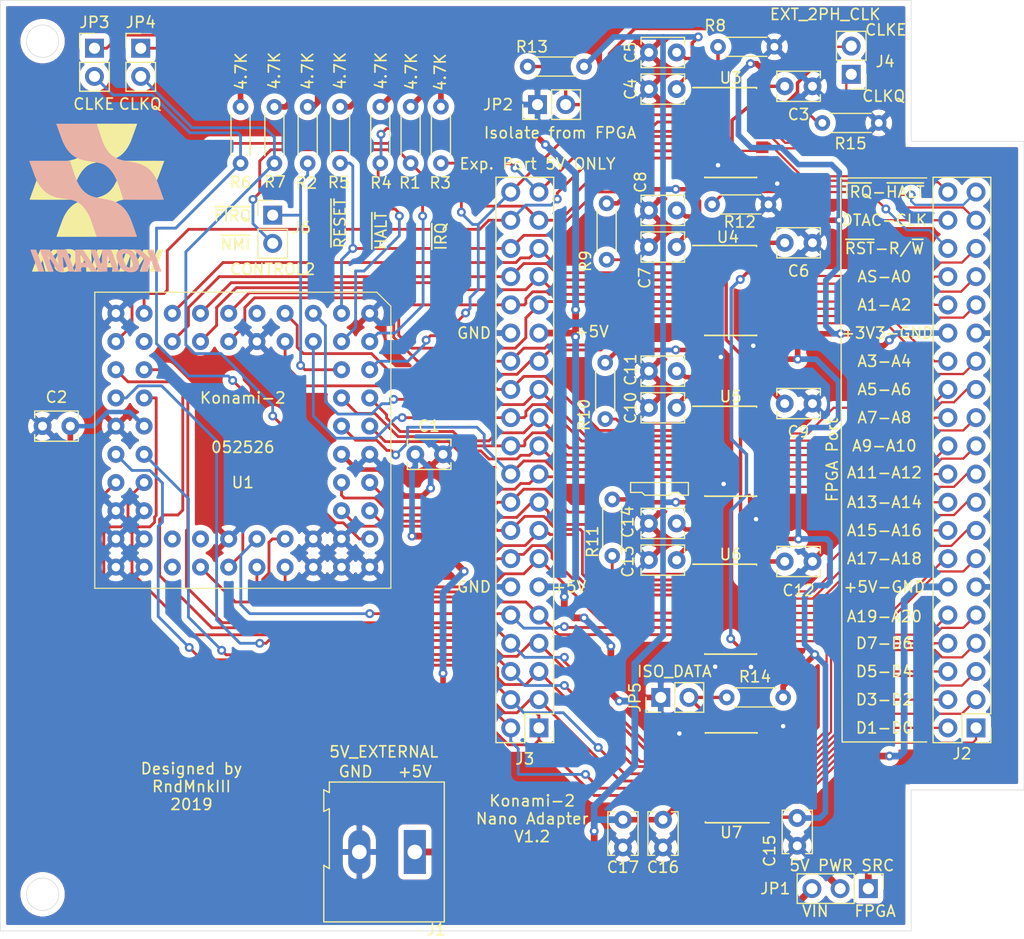
<source format=kicad_pcb>
(kicad_pcb (version 20171130) (host pcbnew "(5.1.4)-1")
  (title_block (title "Konami-2 DE10-Nano adapter V 1.1") (date 2019-09-23) (rev 1.1) (company "by RndMnkIII") (comment 1 "DE10-Nano FPGA interface to 5V Konami-2 CPU"))
  (layers (0 F.Cu signal) (31 B.Cu signal) (34 B.Paste user hide) (35 F.Paste user) (36 B.SilkS user) (37 F.SilkS user) (38 B.Mask user hide) (39 F.Mask user) (44 Edge.Cuts user))
  (net 0 "")
  (net 1 +5V)
  (net 2 GND)
  (net 3 +3V3)
  (net 4 /VIN)
  (net 5 /5V_FPGA)
  (net 6 /D_0)
  (net 7 /D_1)
  (net 8 /D_2)
  (net 9 /D_3)
  (net 10 /D_4)
  (net 11 /D_5)
  (net 12 /D_6)
  (net 13 /D_7)
  (net 14 /A_0)
  (net 15 /A_1)
  (net 16 /A_2)
  (net 17 /A_3)
  (net 18 /A_4)
  (net 19 /A_5)
  (net 20 /A_6)
  (net 21 /A_7)
  (net 22 /A_8)
  (net 23 /A_9)
  (net 24 /A_10)
  (net 25 /A_11)
  (net 26 /A_12)
  (net 27 /A_13)
  (net 28 /A_14)
  (net 29 /A_15)
  (net 30 /A_16)
  (net 31 /A_17)
  (net 32 /A_18)
  (net 33 /A_19)
  (net 34 /A_20)
  (net 35 AS)
  (net 36 CLK)
  (net 37 DTAC)
  (net 38 "Net-(U1-Pad5)")
  (net 39 "Net-(U1-Pad44)")
  (net 40 /J2_D0)
  (net 41 /J2_D1)
  (net 42 /J2_D2)
  (net 43 /J2_D3)
  (net 44 /J2_D4)
  (net 45 /J2_D5)
  (net 46 /J2_D6)
  (net 47 /J2_D7)
  (net 48 /J2_A20)
  (net 49 /J2_A19)
  (net 50 /J2_A18)
  (net 51 /J2_A17)
  (net 52 /J2_A16)
  (net 53 /J2_A15)
  (net 54 /J2_A14)
  (net 55 /J2_A13)
  (net 56 /J2_A12)
  (net 57 /J2_A11)
  (net 58 /J2_A10)
  (net 59 /J2_A9)
  (net 60 /J2_A8)
  (net 61 /J2_A7)
  (net 62 /J2_A6)
  (net 63 /J2_A5)
  (net 64 /J2_A4)
  (net 65 /J2_A3)
  (net 66 /J2_A2)
  (net 67 /J2_A1)
  (net 68 /J2_A0)
  (net 69 /J2_AS)
  (net 70 /J2_RW)
  (net 71 /J2_RST)
  (net 72 /J2_CLK)
  (net 73 /J2_DTAC)
  (net 74 /J2_HALT)
  (net 75 /J2_IRQ)
  (net 76 /~ISOLATE)
  (net 77 /DIR_IN)
  (net 78 /DIR_OUT3)
  (net 79 /DIR_OUT2)
  (net 80 /DIR_OUT1)
  (net 81 /PULLD1)
  (net 82 /A_22)
  (net 83 /A_23)
  (net 84 /A_21)
  (net 85 ~RESET)
  (net 86 ~HALT)
  (net 87 ~IRQ)
  (net 88 /~NMI)
  (net 89 /~FIRQ)
  (net 90 /CLKE)
  (net 91 /CLKQ)
  (net 92 CLKQ2)
  (net 93 CLKE2)
  (net 94 R\~W)
  (net 95 /~ISOLATE2)
  (net 96 "Net-(R12-Pad2)")
  (net 97 D_DIR)
  (net 98 /CLKE_EXT)
  (net 99 /CLKQ_EXT)
  (module Logos:Konami_logo_scaled (layer B.Cu) (at 173.736 61.7728 180)
    (fp_text reference G*** hide)
    (fp_text value LOGO hide)
  )
  (module Logos:Konami_logo_scaled (layer F.Cu) (at 173.8376 61.7728)
    (fp_text reference G*** hide)
    (fp_text value LOGO hide)
  )
  (module Connectors_Terminal_Blocks:TerminalBlock_Altech_AK300-2_P5.00mm (layer F.Cu) (at 202.438 120.65 180)
    (fp_text reference J1 (at -1.92 -6.99) (layer F.SilkS))
    (fp_text value 5V_EXTERNAL)
    (fp_text user GND (at 5.334 7.239 180) (layer F.SilkS))
    (fp_text user +5V (at 0 7.239 180) (layer F.SilkS))
    (fp_text user 5V_EXTERNAL (at 2.794 9.017 180) (layer F.SilkS))
    (pad 2 thru_hole oval (at 5 0 180) (size 1.98 3.96) (drill 1.32) (layers *.Cu *.Mask) (net 2 GND))
    (pad 1 thru_hole rect (at 0 0 180) (size 1.98 3.96) (drill 1.32) (layers *.Cu *.Mask) (net 4 /VIN))
  )
  (module Pin_Headers:Pin_Header_Straight_2x20_Pitch2.54mm (layer F.Cu) (at 213.614 109.474 180)
    (fp_text reference J3 (at 1.27 -2.794) (layer F.SilkS))
    (fp_text value "Expansion Port 5V ONLY")
    (fp_text user "Exp. Port 5V ONLY" (at 0.127 50.8) (layer F.SilkS))
    (pad 40 thru_hole oval (at 2.54 48.26 180) (size 1.7 1.7) (drill 1) (layers *.Cu *.Mask) (net 87 ~IRQ))
    (pad 39 thru_hole oval (at 0 48.26 180) (size 1.7 1.7) (drill 1) (layers *.Cu *.Mask) (net 86 ~HALT))
    (pad 38 thru_hole oval (at 2.54 45.72 180) (size 1.7 1.7) (drill 1) (layers *.Cu *.Mask) (net 37 DTAC))
    (pad 37 thru_hole oval (at 0 45.72 180) (size 1.7 1.7) (drill 1) (layers *.Cu *.Mask) (net 36 CLK))
    (pad 36 thru_hole oval (at 2.54 43.18 180) (size 1.7 1.7) (drill 1) (layers *.Cu *.Mask) (net 85 ~RESET))
    (pad 35 thru_hole oval (at 0 43.18 180) (size 1.7 1.7) (drill 1) (layers *.Cu *.Mask) (net 94 R\~W))
    (pad 34 thru_hole oval (at 2.54 40.64 180) (size 1.7 1.7) (drill 1) (layers *.Cu *.Mask) (net 35 AS))
    (pad 33 thru_hole oval (at 0 40.64 180) (size 1.7 1.7) (drill 1) (layers *.Cu *.Mask) (net 14 /A_0))
    (pad 32 thru_hole oval (at 2.54 38.1 180) (size 1.7 1.7) (drill 1) (layers *.Cu *.Mask) (net 15 /A_1))
    (pad 31 thru_hole oval (at 0 38.1 180) (size 1.7 1.7) (drill 1) (layers *.Cu *.Mask) (net 16 /A_2))
    (pad 30 thru_hole oval (at 2.54 35.56 180) (size 1.7 1.7) (drill 1) (layers *.Cu *.Mask) (net 2 GND))
    (pad 29 thru_hole oval (at 0 35.56 180) (size 1.7 1.7) (drill 1) (layers *.Cu *.Mask) (net 1 +5V))
    (pad 28 thru_hole oval (at 2.54 33.02 180) (size 1.7 1.7) (drill 1) (layers *.Cu *.Mask) (net 17 /A_3))
    (pad 27 thru_hole oval (at 0 33.02 180) (size 1.7 1.7) (drill 1) (layers *.Cu *.Mask) (net 18 /A_4))
    (pad 26 thru_hole oval (at 2.54 30.48 180) (size 1.7 1.7) (drill 1) (layers *.Cu *.Mask) (net 19 /A_5))
    (pad 25 thru_hole oval (at 0 30.48 180) (size 1.7 1.7) (drill 1) (layers *.Cu *.Mask) (net 20 /A_6))
    (pad 24 thru_hole oval (at 2.54 27.94 180) (size 1.7 1.7) (drill 1) (layers *.Cu *.Mask) (net 21 /A_7))
    (pad 23 thru_hole oval (at 0 27.94 180) (size 1.7 1.7) (drill 1) (layers *.Cu *.Mask) (net 22 /A_8))
    (pad 22 thru_hole oval (at 2.54 25.4 180) (size 1.7 1.7) (drill 1) (layers *.Cu *.Mask) (net 23 /A_9))
    (pad 21 thru_hole oval (at 0 25.4 180) (size 1.7 1.7) (drill 1) (layers *.Cu *.Mask) (net 24 /A_10))
    (pad 20 thru_hole oval (at 2.54 22.86 180) (size 1.7 1.7) (drill 1) (layers *.Cu *.Mask) (net 25 /A_11))
    (pad 19 thru_hole oval (at 0 22.86 180) (size 1.7 1.7) (drill 1) (layers *.Cu *.Mask) (net 26 /A_12))
    (pad 18 thru_hole oval (at 2.54 20.32 180) (size 1.7 1.7) (drill 1) (layers *.Cu *.Mask) (net 27 /A_13))
    (pad 17 thru_hole oval (at 0 20.32 180) (size 1.7 1.7) (drill 1) (layers *.Cu *.Mask) (net 28 /A_14))
    (pad 16 thru_hole oval (at 2.54 17.78 180) (size 1.7 1.7) (drill 1) (layers *.Cu *.Mask) (net 29 /A_15))
    (pad 15 thru_hole oval (at 0 17.78 180) (size 1.7 1.7) (drill 1) (layers *.Cu *.Mask) (net 30 /A_16))
    (pad 14 thru_hole oval (at 2.54 15.24 180) (size 1.7 1.7) (drill 1) (layers *.Cu *.Mask) (net 31 /A_17))
    (pad 13 thru_hole oval (at 0 15.24 180) (size 1.7 1.7) (drill 1) (layers *.Cu *.Mask) (net 32 /A_18))
    (pad 12 thru_hole oval (at 2.54 12.7 180) (size 1.7 1.7) (drill 1) (layers *.Cu *.Mask) (net 2 GND))
    (pad 11 thru_hole oval (at 0 12.7 180) (size 1.7 1.7) (drill 1) (layers *.Cu *.Mask) (net 1 +5V))
    (pad 10 thru_hole oval (at 2.54 10.16 180) (size 1.7 1.7) (drill 1) (layers *.Cu *.Mask) (net 33 /A_19))
    (pad 9 thru_hole oval (at 0 10.16 180) (size 1.7 1.7) (drill 1) (layers *.Cu *.Mask) (net 34 /A_20))
    (pad 8 thru_hole oval (at 2.54 7.62 180) (size 1.7 1.7) (drill 1) (layers *.Cu *.Mask) (net 13 /D_7))
    (pad 7 thru_hole oval (at 0 7.62 180) (size 1.7 1.7) (drill 1) (layers *.Cu *.Mask) (net 12 /D_6))
    (pad 6 thru_hole oval (at 2.54 5.08 180) (size 1.7 1.7) (drill 1) (layers *.Cu *.Mask) (net 11 /D_5))
    (pad 5 thru_hole oval (at 0 5.08 180) (size 1.7 1.7) (drill 1) (layers *.Cu *.Mask) (net 10 /D_4))
    (pad 4 thru_hole oval (at 2.54 2.54 180) (size 1.7 1.7) (drill 1) (layers *.Cu *.Mask) (net 9 /D_3))
    (pad 3 thru_hole oval (at 0 2.54 180) (size 1.7 1.7) (drill 1) (layers *.Cu *.Mask) (net 8 /D_2))
    (pad 2 thru_hole oval (at 2.54 0 180) (size 1.7 1.7) (drill 1) (layers *.Cu *.Mask) (net 7 /D_1))
    (pad 1 thru_hole rect (at 0 0 180) (size 1.7 1.7) (drill 1) (layers *.Cu *.Mask) (net 6 /D_0))
  )
  (module Pin_Headers:Pin_Header_Straight_1x02_Pitch2.54mm (layer F.Cu) (at 241.7445 50.6095 180)
    (fp_text reference J4 (at -3.048 1.143) (layer F.SilkS))
    (fp_text value "EXT. 2 PHASE CLK")
    (fp_text user EXT_2PH_CLK (at 2.3495 5.3975) (layer F.SilkS))
    (fp_text user CLKE (at -3.1115 4.0005 180) (layer F.SilkS))
    (fp_text user CLKQ (at -2.921 -1.9685 180) (layer F.SilkS))
    (pad 2 thru_hole oval (at 0 2.54 180) (size 1.7 1.7) (drill 1) (layers *.Cu *.Mask) (net 98 /CLKE_EXT))
    (pad 1 thru_hole rect (at 0 0 180) (size 1.7 1.7) (drill 1) (layers *.Cu *.Mask) (net 99 /CLKQ_EXT))
  )
  (module Pin_Headers:Pin_Header_Straight_1x03_Pitch2.54mm (layer F.Cu) (at 243.2812 123.952 270)
    (fp_text reference JP1 (at 0 8.382 180) (layer F.SilkS))
    (fp_text value "5V PWR SRC")
    (fp_text user "5V PWR SRC" (at -2.0828 2.3876) (layer F.SilkS))
    (pad 3 thru_hole oval (at 0 5.08 270) (size 1.7 1.7) (drill 1) (layers *.Cu *.Mask) (net 4 /VIN))
    (pad 2 thru_hole oval (at 0 2.54 270) (size 1.7 1.7) (drill 1) (layers *.Cu *.Mask) (net 1 +5V))
    (pad 1 thru_hole rect (at 0 0 270) (size 1.7 1.7) (drill 1) (layers *.Cu *.Mask) (net 5 /5V_FPGA))
  )
  (module Pin_Headers:Pin_Header_Straight_1x02_Pitch2.54mm (layer F.Cu) (at 213.487 53.34 90)
    (fp_text reference JP2 (at 0 -3.556 180) (layer F.SilkS))
    (fp_text value "Isolate from FPGA")
    (fp_text user "Isolate from FPGA" (at -2.54 2.032 180) (layer F.SilkS))
    (pad 2 thru_hole oval (at 0 2.54 90) (size 1.7 1.7) (drill 1) (layers *.Cu *.Mask) (net 76 /~ISOLATE))
    (pad 1 thru_hole rect (at 0 0 90) (size 1.7 1.7) (drill 1) (layers *.Cu *.Mask) (net 2 GND))
  )
  (module Konami-2_PGA:KONAMI-2_64_PGA (layer F.Cu) (at 186.944 83.566 180)
    (fp_text reference U1 (at 0 -3.81 180) (layer F.SilkS))
    (fp_text value Konami-2 (at 0 3.81 180) (layer F.SilkS))
    (fp_text user 052526 (at 0 -0.635) (layer F.SilkS))
    (pad 1 thru_hole circle (at -11.43 11.43) (size 1.524 1.524) (drill 0.762) (layers *.Cu *.Mask) (net 2 GND))
    (pad 2 thru_hole circle (at -8.89 11.43) (size 1.524 1.524) (drill 0.762) (layers *.Cu *.Mask) (net 85 ~RESET))
    (pad 3 thru_hole circle (at -6.35 11.43) (size 1.524 1.524) (drill 0.762) (layers *.Cu *.Mask) (net 20 /A_6))
    (pad 4 thru_hole circle (at -3.81 11.43) (size 1.524 1.524) (drill 0.762) (layers *.Cu *.Mask) (net 18 /A_4))
    (pad 5 thru_hole circle (at -1.27 11.43) (size 1.524 1.524) (drill 0.762) (layers *.Cu *.Mask) (net 38 "Net-(U1-Pad5)"))
    (pad 6 thru_hole circle (at 1.27 11.43) (size 1.524 1.524) (drill 0.762) (layers *.Cu *.Mask) (net 16 /A_2))
    (pad 7 thru_hole circle (at 3.81 11.43) (size 1.524 1.524) (drill 0.762) (layers *.Cu *.Mask) (net 14 /A_0))
    (pad 8 thru_hole circle (at 6.35 11.43) (size 1.524 1.524) (drill 0.762) (layers *.Cu *.Mask) (net 94 R\~W))
    (pad 9 thru_hole circle (at 8.89 11.43) (size 1.524 1.524) (drill 0.762) (layers *.Cu *.Mask) (net 37 DTAC))
    (pad 10 thru_hole circle (at 11.43 11.43) (size 1.524 1.524) (drill 0.762) (layers *.Cu *.Mask) (net 2 GND))
    (pad 11 thru_hole circle (at 11.43 8.89) (size 1.524 1.524) (drill 0.762) (layers *.Cu *.Mask) (net 36 CLK))
    (pad 12 thru_hole circle (at 11.43 6.35) (size 1.524 1.524) (drill 0.762) (layers *.Cu *.Mask) (net 12 /D_6))
    (pad 13 thru_hole circle (at 11.43 3.81) (size 1.524 1.524) (drill 0.762) (layers *.Cu *.Mask) (net 10 /D_4))
    (pad 14 thru_hole circle (at 11.43 1.27) (size 1.524 1.524) (drill 0.762) (layers *.Cu *.Mask) (net 2 GND))
    (pad 15 thru_hole circle (at 11.43 -1.27) (size 1.524 1.524) (drill 0.762) (layers *.Cu *.Mask) (net 8 /D_2))
    (pad 16 thru_hole circle (at 11.43 -3.81) (size 1.524 1.524) (drill 0.762) (layers *.Cu *.Mask) (net 6 /D_0))
    (pad 17 thru_hole circle (at 11.43 -6.35) (size 1.524 1.524) (drill 0.762) (layers *.Cu *.Mask) (net 2 GND))
    (pad 18 thru_hole circle (at 11.43 -8.89) (size 1.524 1.524) (drill 0.762) (layers *.Cu *.Mask) (net 2 GND))
    (pad 19 thru_hole circle (at 11.43 -11.43) (size 1.524 1.524) (drill 0.762) (layers *.Cu *.Mask) (net 2 GND))
    (pad 20 thru_hole circle (at 8.89 -11.43) (size 1.524 1.524) (drill 0.762) (layers *.Cu *.Mask) (net 2 GND))
    (pad 21 thru_hole circle (at 6.35 -11.43) (size 1.524 1.524) (drill 0.762) (layers *.Cu *.Mask) (net 82 /A_22))
    (pad 22 thru_hole circle (at 3.81 -11.43) (size 1.524 1.524) (drill 0.762) (layers *.Cu *.Mask) (net 34 /A_20))
    (pad 23 thru_hole circle (at 1.27 -11.43) (size 1.524 1.524) (drill 0.762) (layers *.Cu *.Mask) (net 90 /CLKE))
    (pad 24 thru_hole circle (at -1.27 -11.43) (size 1.524 1.524) (drill 0.762) (layers *.Cu *.Mask) (net 32 /A_18))
    (pad 25 thru_hole circle (at -3.81 -11.43) (size 1.524 1.524) (drill 0.762) (layers *.Cu *.Mask) (net 30 /A_16))
    (pad 26 thru_hole circle (at -6.35 -11.43) (size 1.524 1.524) (drill 0.762) (layers *.Cu *.Mask) (net 2 GND))
    (pad 27 thru_hole circle (at -8.89 -11.43) (size 1.524 1.524) (drill 0.762) (layers *.Cu *.Mask) (net 2 GND))
    (pad 28 thru_hole circle (at -11.43 -11.43) (size 1.524 1.524) (drill 0.762) (layers *.Cu *.Mask) (net 2 GND))
    (pad 29 thru_hole circle (at -11.43 -8.89) (size 1.524 1.524) (drill 0.762) (layers *.Cu *.Mask) (net 91 /CLKQ))
    (pad 30 thru_hole circle (at -11.43 -6.35) (size 1.524 1.524) (drill 0.762) (layers *.Cu *.Mask) (net 28 /A_14))
    (pad 31 thru_hole circle (at -11.43 -3.81) (size 1.524 1.524) (drill 0.762) (layers *.Cu *.Mask) (net 26 /A_12))
    (pad 32 thru_hole circle (at -11.43 -1.27) (size 1.524 1.524) (drill 0.762) (layers *.Cu *.Mask) (net 2 GND))
    (pad 33 thru_hole circle (at -11.43 1.27) (size 1.524 1.524) (drill 0.762) (layers *.Cu *.Mask) (net 24 /A_10))
    (pad 34 thru_hole circle (at -11.43 3.81) (size 1.524 1.524) (drill 0.762) (layers *.Cu *.Mask) (net 22 /A_8))
    (pad 35 thru_hole circle (at -11.43 6.35) (size 1.524 1.524) (drill 0.762) (layers *.Cu *.Mask) (net 87 ~IRQ))
    (pad 36 thru_hole circle (at -11.43 8.89) (size 1.524 1.524) (drill 0.762) (layers *.Cu *.Mask) (net 88 /~NMI))
    (pad 37 thru_hole circle (at -8.89 8.89) (size 1.524 1.524) (drill 0.762) (layers *.Cu *.Mask) (net 86 ~HALT))
    (pad 38 thru_hole circle (at -6.35 8.89) (size 1.524 1.524) (drill 0.762) (layers *.Cu *.Mask) (net 21 /A_7))
    (pad 39 thru_hole circle (at -3.81 8.89) (size 1.524 1.524) (drill 0.762) (layers *.Cu *.Mask) (net 19 /A_5))
    (pad 40 thru_hole circle (at -1.27 8.89) (size 1.524 1.524) (drill 0.762) (layers *.Cu *.Mask) (net 2 GND))
    (pad 41 thru_hole circle (at 1.27 8.89) (size 1.524 1.524) (drill 0.762) (layers *.Cu *.Mask) (net 17 /A_3))
    (pad 42 thru_hole circle (at 3.81 8.89) (size 1.524 1.524) (drill 0.762) (layers *.Cu *.Mask) (net 15 /A_1))
    (pad 43 thru_hole circle (at 6.35 8.89) (size 1.524 1.524) (drill 0.762) (layers *.Cu *.Mask) (net 35 AS))
    (pad 44 thru_hole circle (at 8.89 8.89) (size 1.524 1.524) (drill 0.762) (layers *.Cu *.Mask) (net 39 "Net-(U1-Pad44)"))
    (pad 45 thru_hole circle (at 8.89 6.35) (size 1.524 1.524) (drill 0.762) (layers *.Cu *.Mask) (net 13 /D_7))
    (pad 46 thru_hole circle (at 8.89 3.81) (size 1.524 1.524) (drill 0.762) (layers *.Cu *.Mask) (net 11 /D_5))
    (pad 47 thru_hole circle (at 8.89 1.27) (size 1.524 1.524) (drill 0.762) (layers *.Cu *.Mask) (net 1 +5V))
    (pad 48 thru_hole circle (at 8.89 -1.27) (size 1.524 1.524) (drill 0.762) (layers *.Cu *.Mask) (net 9 /D_3))
    (pad 49 thru_hole circle (at 8.89 -3.81) (size 1.524 1.524) (drill 0.762) (layers *.Cu *.Mask) (net 7 /D_1))
    (pad 50 thru_hole circle (at 8.89 -6.35) (size 1.524 1.524) (drill 0.762) (layers *.Cu *.Mask) (net 2 GND))
    (pad 51 thru_hole circle (at 8.89 -8.89) (size 1.524 1.524) (drill 0.762) (layers *.Cu *.Mask) (net 2 GND))
    (pad 52 thru_hole circle (at 6.35 -8.89) (size 1.524 1.524) (drill 0.762) (layers *.Cu *.Mask) (net 83 /A_23))
    (pad 53 thru_hole circle (at 3.81 -8.89) (size 1.524 1.524) (drill 0.762) (layers *.Cu *.Mask) (net 84 /A_21))
    (pad 54 thru_hole circle (at 1.27 -8.89) (size 1.524 1.524) (drill 0.762) (layers *.Cu *.Mask) (net 2 GND))
    (pad 55 thru_hole circle (at -1.27 -8.89) (size 1.524 1.524) (drill 0.762) (layers *.Cu *.Mask) (net 33 /A_19))
    (pad 56 thru_hole circle (at -3.81 -8.89) (size 1.524 1.524) (drill 0.762) (layers *.Cu *.Mask) (net 31 /A_17))
    (pad 57 thru_hole circle (at -6.35 -8.89) (size 1.524 1.524) (drill 0.762) (layers *.Cu *.Mask) (net 2 GND))
    (pad 58 thru_hole circle (at -8.89 -8.89) (size 1.524 1.524) (drill 0.762) (layers *.Cu *.Mask) (net 2 GND))
    (pad 59 thru_hole circle (at -8.89 -6.35) (size 1.524 1.524) (drill 0.762) (layers *.Cu *.Mask) (net 29 /A_15))
    (pad 60 thru_hole circle (at -8.89 -3.81) (size 1.524 1.524) (drill 0.762) (layers *.Cu *.Mask) (net 27 /A_13))
    (pad 61 thru_hole circle (at -8.89 -1.27) (size 1.524 1.524) (drill 0.762) (layers *.Cu *.Mask) (net 1 +5V))
    (pad 62 thru_hole circle (at -8.89 1.27) (size 1.524 1.524) (drill 0.762) (layers *.Cu *.Mask) (net 25 /A_11))
    (pad 63 thru_hole circle (at -8.89 3.81) (size 1.524 1.524) (drill 0.762) (layers *.Cu *.Mask) (net 23 /A_9))
    (pad 64 thru_hole circle (at -8.89 6.35) (size 1.524 1.524) (drill 0.762) (layers *.Cu *.Mask) (net 89 /~FIRQ))
  )
  (module Pin_Headers:Pin_Header_Straight_2x20_Pitch2.54mm (layer F.Cu) (at 252.984 109.474 180)
    (fp_text reference J2 (at 1.27 -2.33) (layer F.SilkS))
    (fp_text value "FPGA Port")
    (fp_text user "FPGA Port" (at 12.954 24.13 270) (layer F.SilkS))
    (pad 40 thru_hole oval (at 2.54 48.26 180) (size 1.7 1.7) (drill 1) (layers *.Cu *.Mask) (net 75 /J2_IRQ))
    (pad 39 thru_hole oval (at 0 48.26 180) (size 1.7 1.7) (drill 1) (layers *.Cu *.Mask) (net 74 /J2_HALT))
    (pad 38 thru_hole oval (at 2.54 45.72 180) (size 1.7 1.7) (drill 1) (layers *.Cu *.Mask) (net 73 /J2_DTAC))
    (pad 37 thru_hole oval (at 0 45.72 180) (size 1.7 1.7) (drill 1) (layers *.Cu *.Mask) (net 72 /J2_CLK))
    (pad 36 thru_hole oval (at 2.54 43.18 180) (size 1.7 1.7) (drill 1) (layers *.Cu *.Mask) (net 71 /J2_RST))
    (pad 35 thru_hole oval (at 0 43.18 180) (size 1.7 1.7) (drill 1) (layers *.Cu *.Mask) (net 70 /J2_RW))
    (pad 34 thru_hole oval (at 2.54 40.64 180) (size 1.7 1.7) (drill 1) (layers *.Cu *.Mask) (net 69 /J2_AS))
    (pad 33 thru_hole oval (at 0 40.64 180) (size 1.7 1.7) (drill 1) (layers *.Cu *.Mask) (net 68 /J2_A0))
    (pad 32 thru_hole oval (at 2.54 38.1 180) (size 1.7 1.7) (drill 1) (layers *.Cu *.Mask) (net 67 /J2_A1))
    (pad 31 thru_hole oval (at 0 38.1 180) (size 1.7 1.7) (drill 1) (layers *.Cu *.Mask) (net 66 /J2_A2))
    (pad 30 thru_hole oval (at 2.54 35.56 180) (size 1.7 1.7) (drill 1) (layers *.Cu *.Mask) (net 3 +3V3))
    (pad 29 thru_hole oval (at 0 35.56 180) (size 1.7 1.7) (drill 1) (layers *.Cu *.Mask) (net 2 GND))
    (pad 28 thru_hole oval (at 2.54 33.02 180) (size 1.7 1.7) (drill 1) (layers *.Cu *.Mask) (net 65 /J2_A3))
    (pad 27 thru_hole oval (at 0 33.02 180) (size 1.7 1.7) (drill 1) (layers *.Cu *.Mask) (net 64 /J2_A4))
    (pad 26 thru_hole oval (at 2.54 30.48 180) (size 1.7 1.7) (drill 1) (layers *.Cu *.Mask) (net 63 /J2_A5))
    (pad 25 thru_hole oval (at 0 30.48 180) (size 1.7 1.7) (drill 1) (layers *.Cu *.Mask) (net 62 /J2_A6))
    (pad 24 thru_hole oval (at 2.54 27.94 180) (size 1.7 1.7) (drill 1) (layers *.Cu *.Mask) (net 61 /J2_A7))
    (pad 23 thru_hole oval (at 0 27.94 180) (size 1.7 1.7) (drill 1) (layers *.Cu *.Mask) (net 60 /J2_A8))
    (pad 22 thru_hole oval (at 2.54 25.4 180) (size 1.7 1.7) (drill 1) (layers *.Cu *.Mask) (net 59 /J2_A9))
    (pad 21 thru_hole oval (at 0 25.4 180) (size 1.7 1.7) (drill 1) (layers *.Cu *.Mask) (net 58 /J2_A10))
    (pad 20 thru_hole oval (at 2.54 22.86 180) (size 1.7 1.7) (drill 1) (layers *.Cu *.Mask) (net 57 /J2_A11))
    (pad 19 thru_hole oval (at 0 22.86 180) (size 1.7 1.7) (drill 1) (layers *.Cu *.Mask) (net 56 /J2_A12))
    (pad 18 thru_hole oval (at 2.54 20.32 180) (size 1.7 1.7) (drill 1) (layers *.Cu *.Mask) (net 55 /J2_A13))
    (pad 17 thru_hole oval (at 0 20.32 180) (size 1.7 1.7) (drill 1) (layers *.Cu *.Mask) (net 54 /J2_A14))
    (pad 16 thru_hole oval (at 2.54 17.78 180) (size 1.7 1.7) (drill 1) (layers *.Cu *.Mask) (net 53 /J2_A15))
    (pad 15 thru_hole oval (at 0 17.78 180) (size 1.7 1.7) (drill 1) (layers *.Cu *.Mask) (net 52 /J2_A16))
    (pad 14 thru_hole oval (at 2.54 15.24 180) (size 1.7 1.7) (drill 1) (layers *.Cu *.Mask) (net 51 /J2_A17))
    (pad 13 thru_hole oval (at 0 15.24 180) (size 1.7 1.7) (drill 1) (layers *.Cu *.Mask) (net 50 /J2_A18))
    (pad 12 thru_hole oval (at 2.54 12.7 180) (size 1.7 1.7) (drill 1) (layers *.Cu *.Mask) (net 5 /5V_FPGA))
    (pad 11 thru_hole oval (at 0 12.7 180) (size 1.7 1.7) (drill 1) (layers *.Cu *.Mask) (net 2 GND))
    (pad 10 thru_hole oval (at 2.54 10.16 180) (size 1.7 1.7) (drill 1) (layers *.Cu *.Mask) (net 49 /J2_A19))
    (pad 9 thru_hole oval (at 0 10.16 180) (size 1.7 1.7) (drill 1) (layers *.Cu *.Mask) (net 48 /J2_A20))
    (pad 8 thru_hole oval (at 2.54 7.62 180) (size 1.7 1.7) (drill 1) (layers *.Cu *.Mask) (net 47 /J2_D7))
    (pad 7 thru_hole oval (at 0 7.62 180) (size 1.7 1.7) (drill 1) (layers *.Cu *.Mask) (net 46 /J2_D6))
    (pad 6 thru_hole oval (at 2.54 5.08 180) (size 1.7 1.7) (drill 1) (layers *.Cu *.Mask) (net 45 /J2_D5))
    (pad 5 thru_hole oval (at 0 5.08 180) (size 1.7 1.7) (drill 1) (layers *.Cu *.Mask) (net 44 /J2_D4))
    (pad 4 thru_hole oval (at 2.54 2.54 180) (size 1.7 1.7) (drill 1) (layers *.Cu *.Mask) (net 43 /J2_D3))
    (pad 3 thru_hole oval (at 0 2.54 180) (size 1.7 1.7) (drill 1) (layers *.Cu *.Mask) (net 42 /J2_D2))
    (pad 2 thru_hole oval (at 2.54 0 180) (size 1.7 1.7) (drill 1) (layers *.Cu *.Mask) (net 41 /J2_D1))
    (pad 1 thru_hole rect (at 0 0 180) (size 1.7 1.7) (drill 1) (layers *.Cu *.Mask) (net 40 /J2_D0))
  )
  (module Condensadores:C_Polyester_D3.8mm_W2.6mm_P2.50mm (layer F.Cu) (at 204.978 84.836 180)
    (fp_text reference C1 (at 1.27 2.54) (layer F.SilkS))
    (fp_text value 0.1uF)
    (pad 2 thru_hole circle (at 2.5 0 180) (size 1.6 1.6) (drill 0.8) (layers *.Cu *.Mask) (net 1 +5V))
    (pad 1 thru_hole circle (at 0 0 180) (size 1.6 1.6) (drill 0.8) (layers *.Cu *.Mask) (net 2 GND))
  )
  (module Condensadores:C_Polyester_D3.8mm_W2.6mm_P2.50mm (layer F.Cu) (at 168.91 82.296)
    (fp_text reference C2 (at 1.25 -2.61) (layer F.SilkS))
    (fp_text value 0.1uF)
    (pad 1 thru_hole circle (at 0 0) (size 1.6 1.6) (drill 0.8) (layers *.Cu *.Mask) (net 2 GND))
    (pad 2 thru_hole circle (at 2.5 0) (size 1.6 1.6) (drill 0.8) (layers *.Cu *.Mask) (net 1 +5V))
  )
  (module Condensadores:C_Polyester_D3.8mm_W2.6mm_P2.50mm (layer F.Cu) (at 238.252 51.689 180)
    (fp_text reference C3 (at 1.25 -2.54) (layer F.SilkS))
    (fp_text value 0.1uF)
    (pad 2 thru_hole circle (at 2.5 0 180) (size 1.6 1.6) (drill 0.8) (layers *.Cu *.Mask) (net 3 +3V3))
    (pad 1 thru_hole circle (at 0 0 180) (size 1.6 1.6) (drill 0.8) (layers *.Cu *.Mask) (net 2 GND))
  )
  (module Condensadores:C_Polyester_D3.8mm_W2.6mm_P2.50mm (layer F.Cu) (at 223.52 51.943)
    (fp_text reference C4 (at -1.651 0 90) (layer F.SilkS))
    (fp_text value 0.1uF)
    (pad 1 thru_hole circle (at 0 0) (size 1.6 1.6) (drill 0.8) (layers *.Cu *.Mask) (net 2 GND))
    (pad 2 thru_hole circle (at 2.5 0) (size 1.6 1.6) (drill 0.8) (layers *.Cu *.Mask) (net 1 +5V))
  )
  (module Condensadores:C_Polyester_D3.8mm_W2.6mm_P2.50mm (layer F.Cu) (at 223.52 48.641)
    (fp_text reference C5 (at -1.651 0 90) (layer F.SilkS))
    (fp_text value 1uF)
    (pad 2 thru_hole circle (at 2.5 0) (size 1.6 1.6) (drill 0.8) (layers *.Cu *.Mask) (net 1 +5V))
    (pad 1 thru_hole circle (at 0 0) (size 1.6 1.6) (drill 0.8) (layers *.Cu *.Mask) (net 2 GND))
  )
  (module Condensadores:C_Polyester_D3.8mm_W2.6mm_P2.50mm (layer F.Cu) (at 238.252 65.786 180)
    (fp_text reference C6 (at 1.25 -2.54) (layer F.SilkS))
    (fp_text value 0.1uF)
    (pad 1 thru_hole circle (at 0 0 180) (size 1.6 1.6) (drill 0.8) (layers *.Cu *.Mask) (net 2 GND))
    (pad 2 thru_hole circle (at 2.5 0 180) (size 1.6 1.6) (drill 0.8) (layers *.Cu *.Mask) (net 3 +3V3))
  )
  (module Condensadores:C_Polyester_D3.8mm_W2.6mm_P2.50mm (layer F.Cu) (at 223.52 66.167)
    (fp_text reference C7 (at -0.381 2.794 90) (layer F.SilkS))
    (fp_text value 0.1uF)
    (pad 1 thru_hole circle (at 0 0) (size 1.6 1.6) (drill 0.8) (layers *.Cu *.Mask) (net 2 GND))
    (pad 2 thru_hole circle (at 2.5 0) (size 1.6 1.6) (drill 0.8) (layers *.Cu *.Mask) (net 1 +5V))
  )
  (module Condensadores:C_Polyester_D3.8mm_W2.6mm_P2.50mm (layer F.Cu) (at 223.52 62.865)
    (fp_text reference C8 (at -0.762 -2.54 90) (layer F.SilkS))
    (fp_text value 1uF)
    (pad 2 thru_hole circle (at 2.5 0) (size 1.6 1.6) (drill 0.8) (layers *.Cu *.Mask) (net 1 +5V))
    (pad 1 thru_hole circle (at 0 0) (size 1.6 1.6) (drill 0.8) (layers *.Cu *.Mask) (net 2 GND))
  )
  (module Condensadores:C_Polyester_D3.8mm_W2.6mm_P2.50mm (layer F.Cu) (at 238.252 80.264 180)
    (fp_text reference C9 (at 1.27 -2.54) (layer F.SilkS))
    (fp_text value 0.1uF)
    (pad 2 thru_hole circle (at 2.5 0 180) (size 1.6 1.6) (drill 0.8) (layers *.Cu *.Mask) (net 3 +3V3))
    (pad 1 thru_hole circle (at 0 0 180) (size 1.6 1.6) (drill 0.8) (layers *.Cu *.Mask) (net 2 GND))
  )
  (module Condensadores:C_Polyester_D3.8mm_W2.6mm_P2.50mm (layer F.Cu) (at 223.52 80.645)
    (fp_text reference C10 (at -1.651 0 90) (layer F.SilkS))
    (fp_text value 0.1uF)
    (pad 1 thru_hole circle (at 0 0) (size 1.6 1.6) (drill 0.8) (layers *.Cu *.Mask) (net 2 GND))
    (pad 2 thru_hole circle (at 2.5 0) (size 1.6 1.6) (drill 0.8) (layers *.Cu *.Mask) (net 1 +5V))
  )
  (module Condensadores:C_Polyester_D3.8mm_W2.6mm_P2.50mm (layer F.Cu) (at 223.52 77.343)
    (fp_text reference C11 (at -1.651 -0.127 90) (layer F.SilkS))
    (fp_text value 1uF)
    (pad 2 thru_hole circle (at 2.5 0) (size 1.6 1.6) (drill 0.8) (layers *.Cu *.Mask) (net 1 +5V))
    (pad 1 thru_hole circle (at 0 0) (size 1.6 1.6) (drill 0.8) (layers *.Cu *.Mask) (net 2 GND))
  )
  (module Condensadores:C_Polyester_D3.8mm_W2.6mm_P2.50mm (layer F.Cu) (at 238.252 94.488 180)
    (fp_text reference C12 (at 1.25 -2.61) (layer F.SilkS))
    (fp_text value 0.1uF)
    (pad 1 thru_hole circle (at 0 0 180) (size 1.6 1.6) (drill 0.8) (layers *.Cu *.Mask) (net 2 GND))
    (pad 2 thru_hole circle (at 2.5 0 180) (size 1.6 1.6) (drill 0.8) (layers *.Cu *.Mask) (net 3 +3V3))
  )
  (module Condensadores:C_Polyester_D3.8mm_W2.6mm_P2.50mm (layer F.Cu) (at 223.52 94.361)
    (fp_text reference C13 (at -1.905 0.127 90) (layer F.SilkS))
    (fp_text value 0.1uF hide)
    (pad 1 thru_hole circle (at 0 0) (size 1.6 1.6) (drill 0.8) (layers *.Cu *.Mask) (net 2 GND))
    (pad 2 thru_hole circle (at 2.5 0) (size 1.6 1.6) (drill 0.8) (layers *.Cu *.Mask) (net 1 +5V))
  )
  (module Condensadores:C_Polyester_D3.8mm_W2.6mm_P2.50mm (layer F.Cu) (at 223.52 91.059)
    (fp_text reference C14 (at -1.905 -0.127 90) (layer F.SilkS))
    (fp_text value 1uF)
    (pad 2 thru_hole circle (at 2.5 0) (size 1.6 1.6) (drill 0.8) (layers *.Cu *.Mask) (net 1 +5V))
    (pad 1 thru_hole circle (at 0 0) (size 1.6 1.6) (drill 0.8) (layers *.Cu *.Mask) (net 2 GND))
  )
  (module Condensadores:C_Polyester_D3.8mm_W2.6mm_P2.50mm (layer F.Cu) (at 236.8804 120.0912 90)
    (fp_text reference C15 (at -0.4572 -2.4892 270) (layer F.SilkS))
    (fp_text value 0.1uF)
    (pad 2 thru_hole circle (at 2.5 0 90) (size 1.6 1.6) (drill 0.8) (layers *.Cu *.Mask) (net 3 +3V3))
    (pad 1 thru_hole circle (at 0 0 90) (size 1.6 1.6) (drill 0.8) (layers *.Cu *.Mask) (net 2 GND))
  )
  (module Condensadores:C_Polyester_D3.8mm_W2.6mm_P2.50mm (layer F.Cu) (at 224.79 120.2436 90)
    (fp_text reference C16 (at -1.778 0) (layer F.SilkS))
    (fp_text value 0.1uF)
    (pad 1 thru_hole circle (at 0 0 90) (size 1.6 1.6) (drill 0.8) (layers *.Cu *.Mask) (net 2 GND))
    (pad 2 thru_hole circle (at 2.5 0 90) (size 1.6 1.6) (drill 0.8) (layers *.Cu *.Mask) (net 1 +5V))
  )
  (module Condensadores:C_Polyester_D3.8mm_W2.6mm_P2.50mm (layer F.Cu) (at 221.1832 120.2436 90)
    (fp_text reference C17 (at -1.778 0) (layer F.SilkS))
    (fp_text value 1uF)
    (pad 2 thru_hole circle (at 2.5 0 90) (size 1.6 1.6) (drill 0.8) (layers *.Cu *.Mask) (net 1 +5V))
    (pad 1 thru_hole circle (at 0 0 90) (size 1.6 1.6) (drill 0.8) (layers *.Cu *.Mask) (net 2 GND))
  )
  (module Resistencias:R_Axial_DIN0204_L3.6mm_D1.6mm_P5.08mm_Horizontal (layer F.Cu) (at 202.057 53.5305 270)
    (fp_text reference R1 (at 6.858 0.0635 180) (layer F.SilkS))
    (fp_text value 4.7K (at -3.175 -0.0635 90) (layer F.SilkS))
    (pad 1 thru_hole circle (at 0 0 270) (size 1.4 1.4) (drill 0.7) (layers *.Cu *.Mask) (net 1 +5V))
    (pad 2 thru_hole oval (at 5.08 0 270) (size 1.4 1.4) (drill 0.7) (layers *.Cu *.Mask) (net 88 /~NMI))
  )
  (module Resistencias:R_Axial_DIN0204_L3.6mm_D1.6mm_P5.08mm_Horizontal (layer F.Cu) (at 192.786 53.5432 270)
    (fp_text reference R2 (at 6.858 0.1016 180) (layer F.SilkS))
    (fp_text value 4.7K)
    (fp_text user 4.7K (at -3.2385 0 90) (layer F.SilkS))
    (pad 2 thru_hole oval (at 5.08 0 270) (size 1.4 1.4) (drill 0.7) (layers *.Cu *.Mask) (net 89 /~FIRQ))
    (pad 1 thru_hole circle (at 0 0 270) (size 1.4 1.4) (drill 0.7) (layers *.Cu *.Mask) (net 1 +5V))
  )
  (module Resistencias:R_Axial_DIN0204_L3.6mm_D1.6mm_P5.08mm_Horizontal (layer F.Cu) (at 204.7875 53.5305 270)
    (fp_text reference R3 (at 6.858 0.0635 180) (layer F.SilkS))
    (fp_text value 4.7K)
    (fp_text user 4.7K (at -3.1115 0.0635 90) (layer F.SilkS))
    (fp_text user ~IRQ (at 11.684 0 270) (layer F.SilkS))
    (pad 1 thru_hole circle (at 0 0 270) (size 1.4 1.4) (drill 0.7) (layers *.Cu *.Mask) (net 1 +5V))
    (pad 2 thru_hole oval (at 5.08 0 270) (size 1.4 1.4) (drill 0.7) (layers *.Cu *.Mask) (net 87 ~IRQ))
  )
  (module Resistencias:R_Axial_DIN0204_L3.6mm_D1.6mm_P5.08mm_Horizontal (layer F.Cu) (at 199.3265 53.5305 270)
    (fp_text reference R4 (at 6.858 -0.0635 180) (layer F.SilkS))
    (fp_text value 4.7K)
    (fp_text user 4.7K (at -3.2385 -0.0635 90) (layer F.SilkS))
    (fp_text user ~HALT (at 11.176 -0.0635 270) (layer F.SilkS))
    (pad 2 thru_hole oval (at 5.08 0 270) (size 1.4 1.4) (drill 0.7) (layers *.Cu *.Mask) (net 86 ~HALT))
    (pad 1 thru_hole circle (at 0 0 270) (size 1.4 1.4) (drill 0.7) (layers *.Cu *.Mask) (net 1 +5V))
  )
  (module Resistencias:R_Axial_DIN0204_L3.6mm_D1.6mm_P5.08mm_Horizontal (layer F.Cu) (at 195.707 53.5305 270)
    (fp_text reference R5 (at 6.8199 0.127 180) (layer F.SilkS))
    (fp_text value 4.7K)
    (fp_text user 4.7K (at -3.2385 0 270) (layer F.SilkS))
    (fp_text user ~RESET (at 10.4775 0 270) (layer F.SilkS))
    (pad 2 thru_hole oval (at 5.08 0 270) (size 1.4 1.4) (drill 0.7) (layers *.Cu *.Mask) (net 85 ~RESET))
    (pad 1 thru_hole circle (at 0 0 270) (size 1.4 1.4) (drill 0.7) (layers *.Cu *.Mask) (net 1 +5V))
  )
  (module Resistencias:R_Axial_DIN0204_L3.6mm_D1.6mm_P5.08mm_Horizontal (layer F.Cu) (at 234.823 48.133 180)
    (fp_text reference R8 (at 5.334 1.905) (layer F.SilkS))
    (fp_text value 4.7K)
    (pad 1 thru_hole circle (at 0 0 180) (size 1.4 1.4) (drill 0.7) (layers *.Cu *.Mask) (net 2 GND))
    (pad 2 thru_hole oval (at 5.08 0 180) (size 1.4 1.4) (drill 0.7) (layers *.Cu *.Mask) (net 77 /DIR_IN))
  )
  (module Resistencias:R_Axial_DIN0204_L3.6mm_D1.6mm_P5.08mm_Horizontal (layer F.Cu) (at 219.71 67.31 90)
    (fp_text reference R9 (at -0.127 -1.905 90) (layer F.SilkS))
    (fp_text value 4.7K)
    (pad 2 thru_hole oval (at 5.08 0 90) (size 1.4 1.4) (drill 0.7) (layers *.Cu *.Mask) (net 1 +5V))
    (pad 1 thru_hole circle (at 0 0 90) (size 1.4 1.4) (drill 0.7) (layers *.Cu *.Mask) (net 78 /DIR_OUT3))
  )
  (module Resistencias:R_Axial_DIN0204_L3.6mm_D1.6mm_P5.08mm_Horizontal (layer F.Cu) (at 219.583 81.661 90)
    (fp_text reference R10 (at 0.381 -1.905 90) (layer F.SilkS))
    (fp_text value 4.7K)
    (pad 1 thru_hole circle (at 0 0 90) (size 1.4 1.4) (drill 0.7) (layers *.Cu *.Mask) (net 79 /DIR_OUT2))
    (pad 2 thru_hole oval (at 5.08 0 90) (size 1.4 1.4) (drill 0.7) (layers *.Cu *.Mask) (net 1 +5V))
  )
  (module Resistencias:R_Axial_DIN0204_L3.6mm_D1.6mm_P5.08mm_Horizontal (layer F.Cu) (at 220.218 93.98 90)
    (fp_text reference R11 (at 1.27 -1.778 90) (layer F.SilkS))
    (fp_text value 4.7K)
    (pad 1 thru_hole circle (at 0 0 90) (size 1.4 1.4) (drill 0.7) (layers *.Cu *.Mask) (net 80 /DIR_OUT1))
    (pad 2 thru_hole oval (at 5.08 0 90) (size 1.4 1.4) (drill 0.7) (layers *.Cu *.Mask) (net 1 +5V))
  )
  (module Resistencias:R_Axial_DIN0204_L3.6mm_D1.6mm_P5.08mm_Horizontal (layer F.Cu) (at 212.598 49.911)
    (fp_text reference R13 (at 0.381 -1.778) (layer F.SilkS))
    (fp_text value 4.7K)
    (pad 2 thru_hole oval (at 5.08 0) (size 1.4 1.4) (drill 0.7) (layers *.Cu *.Mask) (net 1 +5V))
    (pad 1 thru_hole circle (at 0 0) (size 1.4 1.4) (drill 0.7) (layers *.Cu *.Mask) (net 76 /~ISOLATE))
  )
  (module Resistencias:R_Axial_DIN0204_L3.6mm_D1.6mm_P5.08mm_Horizontal (layer F.Cu) (at 244.221 54.991 180)
    (fp_text reference R15 (at 2.54 -1.86) (layer F.SilkS))
    (fp_text value 10K)
    (pad 2 thru_hole oval (at 5.08 0 180) (size 1.4 1.4) (drill 0.7) (layers *.Cu *.Mask) (net 81 /PULLD1))
    (pad 1 thru_hole circle (at 0 0 180) (size 1.4 1.4) (drill 0.7) (layers *.Cu *.Mask) (net 2 GND))
  )
  (module SN74LVC8T245PWR:TSSOP-24_SN74LVC8T245PWR (layer F.Cu) (at 230.886 55.88)
    (fp_text reference U3 (at 0 -4.95) (layer F.SilkS))
    (fp_text value SN74LVC8T245PWR hide)
    (pad 1 smd rect (at -2.85 -3.575) (size 1.1 0.4) (layers F.Cu F.Paste F.Mask) (net 1 +5V))
    (pad 2 smd rect (at -2.85 -2.925) (size 1.1 0.4) (layers F.Cu F.Paste F.Mask) (net 77 /DIR_IN))
    (pad 3 smd rect (at -2.85 -2.275) (size 1.1 0.4) (layers F.Cu F.Paste F.Mask) (net 96 "Net-(R12-Pad2)"))
    (pad 4 smd rect (at -2.85 -1.625) (size 1.1 0.4) (layers F.Cu F.Paste F.Mask) (net 93 CLKE2))
    (pad 5 smd rect (at -2.85 -0.975) (size 1.1 0.4) (layers F.Cu F.Paste F.Mask) (net 92 CLKQ2))
    (pad 6 smd rect (at -2.85 -0.325) (size 1.1 0.4) (layers F.Cu F.Paste F.Mask) (net 87 ~IRQ))
    (pad 7 smd rect (at -2.85 0.325) (size 1.1 0.4) (layers F.Cu F.Paste F.Mask) (net 86 ~HALT))
    (pad 8 smd rect (at -2.85 0.975) (size 1.1 0.4) (layers F.Cu F.Paste F.Mask) (net 37 DTAC))
    (pad 9 smd rect (at -2.85 1.625) (size 1.1 0.4) (layers F.Cu F.Paste F.Mask) (net 36 CLK))
    (pad 10 smd rect (at -2.85 2.275) (size 1.1 0.4) (layers F.Cu F.Paste F.Mask) (net 85 ~RESET))
    (pad 11 smd rect (at -2.85 2.925) (size 1.1 0.4) (layers F.Cu F.Paste F.Mask) (net 2 GND))
    (pad 12 smd rect (at -2.85 3.575) (size 1.1 0.4) (layers F.Cu F.Paste F.Mask) (net 2 GND))
    (pad 13 smd rect (at 2.85 3.575) (size 1.1 0.4) (layers F.Cu F.Paste F.Mask) (net 2 GND))
    (pad 14 smd rect (at 2.85 2.925) (size 1.1 0.4) (layers F.Cu F.Paste F.Mask) (net 71 /J2_RST))
    (pad 15 smd rect (at 2.85 2.275) (size 1.1 0.4) (layers F.Cu F.Paste F.Mask) (net 72 /J2_CLK))
    (pad 16 smd rect (at 2.85 1.625) (size 1.1 0.4) (layers F.Cu F.Paste F.Mask) (net 73 /J2_DTAC))
    (pad 17 smd rect (at 2.85 0.975) (size 1.1 0.4) (layers F.Cu F.Paste F.Mask) (net 74 /J2_HALT))
    (pad 18 smd rect (at 2.85 0.325) (size 1.1 0.4) (layers F.Cu F.Paste F.Mask) (net 75 /J2_IRQ))
    (pad 19 smd rect (at 2.85 -0.325) (size 1.1 0.4) (layers F.Cu F.Paste F.Mask) (net 99 /CLKQ_EXT))
    (pad 20 smd rect (at 2.85 -0.975) (size 1.1 0.4) (layers F.Cu F.Paste F.Mask) (net 98 /CLKE_EXT))
    (pad 21 smd rect (at 2.85 -1.625) (size 1.1 0.4) (layers F.Cu F.Paste F.Mask) (net 81 /PULLD1))
    (pad 22 smd rect (at 2.85 -2.275) (size 1.1 0.4) (layers F.Cu F.Paste F.Mask) (net 76 /~ISOLATE))
    (pad 23 smd rect (at 2.85 -2.925) (size 1.1 0.4) (layers F.Cu F.Paste F.Mask) (net 3 +3V3))
    (pad 24 smd rect (at 2.85 -3.575) (size 1.1 0.4) (layers F.Cu F.Paste F.Mask) (net 3 +3V3))
  )
  (module SN74LVC8T245PWR:TSSOP-24_SN74LVC8T245PWR (layer F.Cu) (at 230.886 70.104)
    (fp_text reference U4 (at -0.254 -4.826) (layer F.SilkS))
    (fp_text value SN74LVC8T245PWR hide)
    (pad 24 smd rect (at 2.85 -3.575) (size 1.1 0.4) (layers F.Cu F.Paste F.Mask) (net 3 +3V3))
    (pad 23 smd rect (at 2.85 -2.925) (size 1.1 0.4) (layers F.Cu F.Paste F.Mask) (net 3 +3V3))
    (pad 22 smd rect (at 2.85 -2.275) (size 1.1 0.4) (layers F.Cu F.Paste F.Mask) (net 76 /~ISOLATE))
    (pad 21 smd rect (at 2.85 -1.625) (size 1.1 0.4) (layers F.Cu F.Paste F.Mask) (net 97 D_DIR))
    (pad 20 smd rect (at 2.85 -0.975) (size 1.1 0.4) (layers F.Cu F.Paste F.Mask) (net 70 /J2_RW))
    (pad 19 smd rect (at 2.85 -0.325) (size 1.1 0.4) (layers F.Cu F.Paste F.Mask) (net 69 /J2_AS))
    (pad 18 smd rect (at 2.85 0.325) (size 1.1 0.4) (layers F.Cu F.Paste F.Mask) (net 68 /J2_A0))
    (pad 17 smd rect (at 2.85 0.975) (size 1.1 0.4) (layers F.Cu F.Paste F.Mask) (net 67 /J2_A1))
    (pad 16 smd rect (at 2.85 1.625) (size 1.1 0.4) (layers F.Cu F.Paste F.Mask) (net 66 /J2_A2))
    (pad 15 smd rect (at 2.85 2.275) (size 1.1 0.4) (layers F.Cu F.Paste F.Mask) (net 65 /J2_A3))
    (pad 14 smd rect (at 2.85 2.925) (size 1.1 0.4) (layers F.Cu F.Paste F.Mask) (net 64 /J2_A4))
    (pad 13 smd rect (at 2.85 3.575) (size 1.1 0.4) (layers F.Cu F.Paste F.Mask) (net 2 GND))
    (pad 12 smd rect (at -2.85 3.575) (size 1.1 0.4) (layers F.Cu F.Paste F.Mask) (net 2 GND))
    (pad 11 smd rect (at -2.85 2.925) (size 1.1 0.4) (layers F.Cu F.Paste F.Mask) (net 2 GND))
    (pad 10 smd rect (at -2.85 2.275) (size 1.1 0.4) (layers F.Cu F.Paste F.Mask) (net 18 /A_4))
    (pad 9 smd rect (at -2.85 1.625) (size 1.1 0.4) (layers F.Cu F.Paste F.Mask) (net 17 /A_3))
    (pad 8 smd rect (at -2.85 0.975) (size 1.1 0.4) (layers F.Cu F.Paste F.Mask) (net 16 /A_2))
    (pad 7 smd rect (at -2.85 0.325) (size 1.1 0.4) (layers F.Cu F.Paste F.Mask) (net 15 /A_1))
    (pad 6 smd rect (at -2.85 -0.325) (size 1.1 0.4) (layers F.Cu F.Paste F.Mask) (net 14 /A_0))
    (pad 5 smd rect (at -2.85 -0.975) (size 1.1 0.4) (layers F.Cu F.Paste F.Mask) (net 35 AS))
    (pad 4 smd rect (at -2.85 -1.625) (size 1.1 0.4) (layers F.Cu F.Paste F.Mask) (net 94 R\~W))
    (pad 3 smd rect (at -2.85 -2.275) (size 1.1 0.4) (layers F.Cu F.Paste F.Mask) (net 94 R\~W))
    (pad 2 smd rect (at -2.85 -2.925) (size 1.1 0.4) (layers F.Cu F.Paste F.Mask) (net 78 /DIR_OUT3))
    (pad 1 smd rect (at -2.85 -3.575) (size 1.1 0.4) (layers F.Cu F.Paste F.Mask) (net 1 +5V))
  )
  (module SN74LVC8T245PWR:TSSOP-24_SN74LVC8T245PWR (layer F.Cu) (at 230.886 84.582)
    (fp_text reference U5 (at 0 -4.95) (layer F.SilkS))
    (fp_text value SN74LVC8T245PWR hide)
    (pad 24 smd rect (at 2.85 -3.575) (size 1.1 0.4) (layers F.Cu F.Paste F.Mask) (net 3 +3V3))
    (pad 23 smd rect (at 2.85 -2.925) (size 1.1 0.4) (layers F.Cu F.Paste F.Mask) (net 3 +3V3))
    (pad 22 smd rect (at 2.85 -2.275) (size 1.1 0.4) (layers F.Cu F.Paste F.Mask) (net 76 /~ISOLATE))
    (pad 21 smd rect (at 2.85 -1.625) (size 1.1 0.4) (layers F.Cu F.Paste F.Mask) (net 63 /J2_A5))
    (pad 20 smd rect (at 2.85 -0.975) (size 1.1 0.4) (layers F.Cu F.Paste F.Mask) (net 62 /J2_A6))
    (pad 19 smd rect (at 2.85 -0.325) (size 1.1 0.4) (layers F.Cu F.Paste F.Mask) (net 61 /J2_A7))
    (pad 18 smd rect (at 2.85 0.325) (size 1.1 0.4) (layers F.Cu F.Paste F.Mask) (net 60 /J2_A8))
    (pad 17 smd rect (at 2.85 0.975) (size 1.1 0.4) (layers F.Cu F.Paste F.Mask) (net 59 /J2_A9))
    (pad 16 smd rect (at 2.85 1.625) (size 1.1 0.4) (layers F.Cu F.Paste F.Mask) (net 58 /J2_A10))
    (pad 15 smd rect (at 2.85 2.275) (size 1.1 0.4) (layers F.Cu F.Paste F.Mask) (net 57 /J2_A11))
    (pad 14 smd rect (at 2.85 2.925) (size 1.1 0.4) (layers F.Cu F.Paste F.Mask) (net 56 /J2_A12))
    (pad 13 smd rect (at 2.85 3.575) (size 1.1 0.4) (layers F.Cu F.Paste F.Mask) (net 2 GND))
    (pad 12 smd rect (at -2.85 3.575) (size 1.1 0.4) (layers F.Cu F.Paste F.Mask) (net 2 GND))
    (pad 11 smd rect (at -2.85 2.925) (size 1.1 0.4) (layers F.Cu F.Paste F.Mask) (net 2 GND))
    (pad 10 smd rect (at -2.85 2.275) (size 1.1 0.4) (layers F.Cu F.Paste F.Mask) (net 26 /A_12))
    (pad 9 smd rect (at -2.85 1.625) (size 1.1 0.4) (layers F.Cu F.Paste F.Mask) (net 25 /A_11))
    (pad 8 smd rect (at -2.85 0.975) (size 1.1 0.4) (layers F.Cu F.Paste F.Mask) (net 24 /A_10))
    (pad 7 smd rect (at -2.85 0.325) (size 1.1 0.4) (layers F.Cu F.Paste F.Mask) (net 23 /A_9))
    (pad 6 smd rect (at -2.85 -0.325) (size 1.1 0.4) (layers F.Cu F.Paste F.Mask) (net 22 /A_8))
    (pad 5 smd rect (at -2.85 -0.975) (size 1.1 0.4) (layers F.Cu F.Paste F.Mask) (net 21 /A_7))
    (pad 4 smd rect (at -2.85 -1.625) (size 1.1 0.4) (layers F.Cu F.Paste F.Mask) (net 20 /A_6))
    (pad 3 smd rect (at -2.85 -2.275) (size 1.1 0.4) (layers F.Cu F.Paste F.Mask) (net 19 /A_5))
    (pad 2 smd rect (at -2.85 -2.925) (size 1.1 0.4) (layers F.Cu F.Paste F.Mask) (net 79 /DIR_OUT2))
    (pad 1 smd rect (at -2.85 -3.575) (size 1.1 0.4) (layers F.Cu F.Paste F.Mask) (net 1 +5V))
  )
  (module SN74LVC8T245PWR:TSSOP-24_SN74LVC8T245PWR (layer F.Cu) (at 230.886 98.806)
    (fp_text reference U6 (at 0 -4.95) (layer F.SilkS))
    (fp_text value SN74LVC8T245PWR hide)
    (pad 1 smd rect (at -2.85 -3.575) (size 1.1 0.4) (layers F.Cu F.Paste F.Mask) (net 1 +5V))
    (pad 2 smd rect (at -2.85 -2.925) (size 1.1 0.4) (layers F.Cu F.Paste F.Mask) (net 80 /DIR_OUT1))
    (pad 3 smd rect (at -2.85 -2.275) (size 1.1 0.4) (layers F.Cu F.Paste F.Mask) (net 27 /A_13))
    (pad 4 smd rect (at -2.85 -1.625) (size 1.1 0.4) (layers F.Cu F.Paste F.Mask) (net 28 /A_14))
    (pad 5 smd rect (at -2.85 -0.975) (size 1.1 0.4) (layers F.Cu F.Paste F.Mask) (net 29 /A_15))
    (pad 6 smd rect (at -2.85 -0.325) (size 1.1 0.4) (layers F.Cu F.Paste F.Mask) (net 30 /A_16))
    (pad 7 smd rect (at -2.85 0.325) (size 1.1 0.4) (layers F.Cu F.Paste F.Mask) (net 31 /A_17))
    (pad 8 smd rect (at -2.85 0.975) (size 1.1 0.4) (layers F.Cu F.Paste F.Mask) (net 32 /A_18))
    (pad 9 smd rect (at -2.85 1.625) (size 1.1 0.4) (layers F.Cu F.Paste F.Mask) (net 33 /A_19))
    (pad 10 smd rect (at -2.85 2.275) (size 1.1 0.4) (layers F.Cu F.Paste F.Mask) (net 34 /A_20))
    (pad 11 smd rect (at -2.85 2.925) (size 1.1 0.4) (layers F.Cu F.Paste F.Mask) (net 2 GND))
    (pad 12 smd rect (at -2.85 3.575) (size 1.1 0.4) (layers F.Cu F.Paste F.Mask) (net 2 GND))
    (pad 13 smd rect (at 2.85 3.575) (size 1.1 0.4) (layers F.Cu F.Paste F.Mask) (net 2 GND))
    (pad 14 smd rect (at 2.85 2.925) (size 1.1 0.4) (layers F.Cu F.Paste F.Mask) (net 48 /J2_A20))
    (pad 15 smd rect (at 2.85 2.275) (size 1.1 0.4) (layers F.Cu F.Paste F.Mask) (net 49 /J2_A19))
    (pad 16 smd rect (at 2.85 1.625) (size 1.1 0.4) (layers F.Cu F.Paste F.Mask) (net 50 /J2_A18))
    (pad 17 smd rect (at 2.85 0.975) (size 1.1 0.4) (layers F.Cu F.Paste F.Mask) (net 51 /J2_A17))
    (pad 18 smd rect (at 2.85 0.325) (size 1.1 0.4) (layers F.Cu F.Paste F.Mask) (net 52 /J2_A16))
    (pad 19 smd rect (at 2.85 -0.325) (size 1.1 0.4) (layers F.Cu F.Paste F.Mask) (net 53 /J2_A15))
    (pad 20 smd rect (at 2.85 -0.975) (size 1.1 0.4) (layers F.Cu F.Paste F.Mask) (net 54 /J2_A14))
    (pad 21 smd rect (at 2.85 -1.625) (size 1.1 0.4) (layers F.Cu F.Paste F.Mask) (net 55 /J2_A13))
    (pad 22 smd rect (at 2.85 -2.275) (size 1.1 0.4) (layers F.Cu F.Paste F.Mask) (net 76 /~ISOLATE))
    (pad 23 smd rect (at 2.85 -2.925) (size 1.1 0.4) (layers F.Cu F.Paste F.Mask) (net 3 +3V3))
    (pad 24 smd rect (at 2.85 -3.575) (size 1.1 0.4) (layers F.Cu F.Paste F.Mask) (net 3 +3V3))
  )
  (module SN74LVC8T245PWR:TSSOP-24_SN74LVC8T245PWR (layer F.Cu) (at 230.9368 113.9444 180)
    (fp_text reference U7 (at 0 -4.95) (layer F.SilkS))
    (fp_text value SN74LVC8T245PWR hide)
    (pad 24 smd rect (at 2.85 -3.575 180) (size 1.1 0.4) (layers F.Cu F.Paste F.Mask) (net 1 +5V))
    (pad 23 smd rect (at 2.85 -2.925 180) (size 1.1 0.4) (layers F.Cu F.Paste F.Mask) (net 1 +5V))
    (pad 22 smd rect (at 2.85 -2.275 180) (size 1.1 0.4) (layers F.Cu F.Paste F.Mask) (net 95 /~ISOLATE2))
    (pad 21 smd rect (at 2.85 -1.625 180) (size 1.1 0.4) (layers F.Cu F.Paste F.Mask) (net 6 /D_0))
    (pad 20 smd rect (at 2.85 -0.975 180) (size 1.1 0.4) (layers F.Cu F.Paste F.Mask) (net 7 /D_1))
    (pad 19 smd rect (at 2.85 -0.325 180) (size 1.1 0.4) (layers F.Cu F.Paste F.Mask) (net 8 /D_2))
    (pad 18 smd rect (at 2.85 0.325 180) (size 1.1 0.4) (layers F.Cu F.Paste F.Mask) (net 9 /D_3))
    (pad 17 smd rect (at 2.85 0.975 180) (size 1.1 0.4) (layers F.Cu F.Paste F.Mask) (net 10 /D_4))
    (pad 16 smd rect (at 2.85 1.625 180) (size 1.1 0.4) (layers F.Cu F.Paste F.Mask) (net 11 /D_5))
    (pad 15 smd rect (at 2.85 2.275 180) (size 1.1 0.4) (layers F.Cu F.Paste F.Mask) (net 12 /D_6))
    (pad 14 smd rect (at 2.85 2.925 180) (size 1.1 0.4) (layers F.Cu F.Paste F.Mask) (net 13 /D_7))
    (pad 13 smd rect (at 2.85 3.575 180) (size 1.1 0.4) (layers F.Cu F.Paste F.Mask) (net 2 GND))
    (pad 12 smd rect (at -2.85 3.575 180) (size 1.1 0.4) (layers F.Cu F.Paste F.Mask) (net 2 GND))
    (pad 11 smd rect (at -2.85 2.925 180) (size 1.1 0.4) (layers F.Cu F.Paste F.Mask) (net 2 GND))
    (pad 10 smd rect (at -2.85 2.275 180) (size 1.1 0.4) (layers F.Cu F.Paste F.Mask) (net 47 /J2_D7))
    (pad 9 smd rect (at -2.85 1.625 180) (size 1.1 0.4) (layers F.Cu F.Paste F.Mask) (net 46 /J2_D6))
    (pad 8 smd rect (at -2.85 0.975 180) (size 1.1 0.4) (layers F.Cu F.Paste F.Mask) (net 45 /J2_D5))
    (pad 7 smd rect (at -2.85 0.325 180) (size 1.1 0.4) (layers F.Cu F.Paste F.Mask) (net 44 /J2_D4))
    (pad 6 smd rect (at -2.85 -0.325 180) (size 1.1 0.4) (layers F.Cu F.Paste F.Mask) (net 43 /J2_D3))
    (pad 5 smd rect (at -2.85 -0.975 180) (size 1.1 0.4) (layers F.Cu F.Paste F.Mask) (net 42 /J2_D2))
    (pad 4 smd rect (at -2.85 -1.625 180) (size 1.1 0.4) (layers F.Cu F.Paste F.Mask) (net 41 /J2_D1))
    (pad 3 smd rect (at -2.85 -2.275 180) (size 1.1 0.4) (layers F.Cu F.Paste F.Mask) (net 40 /J2_D0))
    (pad 2 smd rect (at -2.85 -2.925 180) (size 1.1 0.4) (layers F.Cu F.Paste F.Mask) (net 97 D_DIR))
    (pad 1 smd rect (at -2.85 -3.575 180) (size 1.1 0.4) (layers F.Cu F.Paste F.Mask) (net 3 +3V3))
  )
  (module Pin_Headers:Pin_Header_Straight_1x02_Pitch2.54mm (layer F.Cu) (at 189.6364 63.2968)
    (fp_text reference J6 (at 2.5908 1.1176) (layer F.SilkS))
    (fp_text value CONTROL2)
    (fp_text user CONTROL2 (at 0 4.8768) (layer F.SilkS))
    (fp_text user ~FIRQ (at -3.6068 0.0508) (layer F.SilkS))
    (fp_text user ~NMI (at -3.3528 2.6416) (layer F.SilkS))
    (pad 2 thru_hole oval (at 0 2.54) (size 1.7 1.7) (drill 1) (layers *.Cu *.Mask) (net 88 /~NMI))
    (pad 1 thru_hole rect (at 0 0) (size 1.7 1.7) (drill 1) (layers *.Cu *.Mask) (net 89 /~FIRQ))
  )
  (module Pin_Headers:Pin_Header_Straight_1x02_Pitch2.54mm (layer F.Cu) (at 173.5836 48.26)
    (fp_text reference JP3 (at 0 -2.33) (layer F.SilkS))
    (fp_text value CLKE)
    (fp_text user CLKE (at -0.0508 5.0292) (layer F.SilkS))
    (pad 2 thru_hole oval (at 0 2.54) (size 1.7 1.7) (drill 1) (layers *.Cu *.Mask) (net 90 /CLKE))
    (pad 1 thru_hole rect (at 0 0) (size 1.7 1.7) (drill 1) (layers *.Cu *.Mask) (net 93 CLKE2))
  )
  (module Pin_Headers:Pin_Header_Straight_1x02_Pitch2.54mm (layer F.Cu) (at 177.7492 48.26)
    (fp_text reference JP4 (at 0 -2.33) (layer F.SilkS))
    (fp_text value CLKQ)
    (fp_text user CLKQ (at -0.0508 5.0292) (layer F.SilkS))
    (pad 1 thru_hole rect (at 0 0) (size 1.7 1.7) (drill 1) (layers *.Cu *.Mask) (net 92 CLKQ2))
    (pad 2 thru_hole oval (at 0 2.54) (size 1.7 1.7) (drill 1) (layers *.Cu *.Mask) (net 91 /CLKQ))
  )
  (module Resistencias:R_Axial_DIN0204_L3.6mm_D1.6mm_P5.08mm_Horizontal (layer F.Cu) (at 186.7408 53.5432 270)
    (fp_text reference R6 (at 6.8072 0 180) (layer F.SilkS))
    (fp_text value 4.7K)
    (fp_text user 4.7K (at -3.2004 -0.0508 270) (layer F.SilkS))
    (pad 2 thru_hole oval (at 5.08 0 270) (size 1.4 1.4) (drill 0.7) (layers *.Cu *.Mask) (net 90 /CLKE))
    (pad 1 thru_hole circle (at 0 0 270) (size 1.4 1.4) (drill 0.7) (layers *.Cu *.Mask) (net 1 +5V))
  )
  (module Resistencias:R_Axial_DIN0204_L3.6mm_D1.6mm_P5.08mm_Horizontal (layer F.Cu) (at 189.7888 53.5432 270)
    (fp_text reference R7 (at 6.7564 -0.0508 180) (layer F.SilkS))
    (fp_text value 4.7K)
    (fp_text user 4.7K (at -3.2512 0 270) (layer F.SilkS))
    (pad 1 thru_hole circle (at 0 0 270) (size 1.4 1.4) (drill 0.7) (layers *.Cu *.Mask) (net 1 +5V))
    (pad 2 thru_hole oval (at 5.08 0 270) (size 1.4 1.4) (drill 0.7) (layers *.Cu *.Mask) (net 91 /CLKQ))
  )
  (module Pin_Headers:Pin_Header_Straight_1x02_Pitch2.54mm (layer F.Cu) (at 224.5868 106.7308 90)
    (fp_text reference JP5 (at 0 -2.33 90) (layer F.SilkS))
    (fp_text value "Isolate Data from FPGA")
    (fp_text user ISO_DATA (at 2.3368 1.2192 180) (layer F.SilkS))
    (pad 2 thru_hole oval (at 0 2.54 90) (size 1.7 1.7) (drill 1) (layers *.Cu *.Mask) (net 95 /~ISOLATE2))
    (pad 1 thru_hole rect (at 0 0 90) (size 1.7 1.7) (drill 1) (layers *.Cu *.Mask) (net 2 GND))
  )
  (module Resistencias:R_Axial_DIN0204_L3.6mm_D1.6mm_P5.08mm_Horizontal (layer F.Cu) (at 234.2896 62.3316 180)
    (fp_text reference R12 (at 2.5908 -1.5748) (layer F.SilkS))
    (fp_text value 1K)
    (pad 2 thru_hole oval (at 5.08 0 180) (size 1.4 1.4) (drill 0.7) (layers *.Cu *.Mask) (net 96 "Net-(R12-Pad2)"))
    (pad 1 thru_hole circle (at 0 0 180) (size 1.4 1.4) (drill 0.7) (layers *.Cu *.Mask) (net 2 GND))
  )
  (module Resistencias:R_Axial_DIN0204_L3.6mm_D1.6mm_P5.08mm_Horizontal (layer F.Cu) (at 230.5304 106.7308)
    (fp_text reference R14 (at 2.54 -1.86) (layer F.SilkS))
    (fp_text value 10K)
    (pad 1 thru_hole circle (at 0 0) (size 1.4 1.4) (drill 0.7) (layers *.Cu *.Mask) (net 95 /~ISOLATE2))
    (pad 2 thru_hole oval (at 5.08 0) (size 1.4 1.4) (drill 0.7) (layers *.Cu *.Mask) (net 3 +3V3))
  )
  (gr_text +5V (at 218.3765 73.787) (layer F.SilkS) (effects (font (size 1 1))))
  (gr_text GND (at 207.772 73.914) (layer F.SilkS) (effects (font (size 1 1))))
  (gr_text +5V (at 216.3445 96.774) (layer F.SilkS) (effects (font (size 1 1))))
  (gr_circle (center 168.91 47.625) (end 170.3705 47.625) (layer Edge.Cuts) (width 0.05))
  (gr_circle (center 168.91 124.46) (end 170.3705 124.46) (layer Edge.Cuts) (width 0.05))
  (gr_text GND (at 207.772 96.774) (layer F.SilkS) (effects (font (size 1 1))))
  (gr_text D1-D0 (at 244.729 109.474) (layer F.SilkS) (effects (font (size 1 1))))
  (gr_text D3-D2 (at 244.729 106.934) (layer F.SilkS) (effects (font (size 1 1))))
  (gr_text D5-D4 (at 244.729 104.394) (layer F.SilkS) (effects (font (size 1 1))))
  (gr_text D7-D6 (at 244.729 101.854) (layer F.SilkS) (effects (font (size 1 1))))
  (gr_text A19-A20 (at 244.729 99.441) (layer F.SilkS) (effects (font (size 1 1))))
  (gr_text +5V-GND (at 244.729 96.774) (layer F.SilkS) (effects (font (size 1 1))))
  (gr_text A17-A18 (at 244.729 94.234) (layer F.SilkS) (effects (font (size 1 1))))
  (gr_text A15-A16 (at 244.729 91.694) (layer F.SilkS) (effects (font (size 1 1))))
  (gr_text A13-A14 (at 244.729 89.154) (layer F.SilkS) (effects (font (size 1 1))))
  (gr_text A11-A12 (at 244.729 86.487) (layer F.SilkS) (effects (font (size 1 1))))
  (gr_text A9-A10 (at 244.729 84.074) (layer F.SilkS) (effects (font (size 1 1))))
  (gr_text A7-A8 (at 244.729 81.534) (layer F.SilkS) (effects (font (size 1 1))))
  (gr_text A5-A6 (at 244.729 78.994) (layer F.SilkS) (effects (font (size 1 1))))
  (gr_text A3-A4 (at 244.729 76.454) (layer F.SilkS) (effects (font (size 1 1))))
  (gr_text +3V3-GND (at 244.983 73.914) (layer F.SilkS) (effects (font (size 1 1))))
  (gr_text A1-A2 (at 244.729 71.374) (layer F.SilkS) (effects (font (size 1 1))))
  (gr_text AS-A0 (at 244.729 68.834) (layer F.SilkS) (effects (font (size 1 1))))
  (gr_line (start 240.792 59.944) (end 248.539 59.944) (layer F.SilkS) (width 0.12))
  (gr_line (start 240.792 60.071) (end 240.792 59.944) (layer F.SilkS) (width 0.12))
  (gr_line (start 240.919 110.744) (end 248.539 110.744) (layer F.SilkS) (width 0.12))
  (gr_line (start 240.792 60.071) (end 240.919 110.744) (layer F.SilkS) (width 0.12))
  (gr_text ~RST~-R/~W (at 244.729 66.294) (layer F.SilkS) (effects (font (size 1 1))))
  (gr_text DTAC-CLK (at 244.729 63.754) (layer F.SilkS) (effects (font (size 1 1))))
  (gr_text ~IRQ~-~HALT (at 244.729 61.214) (layer F.SilkS) (effects (font (size 1 1))))
  (gr_text VIN (at 238.506 125.984) (layer F.SilkS) (effects (font (size 1 1))))
  (gr_text FPGA (at 243.8908 125.984) (layer F.SilkS) (effects (font (size 1 1))))
  (gr_text "Konami-2\nNano Adapter\nV1.2" (at 213.0044 117.6528) (layer F.SilkS) (effects (font (size 1 1))))
  (gr_text "Designed by\nRndMnkIII\n2019" (at 182.3212 114.7572) (layer F.SilkS) (effects (font (size 1 1))))
  (gr_line (start 225.298 87.376) (end 224.79 87.376) (layer F.SilkS) (width 0.12))
  (gr_line (start 227.076 87.376) (end 221.869 87.376) (layer F.SilkS) (width 0.12))
  (gr_line (start 227.076 88.519) (end 227.076 87.376) (layer F.SilkS) (width 0.12))
  (gr_line (start 226.441 88.519) (end 227.076 88.519) (layer F.SilkS) (width 0.12))
  (gr_line (start 226.187 88.265) (end 226.441 88.519) (layer F.SilkS) (width 0.12))
  (gr_line (start 225.679 88.265) (end 226.187 88.265) (layer F.SilkS) (width 0.12))
  (gr_line (start 225.425 88.519) (end 225.679 88.265) (layer F.SilkS) (width 0.12))
  (gr_line (start 223.139 88.519) (end 225.425 88.519) (layer F.SilkS) (width 0.12))
  (gr_line (start 222.885 88.265) (end 223.139 88.519) (layer F.SilkS) (width 0.12))
  (gr_line (start 221.869 88.265) (end 222.885 88.265) (layer F.SilkS) (width 0.12))
  (gr_line (start 221.869 87.376) (end 221.869 88.265) (layer F.SilkS) (width 0.12))
  (gr_line (start 247.142 43.942) (end 165.1 43.942) (layer Edge.Cuts) (width 0.05))
  (gr_line (start 247.142 127.762) (end 165.1 127.762) (layer Edge.Cuts) (width 0.05))
  (gr_line (start 165.1 43.942) (end 165.1 46.482) (layer Edge.Cuts) (width 0.05))
  (gr_line (start 247.142 46.482) (end 247.142 43.942) (layer Edge.Cuts) (width 0.05))
  (gr_line (start 165.1 127.762) (end 165.1 122.682) (layer Edge.Cuts) (width 0.05))
  (gr_line (start 247.142 122.682) (end 247.142 127.762) (layer Edge.Cuts) (width 0.05))
  (gr_line (start 165.1 122.682) (end 165.1 46.482) (layer Edge.Cuts) (width 0.05))
  (gr_line (start 257.302 56.642) (end 257.048 56.642) (layer Edge.Cuts) (width 0.05))
  (gr_line (start 257.302 109.982) (end 257.302 56.642) (layer Edge.Cuts) (width 0.05))
  (gr_line (start 247.142 56.642) (end 247.142 46.482) (layer Edge.Cuts) (width 0.05))
  (gr_line (start 257.048 56.642) (end 247.142 56.642) (layer Edge.Cuts) (width 0.05))
  (gr_line (start 247.142 115.062) (end 247.142 122.682) (layer Edge.Cuts) (width 0.05))
  (gr_line (start 257.302 115.062) (end 247.142 115.062) (layer Edge.Cuts) (width 0.05))
  (gr_line (start 257.302 109.982) (end 257.302 115.062) (layer Edge.Cuts) (width 0.05))
  (segment (start 209.042 121.666) (end 209.042 121.666) (width 0.508) (layer F.Cu) (net 1))
  (segment (start 202.692 115.316) (end 202.478 115.102) (width 0.508) (layer F.Cu) (net 1))
  (segment (start 224.79 51.562) (end 224.79 51.562) (width 0.508) (layer B.Cu) (net 1))
  (segment (start 224.79 65.786) (end 224.79 65.786) (width 0.508) (layer B.Cu) (net 1))
  (segment (start 224.79 80.264) (end 224.79 80.264) (width 0.508) (layer B.Cu) (net 1))
  (segment (start 174.752 81.026) (end 173.482 82.296) (width 0.4064) (layer B.Cu) (net 1))
  (segment (start 176.784 81.026) (end 174.752 81.026) (width 0.4064) (layer B.Cu) (net 1))
  (segment (start 178.054 82.296) (end 176.784 81.026) (width 0.4064) (layer B.Cu) (net 1))
  (segment (start 171.41 82.296) (end 173.482 82.296) (width 0.4064) (layer B.Cu) (net 1))
  (segment (start 226.819999 93.307001) (end 228.002999 93.307001) (width 0.4064) (layer F.Cu) (net 1))
  (segment (start 226.02 94.107) (end 226.819999 93.307001) (width 0.4064) (layer F.Cu) (net 1))
  (segment (start 225.933 89.154) (end 224.79 89.154) (width 0.508) (layer B.Cu) (net 1))
  (segment (start 226.02 90.805) (end 226.819999 91.604999) (width 0.4064) (layer F.Cu) (net 1))
  (segment (start 226.819999 91.604999) (end 227.875999 91.604999) (width 0.4064) (layer F.Cu) (net 1))
  (segment (start 228.036 91.765) (end 228.036 90.241) (width 0.4064) (layer F.Cu) (net 1))
  (segment (start 227.875999 91.604999) (end 228.036 91.765) (width 0.4064) (layer F.Cu) (net 1))
  (segment (start 228.036 90.241) (end 226.949 89.154) (width 0.4064) (layer F.Cu) (net 1))
  (segment (start 226.949 89.154) (end 225.933 89.154) (width 0.4064) (layer F.Cu) (net 1))
  (segment (start 225.933 89.154) (end 225.933 89.154) (width 0.508) (layer F.Cu) (net 1))
  (via (at 225.933 89.154) (size 0.8) (drill 0.4) (layers F.Cu B.Cu) (net 1))
  (segment (start 225.933 75.438) (end 224.79 75.438) (width 0.4064) (layer B.Cu) (net 1))
  (segment (start 226.02 80.391) (end 226.819999 79.591001) (width 0.4064) (layer F.Cu) (net 1))
  (segment (start 227.875999 77.888999) (end 228.036 78.049) (width 0.4064) (layer F.Cu) (net 1))
  (segment (start 225.933 75.438) (end 225.933 75.438) (width 0.508) (layer F.Cu) (net 1))
  (segment (start 228.036 78.049) (end 228.036 76.525) (width 0.4064) (layer F.Cu) (net 1))
  (segment (start 228.036 79.558) (end 228.036 78.049) (width 0.4064) (layer F.Cu) (net 1))
  (segment (start 226.02 77.089) (end 226.819999 77.888999) (width 0.4064) (layer F.Cu) (net 1))
  (segment (start 226.819999 77.888999) (end 227.875999 77.888999) (width 0.4064) (layer F.Cu) (net 1))
  (segment (start 226.949 75.438) (end 225.933 75.438) (width 0.4064) (layer F.Cu) (net 1))
  (segment (start 226.819999 79.591001) (end 228.002999 79.591001) (width 0.4064) (layer F.Cu) (net 1))
  (segment (start 228.036 76.525) (end 226.949 75.438) (width 0.4064) (layer F.Cu) (net 1))
  (segment (start 228.036 81.007) (end 228.036 79.558) (width 0.4064) (layer F.Cu) (net 1))
  (segment (start 228.002999 79.591001) (end 228.036 79.558) (width 0.4064) (layer F.Cu) (net 1))
  (via (at 225.933 75.438) (size 0.8) (drill 0.4) (layers F.Cu B.Cu) (net 1))
  (segment (start 225.933 60.96) (end 225.933 60.96) (width 0.508) (layer F.Cu) (net 1))
  (segment (start 226.819999 63.410999) (end 227.875999 63.410999) (width 0.4064) (layer F.Cu) (net 1))
  (segment (start 226.02 62.611) (end 226.819999 63.410999) (width 0.4064) (layer F.Cu) (net 1))
  (segment (start 226.949 60.96) (end 225.933 60.96) (width 0.4064) (layer F.Cu) (net 1))
  (segment (start 226.819999 65.113001) (end 228.002999 65.113001) (width 0.4064) (layer F.Cu) (net 1))
  (segment (start 226.02 65.913) (end 226.819999 65.113001) (width 0.4064) (layer F.Cu) (net 1))
  (segment (start 228.036 65.08) (end 228.036 63.571) (width 0.4064) (layer F.Cu) (net 1))
  (segment (start 225.933 60.96) (end 224.79 60.96) (width 0.508) (layer B.Cu) (net 1))
  (segment (start 228.002999 65.113001) (end 228.036 65.08) (width 0.4064) (layer F.Cu) (net 1))
  (segment (start 228.036 62.047) (end 226.949 60.96) (width 0.4064) (layer F.Cu) (net 1))
  (segment (start 227.875999 63.410999) (end 228.036 63.571) (width 0.4064) (layer F.Cu) (net 1))
  (segment (start 228.036 66.529) (end 228.036 65.08) (width 0.4064) (layer F.Cu) (net 1))
  (segment (start 228.036 63.571) (end 228.036 62.047) (width 0.4064) (layer F.Cu) (net 1))
  (via (at 225.933 60.96) (size 0.8) (drill 0.4) (layers F.Cu B.Cu) (net 1))
  (segment (start 226.02 48.387) (end 226.819999 49.186999) (width 0.3048) (layer F.Cu) (net 1))
  (segment (start 228.036 50.856) (end 228.036 49.347) (width 0.3048) (layer F.Cu) (net 1))
  (segment (start 228.036 52.305) (end 228.036 50.856) (width 0.3048) (layer F.Cu) (net 1))
  (segment (start 226.819999 50.889001) (end 228.002999 50.889001) (width 0.3048) (layer F.Cu) (net 1))
  (segment (start 226.02 51.689) (end 226.819999 50.889001) (width 0.3048) (layer F.Cu) (net 1))
  (segment (start 228.002999 50.889001) (end 228.036 50.856) (width 0.3048) (layer F.Cu) (net 1))
  (segment (start 227.875999 49.186999) (end 228.036 49.347) (width 0.3048) (layer F.Cu) (net 1))
  (segment (start 225.933 89.154) (end 222.758 89.154) (width 0.4064) (layer F.Cu) (net 1))
  (segment (start 220.345 47.244) (end 217.678 49.911) (width 0.508) (layer B.Cu) (net 1))
  (segment (start 224.79 47.244) (end 220.345 47.244) (width 0.508) (layer B.Cu) (net 1))
  (segment (start 227.965 47.244) (end 224.79 47.244) (width 0.508) (layer B.Cu) (net 1))
  (via (at 227.965 47.244) (size 0.8) (drill 0.4) (layers F.Cu B.Cu) (net 1))
  (segment (start 227.419001 47.789999) (end 227.965 47.244) (width 0.3048) (layer F.Cu) (net 1))
  (segment (start 227.419001 49.186999) (end 227.419001 47.789999) (width 0.3048) (layer F.Cu) (net 1))
  (segment (start 227.419001 49.186999) (end 227.875999 49.186999) (width 0.3048) (layer F.Cu) (net 1))
  (segment (start 226.819999 49.186999) (end 227.419001 49.186999) (width 0.3048) (layer F.Cu) (net 1))
  (segment (start 220.726 75.438) (end 225.933 75.438) (width 0.4064) (layer F.Cu) (net 1))
  (segment (start 219.583 76.581) (end 220.726 75.438) (width 0.4064) (layer F.Cu) (net 1))
  (segment (start 225.367315 60.96) (end 225.933 60.96) (width 0.4064) (layer F.Cu) (net 1))
  (segment (start 221.969949 60.96) (end 225.367315 60.96) (width 0.4064) (layer F.Cu) (net 1))
  (segment (start 220.699949 62.23) (end 221.969949 60.96) (width 0.4064) (layer F.Cu) (net 1))
  (segment (start 219.71 62.23) (end 220.699949 62.23) (width 0.4064) (layer F.Cu) (net 1))
  (segment (start 171.41 111.212) (end 171.41 82.296) (width 0.508) (layer F.Cu) (net 1))
  (segment (start 202.478 115.102) (end 197.191 115.102) (width 0.508) (layer F.Cu) (net 1))
  (segment (start 197.191 115.102) (end 192.786 119.507) (width 0.508) (layer F.Cu) (net 1))
  (segment (start 192.786 121.793) (end 191.77 122.809) (width 0.508) (layer F.Cu) (net 1))
  (segment (start 171.41 121.626) (end 171.41 111.212) (width 0.508) (layer F.Cu) (net 1))
  (segment (start 191.77 122.809) (end 172.593 122.809) (width 0.508) (layer F.Cu) (net 1))
  (segment (start 172.593 122.809) (end 171.41 121.626) (width 0.508) (layer F.Cu) (net 1))
  (segment (start 192.786 119.507) (end 192.786 119.888) (width 0.508) (layer F.Cu) (net 1))
  (segment (start 192.786 119.888) (end 192.786 121.793) (width 0.508) (layer F.Cu) (net 1))
  (segment (start 222.504 88.9) (end 220.218 88.9) (width 0.4064) (layer F.Cu) (net 1))
  (segment (start 222.758 89.154) (end 222.504 88.9) (width 0.4064) (layer F.Cu) (net 1))
  (segment (start 213.36 56.134) (end 208.407 56.134) (width 0.508) (layer F.Cu) (net 1))
  (segment (start 208.407 56.134) (end 206.502 54.229) (width 0.508) (layer F.Cu) (net 1))
  (segment (start 206.502 54.229) (end 206.502 52.324) (width 0.508) (layer F.Cu) (net 1))
  (segment (start 206.502 52.324) (end 205.6765 51.4985) (width 0.508) (layer F.Cu) (net 1))
  (segment (start 197.4215 52.705) (end 196.596 53.5305) (width 0.508) (layer F.Cu) (net 1))
  (segment (start 197.4215 51.4985) (end 197.4215 52.705) (width 0.508) (layer F.Cu) (net 1))
  (segment (start 200.406 52.451) (end 199.3265 53.5305) (width 0.508) (layer F.Cu) (net 1))
  (segment (start 200.406 51.4985) (end 200.406 52.451) (width 0.508) (layer F.Cu) (net 1))
  (segment (start 200.406 51.4985) (end 197.4215 51.4985) (width 0.508) (layer F.Cu) (net 1))
  (segment (start 203.1365 52.451) (end 202.057 53.5305) (width 0.508) (layer F.Cu) (net 1))
  (segment (start 203.1365 51.4985) (end 203.1365 52.451) (width 0.508) (layer F.Cu) (net 1))
  (segment (start 203.1365 51.4985) (end 200.406 51.4985) (width 0.508) (layer F.Cu) (net 1))
  (segment (start 204.7875 51.7525) (end 204.7875 53.5305) (width 0.508) (layer F.Cu) (net 1))
  (segment (start 205.0415 51.4985) (end 204.7875 51.7525) (width 0.508) (layer F.Cu) (net 1))
  (segment (start 205.0415 51.4985) (end 203.1365 51.4985) (width 0.508) (layer F.Cu) (net 1))
  (segment (start 205.6765 51.4985) (end 205.0415 51.4985) (width 0.508) (layer F.Cu) (net 1))
  (segment (start 202.478 85.96737) (end 202.184 86.26137) (width 0.508) (layer B.Cu) (net 1))
  (segment (start 202.478 84.836) (end 202.478 85.96737) (width 0.508) (layer B.Cu) (net 1))
  (via (at 202.184 92.202) (size 0.8) (drill 0.4) (layers F.Cu B.Cu) (net 1))
  (segment (start 202.184 86.26137) (end 202.184 92.202) (width 0.508) (layer B.Cu) (net 1))
  (via (at 206.883 95.377) (size 0.8) (drill 0.4) (layers F.Cu B.Cu) (net 1))
  (segment (start 202.184 92.202) (end 203.708 92.202) (width 0.6096) (layer F.Cu) (net 1))
  (segment (start 203.708 92.202) (end 206.883 95.377) (width 0.6096) (layer F.Cu) (net 1))
  (via (at 204.978 104.55901) (size 0.8) (drill 0.4) (layers F.Cu B.Cu) (net 1))
  (segment (start 206.883 95.377) (end 204.978 97.282) (width 0.6096) (layer B.Cu) (net 1))
  (segment (start 204.978 97.282) (end 204.978 104.55901) (width 0.6096) (layer B.Cu) (net 1))
  (segment (start 204.978 104.55901) (end 204.978 114.3) (width 0.508) (layer F.Cu) (net 1))
  (segment (start 204.978 114.3) (end 207.645 116.967) (width 0.508) (layer F.Cu) (net 1))
  (segment (start 218.694 121.666) (end 214.757 121.666) (width 0.508) (layer F.Cu) (net 1))
  (segment (start 214.757 121.666) (end 209.042 121.666) (width 0.508) (layer F.Cu) (net 1))
  (segment (start 216.916 121.666) (end 214.757 121.666) (width 0.508) (layer F.Cu) (net 1))
  (segment (start 218.694 121.666) (end 216.916 121.666) (width 0.508) (layer F.Cu) (net 1))
  (segment (start 207.645 118.999) (end 207.01 119.634) (width 0.508) (layer F.Cu) (net 1))
  (segment (start 207.645 116.967) (end 207.645 118.999) (width 0.508) (layer F.Cu) (net 1))
  (segment (start 209.042 121.666) (end 207.01 119.634) (width 0.508) (layer F.Cu) (net 1))
  (segment (start 207.01 119.634) (end 202.692 115.316) (width 0.508) (layer F.Cu) (net 1))
  (segment (start 192.786 119.888) (end 192.786 119.888) (width 0.508) (layer F.Cu) (net 1))
  (segment (start 214.200509 56.944491) (end 213.36 56.134) (width 0.508) (layer F.Cu) (net 1))
  (via (at 214.200509 56.944491) (size 0.8) (drill 0.4) (layers F.Cu B.Cu) (net 1))
  (segment (start 216.916 59.563) (end 214.200509 56.944491) (width 0.6096) (layer B.Cu) (net 1))
  (segment (start 216.916 71.755) (end 216.916 59.563) (width 0.6096) (layer B.Cu) (net 1))
  (via (at 216.916 74.25699) (size 0.8) (drill 0.4) (layers F.Cu B.Cu) (net 1))
  (via (at 216.916 71.806) (size 0.8) (drill 0.4) (layers F.Cu B.Cu) (net 1))
  (via (at 217.678 99.568) (size 0.8) (drill 0.4) (layers F.Cu B.Cu) (net 1))
  (via (at 215.9 97.663) (size 0.8) (drill 0.4) (layers F.Cu B.Cu) (net 1))
  (segment (start 216.916 74.295) (end 216.916 96.774) (width 0.6096) (layer B.Cu) (net 1))
  (segment (start 216.916 96.774) (end 216.408 96.774) (width 0.6096) (layer B.Cu) (net 1))
  (segment (start 215.9 96.774) (end 215.9 97.663) (width 0.6096) (layer B.Cu) (net 1))
  (segment (start 215.9 96.774) (end 216.408 96.774) (width 0.6096) (layer B.Cu) (net 1))
  (segment (start 213.614 96.774) (end 215.9 96.774) (width 0.6096) (layer B.Cu) (net 1))
  (segment (start 217.678 99.568) (end 216.789 99.568) (width 0.6096) (layer F.Cu) (net 1))
  (segment (start 215.9 98.679) (end 215.9 97.663) (width 0.6096) (layer F.Cu) (net 1))
  (segment (start 216.789 99.568) (end 215.9 98.679) (width 0.6096) (layer F.Cu) (net 1))
  (via (at 220.091 102.108) (size 0.8) (drill 0.4) (layers F.Cu B.Cu) (net 1))
  (segment (start 217.678 99.568) (end 220.091 101.981) (width 0.6096) (layer B.Cu) (net 1))
  (segment (start 220.091 101.981) (end 220.091 102.108) (width 0.508) (layer B.Cu) (net 1))
  (segment (start 220.091 102.108) (end 220.091 106.299) (width 0.6096) (layer F.Cu) (net 1))
  (via (at 220.853 107.061) (size 0.8) (drill 0.4) (layers F.Cu B.Cu) (net 1))
  (segment (start 220.091 106.299) (end 220.853 107.061) (width 0.6096) (layer F.Cu) (net 1))
  (segment (start 196.596 53.5305) (end 195.707 53.5305) (width 0.508) (layer F.Cu) (net 1))
  (segment (start 228.036 93.274) (end 228.036 91.765) (width 0.4064) (layer F.Cu) (net 1))
  (segment (start 228.036 95.231) (end 228.036 93.274) (width 0.4064) (layer F.Cu) (net 1))
  (segment (start 216.916 71.806) (end 216.916 74.25699) (width 0.6096) (layer F.Cu) (net 1))
  (segment (start 216.57301 73.914) (end 216.916 74.25699) (width 0.508) (layer F.Cu) (net 1))
  (segment (start 213.614 73.914) (end 216.57301 73.914) (width 0.6096) (layer F.Cu) (net 1))
  (segment (start 235.8644 123.0884) (end 223.9264 123.0884) (width 0.6096) (layer F.Cu) (net 1))
  (segment (start 236.5756 122.3772) (end 235.8644 123.0884) (width 0.6096) (layer F.Cu) (net 1))
  (segment (start 240.7412 123.952) (end 239.1664 122.3772) (width 0.6096) (layer F.Cu) (net 1))
  (segment (start 239.1664 122.3772) (end 236.5756 122.3772) (width 0.6096) (layer F.Cu) (net 1))
  (segment (start 228.0868 116.8694) (end 228.0868 117.5194) (width 0.3048) (layer F.Cu) (net 1))
  (segment (start 222.25 112.8776) (end 218.5924 116.5352) (width 0.6096) (layer B.Cu) (net 1))
  (segment (start 224.79 101.1428) (end 222.25 103.6828) (width 0.6096) (layer B.Cu) (net 1))
  (segment (start 224.79 47.244) (end 224.79 101.1428) (width 0.508) (layer B.Cu) (net 1))
  (via (at 218.5924 118.7704) (size 0.8) (drill 0.4) (layers F.Cu B.Cu) (net 1))
  (segment (start 218.5924 121.4628) (end 218.5924 118.7704) (width 0.6096) (layer F.Cu) (net 1))
  (segment (start 220.1164 123.0884) (end 218.694 121.666) (width 0.6096) (layer F.Cu) (net 1))
  (segment (start 223.9264 123.0884) (end 220.1164 123.0884) (width 0.6096) (layer F.Cu) (net 1))
  (segment (start 221.1832 117.7436) (end 218.6324 117.7436) (width 0.6096) (layer B.Cu) (net 1))
  (segment (start 218.5924 116.5352) (end 218.5924 117.7036) (width 0.6096) (layer B.Cu) (net 1))
  (segment (start 218.5924 117.7036) (end 218.5924 118.7704) (width 0.6096) (layer B.Cu) (net 1))
  (segment (start 221.1832 117.7436) (end 224.79 117.7436) (width 0.508) (layer F.Cu) (net 1))
  (segment (start 227.173599 116.873401) (end 228.0868 116.873401) (width 0.508) (layer F.Cu) (net 1))
  (segment (start 224.79 117.7436) (end 225.660199 116.873401) (width 0.508) (layer F.Cu) (net 1))
  (segment (start 225.660199 116.873401) (end 227.173599 116.873401) (width 0.508) (layer F.Cu) (net 1))
  (segment (start 222.2246 107.061) (end 220.853 107.061) (width 0.6096) (layer B.Cu) (net 1))
  (segment (start 222.25 107.0356) (end 222.2246 107.061) (width 0.508) (layer B.Cu) (net 1))
  (segment (start 222.25 107.0356) (end 222.25 112.8776) (width 0.6096) (layer B.Cu) (net 1))
  (segment (start 222.25 103.6828) (end 222.25 107.0356) (width 0.6096) (layer B.Cu) (net 1))
  (segment (start 186.7408 52.1208) (end 186.7408 53.5432) (width 0.508) (layer F.Cu) (net 1))
  (segment (start 187.3631 51.4985) (end 186.7408 52.1208) (width 0.508) (layer F.Cu) (net 1))
  (segment (start 192.786 53.5432) (end 193.294 53.5432) (width 0.508) (layer F.Cu) (net 1))
  (segment (start 193.6877 53.1495) (end 193.6877 51.4985) (width 0.508) (layer F.Cu) (net 1))
  (segment (start 193.294 53.5432) (end 193.6877 53.1495) (width 0.508) (layer F.Cu) (net 1))
  (segment (start 197.4215 51.4985) (end 193.6877 51.4985) (width 0.508) (layer F.Cu) (net 1))
  (segment (start 190.778749 53.5432) (end 191.1096 53.212349) (width 0.508) (layer F.Cu) (net 1))
  (segment (start 189.7888 53.5432) (end 190.778749 53.5432) (width 0.508) (layer F.Cu) (net 1))
  (segment (start 191.1096 51.7144) (end 191.3255 51.4985) (width 0.508) (layer F.Cu) (net 1))
  (segment (start 191.1096 53.212349) (end 191.1096 51.7144) (width 0.508) (layer F.Cu) (net 1))
  (segment (start 193.6877 51.4985) (end 191.3255 51.4985) (width 0.508) (layer F.Cu) (net 1))
  (segment (start 191.3255 51.4985) (end 187.3631 51.4985) (width 0.508) (layer F.Cu) (net 1))
  (via (at 203.8604 87.884) (size 0.8) (drill 0.4) (layers F.Cu B.Cu) (net 1))
  (segment (start 197.208799 86.210799) (end 195.834 84.836) (width 0.4064) (layer F.Cu) (net 1))
  (segment (start 199.240799 86.210799) (end 197.208799 86.210799) (width 0.4064) (layer F.Cu) (net 1))
  (segment (start 199.240799 86.210799) (end 200.406 87.376) (width 0.508) (layer F.Cu) (net 1))
  (segment (start 200.406 87.5284) (end 201.4728 88.5952) (width 0.508) (layer F.Cu) (net 1))
  (segment (start 200.406 87.376) (end 200.406 87.5284) (width 0.508) (layer F.Cu) (net 1))
  (segment (start 203.1492 88.5952) (end 203.8604 87.884) (width 0.508) (layer F.Cu) (net 1))
  (segment (start 201.4728 88.5952) (end 203.1492 88.5952) (width 0.508) (layer F.Cu) (net 1))
  (segment (start 203.8604 86.2184) (end 202.478 84.836) (width 0.508) (layer B.Cu) (net 1))
  (segment (start 203.8604 87.884) (end 203.8604 86.2184) (width 0.508) (layer B.Cu) (net 1))
  (via (at 235.6104 109.3216) (size 0.8) (drill 0.4) (layers F.Cu B.Cu) (net 2))
  (via (at 235.077 60.452) (size 0.8) (drill 0.4) (layers F.Cu B.Cu) (net 2))
  (via (at 229.743 58.801) (size 0.8) (drill 0.4) (layers F.Cu B.Cu) (net 2))
  (via (at 230.251 87.503) (size 0.8) (drill 0.4) (layers F.Cu B.Cu) (net 2))
  (via (at 233.172 90.678) (size 0.8) (drill 0.4) (layers F.Cu B.Cu) (net 2))
  (segment (start 228.036 87.507) (end 228.036 88.157) (width 0.4064) (layer F.Cu) (net 2))
  (segment (start 228.036 101.731) (end 228.036 102.381) (width 0.4064) (layer F.Cu) (net 2))
  (segment (start 228.036 58.805) (end 228.036 59.455) (width 0.4064) (layer F.Cu) (net 2))
  (segment (start 233.736 59.455) (end 234.842 59.455) (width 0.254) (layer F.Cu) (net 2))
  (segment (start 235.077 59.69) (end 235.077 60.452) (width 0.254) (layer F.Cu) (net 2))
  (segment (start 234.842 59.455) (end 235.077 59.69) (width 0.254) (layer F.Cu) (net 2))
  (via (at 229.997 76.073) (size 0.8) (drill 0.4) (layers F.Cu B.Cu) (net 2))
  (segment (start 228.036 73.029) (end 228.036 73.679) (width 0.3048) (layer F.Cu) (net 2))
  (segment (start 228.036 74.1838) (end 229.235 75.3828) (width 0.3048) (layer F.Cu) (net 2))
  (segment (start 228.036 73.679) (end 228.036 74.1838) (width 0.3048) (layer F.Cu) (net 2))
  (segment (start 229.235 75.3828) (end 229.235 75.946) (width 0.3048) (layer F.Cu) (net 2))
  (segment (start 229.362 76.073) (end 229.997 76.073) (width 0.3048) (layer F.Cu) (net 2))
  (segment (start 229.235 75.946) (end 229.362 76.073) (width 0.3048) (layer F.Cu) (net 2))
  (segment (start 233.736 90.114) (end 233.172 90.678) (width 0.3048) (layer F.Cu) (net 2))
  (segment (start 233.736 88.157) (end 233.736 90.114) (width 0.3048) (layer F.Cu) (net 2))
  (via (at 226.2632 109.982) (size 0.8) (drill 0.4) (layers F.Cu B.Cu) (net 2))
  (segment (start 230.247 87.507) (end 230.251 87.503) (width 0.3048) (layer F.Cu) (net 2))
  (segment (start 228.036 87.507) (end 230.247 87.507) (width 0.3048) (layer F.Cu) (net 2))
  (segment (start 228.04 58.801) (end 228.036 58.805) (width 0.3048) (layer F.Cu) (net 2))
  (segment (start 229.743 58.801) (end 228.04 58.801) (width 0.3048) (layer F.Cu) (net 2))
  (via (at 232.918 75.057) (size 0.8) (drill 0.4) (layers F.Cu B.Cu) (net 2))
  (segment (start 233.736 74.133) (end 233.7435 74.1405) (width 0.254) (layer F.Cu) (net 2))
  (segment (start 233.736 73.679) (end 233.736 74.133) (width 0.254) (layer F.Cu) (net 2))
  (segment (start 233.7435 74.2315) (end 232.918 75.057) (width 0.254) (layer F.Cu) (net 2))
  (segment (start 233.7435 74.1405) (end 233.7435 74.2315) (width 0.254) (layer F.Cu) (net 2))
  (segment (start 226.6506 110.3694) (end 226.2632 109.982) (width 0.254) (layer F.Cu) (net 2))
  (segment (start 228.0868 110.3694) (end 226.6506 110.3694) (width 0.254) (layer F.Cu) (net 2))
  (via (at 229.489 103.9622) (size 0.8) (drill 0.4) (layers F.Cu B.Cu) (net 2))
  (segment (start 228.386 102.381) (end 228.036 102.381) (width 0.3048) (layer F.Cu) (net 2))
  (segment (start 229.489 103.484) (end 228.386 102.381) (width 0.3048) (layer F.Cu) (net 2))
  (segment (start 229.489 103.9622) (end 229.489 103.484) (width 0.3048) (layer F.Cu) (net 2))
  (via (at 232.7148 103.9876) (size 0.8) (drill 0.4) (layers F.Cu B.Cu) (net 2))
  (segment (start 233.736 102.9664) (end 232.7148 103.9876) (width 0.3048) (layer F.Cu) (net 2))
  (segment (start 233.736 102.381) (end 233.736 102.9664) (width 0.3048) (layer F.Cu) (net 2))
  (segment (start 233.7868 111.0194) (end 233.7868 110.3694) (width 0.3048) (layer F.Cu) (net 2))
  (segment (start 234.5626 110.3694) (end 235.6104 109.3216) (width 0.3048) (layer F.Cu) (net 2))
  (segment (start 233.7868 110.3694) (end 234.5626 110.3694) (width 0.3048) (layer F.Cu) (net 2))
  (segment (start 233.736 52.955) (end 233.736 52.305) (width 0.3048) (layer F.Cu) (net 3))
  (segment (start 233.736 66.529) (end 233.736 67.179) (width 0.4064) (layer F.Cu) (net 3))
  (segment (start 233.736 81.657) (end 233.736 81.007) (width 0.4064) (layer F.Cu) (net 3))
  (segment (start 233.736 95.881) (end 233.736 95.231) (width 0.4064) (layer F.Cu) (net 3))
  (segment (start 236.982 92.456) (end 234.569 92.456) (width 0.4064) (layer F.Cu) (net 3))
  (segment (start 234.569 92.456) (end 233.736 93.162) (width 0.4064) (layer F.Cu) (net 3))
  (segment (start 233.736 93.528) (end 233.736 94.432) (width 0.4064) (layer F.Cu) (net 3))
  (segment (start 233.736 93.162) (end 233.736 93.528) (width 0.4064) (layer F.Cu) (net 3))
  (segment (start 233.792 94.488) (end 235.752 94.488) (width 0.4064) (layer F.Cu) (net 3))
  (segment (start 233.736 94.432) (end 233.736 95.104) (width 0.4064) (layer F.Cu) (net 3))
  (via (at 236.982 92.456) (size 0.8) (drill 0.4) (layers F.Cu B.Cu) (net 3))
  (segment (start 233.736 78.938) (end 233.736 79.304) (width 0.508) (layer F.Cu) (net 3))
  (segment (start 233.736 80.208) (end 233.736 80.88) (width 0.508) (layer F.Cu) (net 3))
  (segment (start 233.792 65.786) (end 235.752 65.786) (width 0.4064) (layer F.Cu) (net 3))
  (segment (start 233.792 51.689) (end 235.752 51.689) (width 0.3048) (layer F.Cu) (net 3))
  (segment (start 233.736 79.304) (end 233.736 80.081) (width 0.508) (layer F.Cu) (net 3))
  (segment (start 233.736 80.081) (end 233.736 80.208) (width 0.508) (layer F.Cu) (net 3))
  (segment (start 235.427 79.939) (end 235.752 80.264) (width 0.4064) (layer F.Cu) (net 3))
  (segment (start 236.982 92.456) (end 236.982 83.5025) (width 0.508) (layer B.Cu) (net 3))
  (segment (start 236.982 83.5025) (end 238.0615 82.423) (width 0.508) (layer B.Cu) (net 3))
  (segment (start 238.0615 82.423) (end 239.776 82.423) (width 0.508) (layer B.Cu) (net 3))
  (segment (start 239.776 82.423) (end 240.6015 81.5975) (width 0.508) (layer B.Cu) (net 3))
  (segment (start 240.6015 81.5975) (end 240.6015 78.867) (width 0.508) (layer B.Cu) (net 3))
  (via (at 240.792 73.9775) (size 0.8) (drill 0.4) (layers F.Cu B.Cu) (net 3))
  (via (at 245.1735 74.549) (size 0.8) (drill 0.4) (layers F.Cu B.Cu) (net 3))
  (segment (start 250.444 73.914) (end 245.8085 73.914) (width 0.508) (layer B.Cu) (net 3))
  (segment (start 245.8085 73.914) (end 245.1735 74.549) (width 0.508) (layer B.Cu) (net 3))
  (segment (start 242.824 73.9775) (end 240.792 73.9775) (width 0.508) (layer F.Cu) (net 3))
  (segment (start 243.9035 75.057) (end 242.824 73.9775) (width 0.508) (layer F.Cu) (net 3))
  (segment (start 245.1735 74.549) (end 244.6655 75.057) (width 0.508) (layer F.Cu) (net 3))
  (segment (start 244.6655 75.057) (end 243.9035 75.057) (width 0.508) (layer F.Cu) (net 3))
  (segment (start 232.664 49.657) (end 232.664 49.657) (width 0.508) (layer B.Cu) (net 3))
  (via (at 232.664 49.657) (size 0.8) (drill 0.4) (layers F.Cu B.Cu) (net 3))
  (segment (start 232.664 49.657) (end 232.664 49.657) (width 0.508) (layer B.Cu) (net 3))
  (via (at 232.664 49.657) (size 0.8) (drill 0.4) (layers F.Cu B.Cu) (net 3))
  (segment (start 233.736 50.163315) (end 233.736 52.305) (width 0.508) (layer F.Cu) (net 3))
  (segment (start 232.664 49.657) (end 233.229685 49.657) (width 0.508) (layer F.Cu) (net 3))
  (segment (start 233.229685 49.657) (end 233.736 50.163315) (width 0.508) (layer F.Cu) (net 3))
  (segment (start 240.6015 78.867) (end 240.6015 78.2955) (width 0.508) (layer B.Cu) (net 3))
  (via (at 236.9185 76.2635) (size 0.8) (drill 0.4) (layers F.Cu B.Cu) (net 3))
  (segment (start 240.6015 78.2955) (end 238.5695 76.2635) (width 0.508) (layer B.Cu) (net 3))
  (segment (start 238.5695 76.2635) (end 236.9185 76.2635) (width 0.508) (layer B.Cu) (net 3))
  (segment (start 233.736 77.414) (end 233.736 78.938) (width 0.508) (layer F.Cu) (net 3))
  (segment (start 236.9185 76.2635) (end 234.8865 76.2635) (width 0.508) (layer F.Cu) (net 3))
  (segment (start 234.8865 76.2635) (end 233.736 77.414) (width 0.508) (layer F.Cu) (net 3))
  (segment (start 234.426 78.938) (end 235.752 80.264) (width 0.508) (layer F.Cu) (net 3))
  (segment (start 233.736 78.938) (end 234.426 78.938) (width 0.508) (layer F.Cu) (net 3))
  (segment (start 236.9185 74.93) (end 236.9185 76.2635) (width 0.508) (layer F.Cu) (net 3))
  (segment (start 240.792 73.9775) (end 237.871 73.9775) (width 0.508) (layer F.Cu) (net 3))
  (segment (start 237.871 73.9775) (end 236.9185 74.93) (width 0.508) (layer F.Cu) (net 3))
  (segment (start 231.5845 50.7365) (end 232.664 49.657) (width 0.508) (layer B.Cu) (net 3))
  (segment (start 231.5845 56.0705) (end 231.5845 50.7365) (width 0.508) (layer B.Cu) (net 3))
  (segment (start 240.665 64.77) (end 240.665 67.945) (width 0.508) (layer B.Cu) (net 3))
  (segment (start 236.982 58.7375) (end 235.458 57.2135) (width 0.508) (layer B.Cu) (net 3))
  (segment (start 239.4585 69.1515) (end 239.4585 73.279) (width 0.508) (layer B.Cu) (net 3))
  (segment (start 240.665 67.945) (end 239.4585 69.1515) (width 0.508) (layer B.Cu) (net 3))
  (segment (start 239.4585 73.279) (end 240.157 73.9775) (width 0.508) (layer B.Cu) (net 3))
  (segment (start 232.7275 57.2135) (end 231.5845 56.0705) (width 0.508) (layer B.Cu) (net 3))
  (segment (start 240.157 73.9775) (end 240.792 73.9775) (width 0.508) (layer B.Cu) (net 3))
  (segment (start 235.458 57.2135) (end 232.7275 57.2135) (width 0.508) (layer B.Cu) (net 3))
  (via (at 240.665 63.754) (size 0.8) (drill 0.4) (layers F.Cu B.Cu) (net 3))
  (segment (start 240.665 64.77) (end 240.665 63.754) (width 0.508) (layer B.Cu) (net 3))
  (segment (start 233.736 64.3965) (end 233.736 66.529) (width 0.508) (layer F.Cu) (net 3))
  (segment (start 240.665 63.754) (end 234.3785 63.754) (width 0.508) (layer F.Cu) (net 3))
  (segment (start 234.3785 63.754) (end 233.736 64.3965) (width 0.508) (layer F.Cu) (net 3))
  (segment (start 240.665 63.754) (end 240.665 59.436) (width 0.508) (layer B.Cu) (net 3))
  (segment (start 239.9665 58.7375) (end 236.982 58.7375) (width 0.508) (layer B.Cu) (net 3))
  (segment (start 240.665 59.436) (end 239.9665 58.7375) (width 0.508) (layer B.Cu) (net 3))
  (segment (start 239.522 92.456) (end 236.982 92.456) (width 0.508) (layer B.Cu) (net 3))
  (segment (start 239.8395 92.7735) (end 239.522 92.456) (width 0.508) (layer B.Cu) (net 3))
  (segment (start 239.8395 96.3295) (end 239.8395 92.7735) (width 0.508) (layer B.Cu) (net 3))
  (segment (start 238.9124 96.647) (end 239.522 96.647) (width 0.508) (layer B.Cu) (net 3))
  (segment (start 239.522 96.647) (end 239.8395 96.3295) (width 0.508) (layer B.Cu) (net 3))
  (segment (start 238.9124 96.647) (end 238.5314 96.647) (width 0.508) (layer B.Cu) (net 3))
  (segment (start 238.5314 96.647) (end 237.5408 97.6376) (width 0.508) (layer B.Cu) (net 3))
  (segment (start 237.5408 97.6376) (end 237.5408 101.9556) (width 0.508) (layer B.Cu) (net 3))
  (segment (start 237.5408 101.9556) (end 238.4552 102.87) (width 0.508) (layer B.Cu) (net 3))
  (via (at 238.4552 102.87) (size 0.8) (drill 0.4) (layers F.Cu B.Cu) (net 3))
  (segment (start 235.6104 105.7148) (end 238.4552 102.87) (width 0.508) (layer F.Cu) (net 3))
  (segment (start 235.6104 106.7308) (end 235.6104 105.7148) (width 0.508) (layer F.Cu) (net 3))
  (segment (start 238.9232 117.5912) (end 236.8804 117.5912) (width 0.508) (layer B.Cu) (net 3))
  (segment (start 239.4204 117.094) (end 238.9232 117.5912) (width 0.508) (layer B.Cu) (net 3))
  (segment (start 238.4552 102.87) (end 239.4204 103.8352) (width 0.508) (layer B.Cu) (net 3))
  (segment (start 239.4204 103.8352) (end 239.4204 117.094) (width 0.508) (layer B.Cu) (net 3))
  (segment (start 236.8086 117.5194) (end 236.8804 117.5912) (width 0.3048) (layer F.Cu) (net 3))
  (segment (start 233.7868 117.5194) (end 236.8086 117.5194) (width 0.3048) (layer F.Cu) (net 3))
  (segment (start 204.0376 120.65) (end 207.8476 124.46) (width 0.6096) (layer F.Cu) (net 4))
  (segment (start 202.438 120.65) (end 204.0376 120.65) (width 0.6096) (layer F.Cu) (net 4))
  (segment (start 207.8476 124.46) (end 218.2876 124.46) (width 0.6096) (layer F.Cu) (net 4))
  (segment (start 218.2876 124.46) (end 219.4052 125.5776) (width 0.6096) (layer F.Cu) (net 4))
  (segment (start 236.5756 125.5776) (end 238.2012 123.952) (width 0.6096) (layer F.Cu) (net 4))
  (segment (start 219.4052 125.5776) (end 236.5756 125.5776) (width 0.6096) (layer F.Cu) (net 4))
  (via (at 245.1862 112.014) (size 0.8) (drill 0.4) (layers F.Cu B.Cu) (net 5))
  (segment (start 246.0625 112.014) (end 245.364 112.014) (width 0.6096) (layer B.Cu) (net 5))
  (segment (start 246.507 111.5695) (end 246.0625 112.014) (width 0.6096) (layer B.Cu) (net 5))
  (segment (start 246.507 97.9805) (end 246.507 111.5695) (width 0.6096) (layer B.Cu) (net 5))
  (segment (start 250.444 96.774) (end 247.7135 96.774) (width 0.6096) (layer B.Cu) (net 5))
  (segment (start 247.7135 96.774) (end 246.507 97.9805) (width 0.6096) (layer B.Cu) (net 5))
  (segment (start 244.2337 112.014) (end 245.1862 112.014) (width 0.6096) (layer F.Cu) (net 5))
  (segment (start 243.2812 123.9012) (end 243.2812 112.9665) (width 0.6096) (layer F.Cu) (net 5))
  (segment (start 243.2812 112.9665) (end 244.2337 112.014) (width 0.6096) (layer F.Cu) (net 5))
  (segment (start 213.614 110.578) (end 213.614 109.474) (width 0.254) (layer F.Cu) (net 6))
  (segment (start 218.595 115.559) (end 213.614 110.578) (width 0.254) (layer F.Cu) (net 6))
  (segment (start 228.036 115.559) (end 218.595 115.559) (width 0.254) (layer F.Cu) (net 6))
  (segment (start 213.614 109.474) (end 213.614 108.37) (width 0.254) (layer F.Cu) (net 6))
  (segment (start 213.614 108.37) (end 213.355001 108.111001) (width 0.254) (layer F.Cu) (net 6))
  (segment (start 173.970989 88.919011) (end 174.752001 88.137999) (width 0.254) (layer F.Cu) (net 6))
  (segment (start 180.967933 104.267) (end 173.970989 97.270056) (width 0.254) (layer F.Cu) (net 6))
  (segment (start 189.872066 104.267) (end 180.967933 104.267) (width 0.254) (layer F.Cu) (net 6))
  (segment (start 190.307056 103.83201) (end 189.872066 104.267) (width 0.254) (layer F.Cu) (net 6))
  (segment (start 173.970989 97.270056) (end 173.970989 88.919011) (width 0.254) (layer F.Cu) (net 6))
  (segment (start 213.614 110.578) (end 213.194 110.998) (width 0.254) (layer F.Cu) (net 6))
  (segment (start 213.194 110.998) (end 210.856038 110.998) (width 0.254) (layer F.Cu) (net 6))
  (segment (start 174.752001 88.137999) (end 175.514 87.376) (width 0.254) (layer F.Cu) (net 6))
  (segment (start 210.856038 110.998) (end 208.00698 108.148942) (width 0.254) (layer F.Cu) (net 6))
  (segment (start 208.00698 108.148942) (end 208.00698 105.00998) (width 0.254) (layer F.Cu) (net 6))
  (segment (start 208.00698 105.00998) (end 206.82901 103.83201) (width 0.254) (layer F.Cu) (net 6))
  (segment (start 206.82901 103.83201) (end 190.307056 103.83201) (width 0.254) (layer F.Cu) (net 6))
  (segment (start 174.424999 91.933279) (end 174.424999 97.081999) (width 0.254) (layer F.Cu) (net 7))
  (segment (start 174.991279 91.366999) (end 174.424999 91.933279) (width 0.254) (layer F.Cu) (net 7))
  (segment (start 176.603001 90.724933) (end 175.960935 91.366999) (width 0.254) (layer F.Cu) (net 7))
  (segment (start 175.960935 91.366999) (end 174.991279 91.366999) (width 0.254) (layer F.Cu) (net 7))
  (segment (start 181.140019 103.797019) (end 189.699981 103.797019) (width 0.254) (layer F.Cu) (net 7))
  (segment (start 174.424999 97.081999) (end 181.140019 103.797019) (width 0.254) (layer F.Cu) (net 7))
  (segment (start 189.699981 103.797019) (end 190.119 103.378) (width 0.254) (layer F.Cu) (net 7))
  (segment (start 190.119 103.378) (end 207.122868 103.378) (width 0.254) (layer F.Cu) (net 7))
  (segment (start 207.122868 103.378) (end 208.46099 104.716122) (width 0.254) (layer F.Cu) (net 7))
  (segment (start 208.46099 106.86099) (end 211.074 109.474) (width 0.254) (layer F.Cu) (net 7))
  (segment (start 208.46099 104.716122) (end 208.46099 106.86099) (width 0.254) (layer F.Cu) (net 7))
  (via (at 217.805 113.665) (size 0.8) (drill 0.4) (layers F.Cu B.Cu) (net 7))
  (segment (start 218.587066 114.447066) (end 217.805 113.665) (width 0.254) (layer F.Cu) (net 7))
  (segment (start 228.036 114.909) (end 218.587066 114.909) (width 0.254) (layer F.Cu) (net 7))
  (segment (start 218.587066 114.909) (end 218.587066 114.447066) (width 0.254) (layer F.Cu) (net 7))
  (segment (start 211.074 110.676081) (end 211.074 109.474) (width 0.254) (layer B.Cu) (net 7))
  (segment (start 211.751352 111.353433) (end 211.074 110.676081) (width 0.254) (layer B.Cu) (net 7))
  (segment (start 211.751352 113.632882) (end 211.751352 111.353433) (width 0.254) (layer B.Cu) (net 7))
  (segment (start 217.805 113.665) (end 211.78347 113.665) (width 0.254) (layer B.Cu) (net 7))
  (segment (start 211.78347 113.665) (end 211.751352 113.632882) (width 0.254) (layer B.Cu) (net 7))
  (segment (start 176.603001 88.826999) (end 178.054 87.376) (width 0.254) (layer F.Cu) (net 7))
  (segment (start 176.603001 90.724933) (end 176.603001 88.826999) (width 0.254) (layer F.Cu) (net 7))
  (segment (start 220.939 114.259) (end 213.614 106.934) (width 0.254) (layer F.Cu) (net 8))
  (segment (start 228.036 114.259) (end 220.939 114.259) (width 0.254) (layer F.Cu) (net 8))
  (segment (start 178.576721 86.286999) (end 179.705 87.415278) (width 0.254) (layer B.Cu) (net 8))
  (segment (start 175.514 84.836) (end 176.964999 86.286999) (width 0.254) (layer B.Cu) (net 8))
  (segment (start 176.964999 86.286999) (end 178.576721 86.286999) (width 0.254) (layer B.Cu) (net 8))
  (segment (start 179.705 87.415278) (end 179.705 90.932) (width 0.254) (layer B.Cu) (net 8))
  (segment (start 179.705 90.932) (end 179.324 91.313) (width 0.254) (layer B.Cu) (net 8))
  (via (at 182.118 102.235) (size 0.8) (drill 0.4) (layers F.Cu B.Cu) (net 8))
  (segment (start 179.324 91.313) (end 179.324 99.441) (width 0.254) (layer B.Cu) (net 8))
  (segment (start 179.324 99.441) (end 182.118 102.235) (width 0.254) (layer B.Cu) (net 8))
  (segment (start 183.226009 103.343009) (end 182.118 102.235) (width 0.254) (layer F.Cu) (net 8))
  (segment (start 189.264991 103.343009) (end 183.226009 103.343009) (width 0.254) (layer F.Cu) (net 8))
  (segment (start 212.815962 106.934) (end 211.638961 108.111001) (width 0.254) (layer F.Cu) (net 8))
  (segment (start 213.614 106.934) (end 212.815962 106.934) (width 0.254) (layer F.Cu) (net 8))
  (segment (start 211.638961 108.111001) (end 210.509039 108.111001) (width 0.254) (layer F.Cu) (net 8))
  (segment (start 189.738 102.87) (end 189.264991 103.343009) (width 0.254) (layer F.Cu) (net 8))
  (segment (start 207.256934 102.87) (end 189.738 102.87) (width 0.254) (layer F.Cu) (net 8))
  (segment (start 210.509039 108.111001) (end 208.915 106.516962) (width 0.254) (layer F.Cu) (net 8))
  (segment (start 208.915 106.516962) (end 208.915 104.528066) (width 0.254) (layer F.Cu) (net 8))
  (segment (start 208.915 104.528066) (end 207.256934 102.87) (width 0.254) (layer F.Cu) (net 8))
  (segment (start 182.044999 88.826999) (end 182.044999 99.494999) (width 0.254) (layer B.Cu) (net 9))
  (segment (start 178.054 84.836) (end 182.044999 88.826999) (width 0.254) (layer B.Cu) (net 9))
  (via (at 185.039 102.489) (size 0.8) (drill 0.4) (layers F.Cu B.Cu) (net 9))
  (segment (start 182.044999 99.494999) (end 185.039 102.489) (width 0.254) (layer B.Cu) (net 9))
  (segment (start 185.438999 102.888999) (end 188.957001 102.888999) (width 0.254) (layer F.Cu) (net 9))
  (segment (start 185.039 102.489) (end 185.438999 102.888999) (width 0.254) (layer F.Cu) (net 9))
  (segment (start 189.611 102.235) (end 207.264 102.235) (width 0.254) (layer F.Cu) (net 9))
  (segment (start 188.957001 102.888999) (end 189.611 102.235) (width 0.254) (layer F.Cu) (net 9))
  (segment (start 210.224001 106.084001) (end 211.074 106.934) (width 0.254) (layer F.Cu) (net 9))
  (segment (start 209.442989 105.302989) (end 210.224001 106.084001) (width 0.254) (layer F.Cu) (net 9))
  (segment (start 209.442989 104.413989) (end 209.442989 105.302989) (width 0.254) (layer F.Cu) (net 9))
  (segment (start 207.264 102.235) (end 209.442989 104.413989) (width 0.254) (layer F.Cu) (net 9))
  (segment (start 218.954067 111.245933) (end 221.317134 113.609) (width 0.254) (layer F.Cu) (net 9))
  (segment (start 221.317134 113.609) (end 228.036 113.609) (width 0.254) (layer F.Cu) (net 9))
  (via (at 218.954067 111.245933) (size 0.8) (drill 0.4) (layers F.Cu B.Cu) (net 9))
  (segment (start 211.923999 107.783999) (end 211.074 106.934) (width 0.254) (layer B.Cu) (net 9))
  (segment (start 212.251001 108.111001) (end 211.923999 107.783999) (width 0.254) (layer B.Cu) (net 9))
  (segment (start 215.807001 108.111001) (end 212.251001 108.111001) (width 0.254) (layer B.Cu) (net 9))
  (segment (start 218.541934 110.845934) (end 215.807001 108.111001) (width 0.254) (layer B.Cu) (net 9))
  (segment (start 218.954067 111.245933) (end 218.554068 110.845934) (width 0.254) (layer B.Cu) (net 9))
  (segment (start 218.554068 110.845934) (end 218.541934 110.845934) (width 0.254) (layer B.Cu) (net 9))
  (segment (start 222.179 112.959) (end 213.614 104.394) (width 0.254) (layer F.Cu) (net 10))
  (segment (start 228.036 112.959) (end 222.179 112.959) (width 0.254) (layer F.Cu) (net 10))
  (segment (start 213.614 104.394) (end 212.852 104.394) (width 0.254) (layer B.Cu) (net 10))
  (segment (start 177.531279 78.666999) (end 179.631999 78.666999) (width 0.254) (layer B.Cu) (net 10))
  (segment (start 175.514 79.756) (end 176.442278 79.756) (width 0.254) (layer B.Cu) (net 10))
  (segment (start 176.442278 79.756) (end 177.531279 78.666999) (width 0.254) (layer B.Cu) (net 10))
  (segment (start 184.584999 83.619999) (end 184.584999 99.748999) (width 0.254) (layer B.Cu) (net 10))
  (segment (start 179.631999 78.666999) (end 184.584999 83.619999) (width 0.254) (layer B.Cu) (net 10))
  (via (at 188.468 101.854) (size 0.8) (drill 0.4) (layers F.Cu B.Cu) (net 10))
  (segment (start 184.584999 99.748999) (end 186.69 101.854) (width 0.254) (layer B.Cu) (net 10))
  (segment (start 186.69 101.854) (end 188.468 101.854) (width 0.254) (layer B.Cu) (net 10))
  (segment (start 189.033685 101.854) (end 189.287685 101.6) (width 0.254) (layer F.Cu) (net 10))
  (segment (start 188.468 101.854) (end 189.033685 101.854) (width 0.254) (layer F.Cu) (net 10))
  (segment (start 189.287685 101.6) (end 207.391 101.6) (width 0.254) (layer F.Cu) (net 10))
  (segment (start 212.764001 105.243999) (end 213.614 104.394) (width 0.254) (layer F.Cu) (net 10))
  (segment (start 212.436999 105.571001) (end 212.764001 105.243999) (width 0.254) (layer F.Cu) (net 10))
  (segment (start 210.509039 105.571001) (end 212.436999 105.571001) (width 0.254) (layer F.Cu) (net 10))
  (segment (start 209.896999 104.958961) (end 210.509039 105.571001) (width 0.254) (layer F.Cu) (net 10))
  (segment (start 209.896999 104.105999) (end 209.896999 104.958961) (width 0.254) (layer F.Cu) (net 10))
  (segment (start 207.391 101.6) (end 209.896999 104.105999) (width 0.254) (layer F.Cu) (net 10))
  (segment (start 227.232 112.309) (end 227.03601 112.50499) (width 0.254) (layer F.Cu) (net 11))
  (segment (start 228.036 112.309) (end 227.232 112.309) (width 0.254) (layer F.Cu) (net 11))
  (via (at 215.906067 105.657933) (size 0.8) (drill 0.4) (layers F.Cu B.Cu) (net 11))
  (segment (start 227.03601 112.50499) (end 222.753124 112.50499) (width 0.254) (layer F.Cu) (net 11))
  (segment (start 222.753124 112.50499) (end 215.906067 105.657933) (width 0.254) (layer F.Cu) (net 11))
  (segment (start 212.337933 105.657933) (end 211.074 104.394) (width 0.254) (layer B.Cu) (net 11))
  (segment (start 215.906067 105.657933) (end 212.337933 105.657933) (width 0.254) (layer B.Cu) (net 11))
  (segment (start 176.964999 95.518721) (end 182.538278 101.092) (width 0.254) (layer F.Cu) (net 11))
  (segment (start 176.964999 91.933279) (end 176.964999 95.518721) (width 0.254) (layer F.Cu) (net 11))
  (segment (start 177.531279 91.366999) (end 176.964999 91.933279) (width 0.254) (layer F.Cu) (net 11))
  (segment (start 178.576721 91.366999) (end 177.531279 91.366999) (width 0.254) (layer F.Cu) (net 11))
  (segment (start 178.054 79.756) (end 179.13163 79.756) (width 0.254) (layer F.Cu) (net 11))
  (segment (start 179.143001 79.767371) (end 179.143001 90.343932) (width 0.254) (layer F.Cu) (net 11))
  (segment (start 182.538278 101.092) (end 207.764934 101.092) (width 0.254) (layer F.Cu) (net 11))
  (segment (start 179.143001 90.343932) (end 178.99699 90.489943) (width 0.254) (layer F.Cu) (net 11))
  (segment (start 178.99699 90.489943) (end 178.99699 90.94673) (width 0.254) (layer F.Cu) (net 11))
  (segment (start 179.13163 79.756) (end 179.143001 79.767371) (width 0.254) (layer F.Cu) (net 11))
  (segment (start 178.99699 90.94673) (end 178.576721 91.366999) (width 0.254) (layer F.Cu) (net 11))
  (segment (start 210.224001 103.544001) (end 211.074 104.394) (width 0.254) (layer F.Cu) (net 11))
  (segment (start 210.216935 103.544001) (end 210.224001 103.544001) (width 0.254) (layer F.Cu) (net 11))
  (segment (start 207.764934 101.092) (end 210.216935 103.544001) (width 0.254) (layer F.Cu) (net 11))
  (segment (start 227.239933 111.659) (end 226.847953 112.05098) (width 0.254) (layer F.Cu) (net 12))
  (segment (start 228.036 111.659) (end 227.239933 111.659) (width 0.254) (layer F.Cu) (net 12))
  (segment (start 223.81098 112.05098) (end 215.9 104.14) (width 0.254) (layer F.Cu) (net 12))
  (segment (start 226.847953 112.05098) (end 223.81098 112.05098) (width 0.254) (layer F.Cu) (net 12))
  (segment (start 215.9 104.14) (end 213.614 101.854) (width 0.254) (layer F.Cu) (net 12))
  (segment (start 176.275999 77.977999) (end 175.514 77.216) (width 0.254) (layer F.Cu) (net 12))
  (segment (start 176.603001 78.305001) (end 176.275999 77.977999) (width 0.254) (layer F.Cu) (net 12))
  (segment (start 181.53699 79.17499) (end 180.667001 78.305001) (width 0.254) (layer F.Cu) (net 12))
  (segment (start 179.832 90.297) (end 181.102 90.297) (width 0.254) (layer F.Cu) (net 12))
  (segment (start 179.451 95.758) (end 179.451 90.678) (width 0.254) (layer F.Cu) (net 12))
  (segment (start 212.815962 101.854) (end 211.638961 103.031001) (width 0.254) (layer F.Cu) (net 12))
  (segment (start 181.102 90.297) (end 181.53699 89.86201) (width 0.254) (layer F.Cu) (net 12))
  (segment (start 213.614 101.854) (end 212.815962 101.854) (width 0.254) (layer F.Cu) (net 12))
  (segment (start 179.451 90.678) (end 179.832 90.297) (width 0.254) (layer F.Cu) (net 12))
  (segment (start 211.638961 103.031001) (end 210.346001 103.031001) (width 0.254) (layer F.Cu) (net 12))
  (segment (start 210.346001 103.031001) (end 207.772 100.457) (width 0.254) (layer F.Cu) (net 12))
  (segment (start 181.53699 89.86201) (end 181.53699 79.17499) (width 0.254) (layer F.Cu) (net 12))
  (segment (start 207.772 100.457) (end 184.15 100.457) (width 0.254) (layer F.Cu) (net 12))
  (segment (start 180.667001 78.305001) (end 176.603001 78.305001) (width 0.254) (layer F.Cu) (net 12))
  (segment (start 184.15 100.457) (end 179.451 95.758) (width 0.254) (layer F.Cu) (net 12))
  (via (at 215.906067 103.117933) (size 0.8) (drill 0.4) (layers F.Cu B.Cu) (net 13))
  (segment (start 215.906067 103.147029) (end 215.906067 103.117933) (width 0.254) (layer F.Cu) (net 13))
  (segment (start 212.337933 103.117933) (end 211.074 101.854) (width 0.254) (layer B.Cu) (net 13))
  (segment (start 215.906067 103.117933) (end 212.337933 103.117933) (width 0.254) (layer B.Cu) (net 13))
  (segment (start 185.09299 100.00299) (end 209.22299 100.00299) (width 0.254) (layer F.Cu) (net 13))
  (segment (start 180.220067 77.216) (end 181.991 78.986933) (width 0.254) (layer F.Cu) (net 13))
  (segment (start 209.22299 100.00299) (end 211.074 101.854) (width 0.254) (layer F.Cu) (net 13))
  (segment (start 178.054 77.216) (end 180.220067 77.216) (width 0.254) (layer F.Cu) (net 13))
  (segment (start 181.991 78.986933) (end 181.991 91.567) (width 0.254) (layer F.Cu) (net 13))
  (segment (start 181.991 91.567) (end 181.864 91.694) (width 0.254) (layer F.Cu) (net 13))
  (segment (start 181.864 91.694) (end 181.864 96.774) (width 0.254) (layer F.Cu) (net 13))
  (segment (start 181.864 96.774) (end 185.09299 100.00299) (width 0.254) (layer F.Cu) (net 13))
  (segment (start 215.906067 103.498933) (end 215.906067 103.117933) (width 0.254) (layer F.Cu) (net 13))
  (segment (start 215.903533 103.501467) (end 215.906067 103.498933) (width 0.254) (layer F.Cu) (net 13))
  (segment (start 228.036 111.009) (end 223.411066 111.009) (width 0.254) (layer F.Cu) (net 13))
  (segment (start 223.411066 111.009) (end 215.903533 103.501467) (width 0.254) (layer F.Cu) (net 13))
  (segment (start 214.559 69.779) (end 213.614 68.834) (width 0.254) (layer F.Cu) (net 14))
  (segment (start 228.036 69.779) (end 214.559 69.779) (width 0.254) (layer F.Cu) (net 14))
  (segment (start 212.764001 69.683999) (end 213.614 68.834) (width 0.254) (layer F.Cu) (net 14))
  (segment (start 212.436999 70.011001) (end 212.764001 69.683999) (width 0.254) (layer F.Cu) (net 14))
  (segment (start 204.758001 70.011001) (end 212.436999 70.011001) (width 0.254) (layer F.Cu) (net 14))
  (segment (start 204.12397 69.37697) (end 204.758001 70.011001) (width 0.254) (layer F.Cu) (net 14))
  (segment (start 185.89303 69.37697) (end 204.12397 69.37697) (width 0.254) (layer F.Cu) (net 14))
  (segment (start 183.134 72.136) (end 185.89303 69.37697) (width 0.254) (layer F.Cu) (net 14))
  (segment (start 212.309999 71.374) (end 211.074 71.374) (width 0.254) (layer F.Cu) (net 15))
  (segment (start 214.566933 70.429) (end 214.334932 70.196999) (width 0.254) (layer F.Cu) (net 15))
  (segment (start 228.036 70.429) (end 214.566933 70.429) (width 0.254) (layer F.Cu) (net 15))
  (segment (start 213.049039 70.196999) (end 212.436999 70.809039) (width 0.254) (layer F.Cu) (net 15))
  (segment (start 214.334932 70.196999) (end 213.049039 70.196999) (width 0.254) (layer F.Cu) (net 15))
  (segment (start 212.436999 70.809039) (end 212.436999 71.247) (width 0.254) (layer F.Cu) (net 15))
  (segment (start 212.436999 71.247) (end 212.309999 71.374) (width 0.254) (layer F.Cu) (net 15))
  (segment (start 201.690134 71.374) (end 211.074 71.374) (width 0.254) (layer F.Cu) (net 15))
  (segment (start 200.147114 69.83098) (end 201.690134 71.374) (width 0.254) (layer F.Cu) (net 15))
  (segment (start 186.367298 69.83098) (end 200.147114 69.83098) (width 0.254) (layer F.Cu) (net 15))
  (segment (start 184.584999 71.613279) (end 186.367298 69.83098) (width 0.254) (layer F.Cu) (net 15))
  (segment (start 183.134 74.676) (end 184.584999 73.225001) (width 0.254) (layer F.Cu) (net 15))
  (segment (start 184.584999 73.225001) (end 184.584999 71.613279) (width 0.254) (layer F.Cu) (net 15))
  (segment (start 213.909 71.079) (end 213.614 71.374) (width 0.254) (layer F.Cu) (net 16))
  (segment (start 228.036 71.079) (end 213.909 71.079) (width 0.254) (layer F.Cu) (net 16))
  (segment (start 199.959057 70.28499) (end 200.98701 71.312943) (width 0.254) (layer F.Cu) (net 16))
  (segment (start 185.674 72.136) (end 187.52501 70.28499) (width 0.254) (layer F.Cu) (net 16))
  (segment (start 187.52501 70.28499) (end 199.959057 70.28499) (width 0.254) (layer F.Cu) (net 16))
  (segment (start 200.98701 71.312943) (end 200.98701 74.106944) (width 0.254) (layer F.Cu) (net 16))
  (segment (start 212.764001 72.223999) (end 213.614 71.374) (width 0.254) (layer F.Cu) (net 16))
  (segment (start 212.436999 72.551001) (end 212.764001 72.223999) (width 0.254) (layer F.Cu) (net 16))
  (segment (start 212.436999 74.329001) (end 212.436999 72.551001) (width 0.254) (layer F.Cu) (net 16))
  (segment (start 211.489001 75.276999) (end 212.436999 74.329001) (width 0.254) (layer F.Cu) (net 16))
  (segment (start 202.157065 75.276999) (end 211.489001 75.276999) (width 0.254) (layer F.Cu) (net 16))
  (segment (start 200.98701 74.106944) (end 202.157065 75.276999) (width 0.254) (layer F.Cu) (net 16))
  (segment (start 228.036 71.729) (end 222.264976 71.729) (width 0.254) (layer F.Cu) (net 17))
  (segment (start 219.009986 74.98399) (end 214.441943 74.98399) (width 0.254) (layer F.Cu) (net 17))
  (segment (start 222.264976 71.729) (end 219.009986 74.98399) (width 0.254) (layer F.Cu) (net 17))
  (segment (start 211.923999 75.604001) (end 211.074 76.454) (width 0.254) (layer F.Cu) (net 17))
  (segment (start 212.251001 75.276999) (end 211.923999 75.604001) (width 0.254) (layer F.Cu) (net 17))
  (segment (start 214.148934 75.276999) (end 212.251001 75.276999) (width 0.254) (layer F.Cu) (net 17))
  (segment (start 214.441943 74.98399) (end 214.148934 75.276999) (width 0.254) (layer F.Cu) (net 17))
  (segment (start 200.533 74.295) (end 202.692 76.454) (width 0.254) (layer F.Cu) (net 17))
  (segment (start 187.124999 73.225001) (end 187.124999 71.613279) (width 0.254) (layer F.Cu) (net 17))
  (segment (start 185.674 74.676) (end 187.124999 73.225001) (width 0.254) (layer F.Cu) (net 17))
  (segment (start 202.692 76.454) (end 211.074 76.454) (width 0.254) (layer F.Cu) (net 17))
  (segment (start 187.124999 71.613279) (end 187.999278 70.739) (width 0.254) (layer F.Cu) (net 17))
  (segment (start 187.999278 70.739) (end 199.771 70.739) (width 0.254) (layer F.Cu) (net 17))
  (segment (start 199.771 70.739) (end 200.533 71.501) (width 0.254) (layer F.Cu) (net 17))
  (segment (start 200.533 71.501) (end 200.533 74.295) (width 0.254) (layer F.Cu) (net 17))
  (segment (start 222.265038 72.379) (end 219.206038 75.438) (width 0.254) (layer F.Cu) (net 18))
  (segment (start 228.036 72.379) (end 222.265038 72.379) (width 0.254) (layer F.Cu) (net 18))
  (segment (start 214.63 75.438) (end 213.614 76.454) (width 0.254) (layer F.Cu) (net 18))
  (segment (start 219.206038 75.438) (end 214.63 75.438) (width 0.254) (layer F.Cu) (net 18))
  (segment (start 191.843001 73.225001) (end 191.515999 72.897999) (width 0.254) (layer F.Cu) (net 18))
  (segment (start 191.515999 72.897999) (end 190.754 72.136) (width 0.254) (layer F.Cu) (net 18))
  (segment (start 191.843001 75.198721) (end 191.843001 73.225001) (width 0.254) (layer F.Cu) (net 18))
  (segment (start 192.409281 75.765001) (end 191.843001 75.198721) (width 0.254) (layer F.Cu) (net 18))
  (segment (start 198.534723 75.765001) (end 192.409281 75.765001) (width 0.254) (layer F.Cu) (net 18))
  (segment (start 200.400723 77.631001) (end 198.534723 75.765001) (width 0.254) (layer F.Cu) (net 18))
  (segment (start 211.638961 77.631001) (end 200.400723 77.631001) (width 0.254) (layer F.Cu) (net 18))
  (segment (start 212.815962 76.454) (end 211.638961 77.631001) (width 0.254) (layer F.Cu) (net 18))
  (segment (start 213.614 76.454) (end 212.815962 76.454) (width 0.254) (layer F.Cu) (net 18))
  (segment (start 211.923999 78.144001) (end 211.074 78.994) (width 0.254) (layer F.Cu) (net 19))
  (segment (start 212.251001 77.816999) (end 211.923999 78.144001) (width 0.254) (layer F.Cu) (net 19))
  (segment (start 219.049963 82.688001) (end 214.178961 77.816999) (width 0.254) (layer F.Cu) (net 19))
  (segment (start 226.850999 82.688001) (end 219.049963 82.688001) (width 0.254) (layer F.Cu) (net 19))
  (segment (start 227.232 82.307) (end 226.850999 82.688001) (width 0.254) (layer F.Cu) (net 19))
  (segment (start 214.178961 77.816999) (end 212.251001 77.816999) (width 0.254) (layer F.Cu) (net 19))
  (segment (start 228.036 82.307) (end 227.232 82.307) (width 0.254) (layer F.Cu) (net 19))
  (segment (start 209.544918 78.666999) (end 192.605001 78.666999) (width 0.254) (layer F.Cu) (net 19))
  (segment (start 211.074 78.994) (end 209.871919 78.994) (width 0.254) (layer F.Cu) (net 19))
  (segment (start 209.871919 78.994) (end 209.544918 78.666999) (width 0.254) (layer F.Cu) (net 19))
  (segment (start 190.754 76.815998) (end 190.754 74.676) (width 0.254) (layer F.Cu) (net 19))
  (segment (start 192.605001 78.666999) (end 190.754 76.815998) (width 0.254) (layer F.Cu) (net 19))
  (segment (start 227.232 82.957) (end 227.004 83.185) (width 0.254) (layer F.Cu) (net 20))
  (segment (start 228.036 82.957) (end 227.232 82.957) (width 0.254) (layer F.Cu) (net 20))
  (segment (start 217.805 83.185) (end 213.614 78.994) (width 0.254) (layer F.Cu) (net 20))
  (segment (start 227.004 83.185) (end 217.805 83.185) (width 0.254) (layer F.Cu) (net 20))
  (segment (start 194.055999 72.897999) (end 193.294 72.136) (width 0.254) (layer B.Cu) (net 20))
  (segment (start 194.383001 73.225001) (end 194.055999 72.897999) (width 0.254) (layer B.Cu) (net 20))
  (segment (start 194.383001 80.083001) (end 194.383001 73.225001) (width 0.254) (layer B.Cu) (net 20))
  (segment (start 195.506999 81.206999) (end 194.383001 80.083001) (width 0.254) (layer B.Cu) (net 20))
  (segment (start 198.534723 81.206999) (end 195.506999 81.206999) (width 0.254) (layer B.Cu) (net 20))
  (segment (start 199.384723 80.356999) (end 198.534723 81.206999) (width 0.254) (layer B.Cu) (net 20))
  (segment (start 199.463001 80.278721) (end 199.756279 80.278721) (width 0.254) (layer B.Cu) (net 20))
  (segment (start 199.384723 80.356999) (end 199.463001 80.278721) (width 0.254) (layer B.Cu) (net 20))
  (segment (start 199.756279 80.278721) (end 200.137279 80.278721) (width 0.254) (layer B.Cu) (net 20))
  (via (at 200.533 79.883) (size 0.8) (drill 0.4) (layers F.Cu B.Cu) (net 20))
  (segment (start 200.137279 80.278721) (end 200.533 79.883) (width 0.254) (layer B.Cu) (net 20))
  (segment (start 200.533 79.883) (end 209.042 79.883) (width 0.254) (layer F.Cu) (net 20))
  (segment (start 212.764001 79.843999) (end 213.614 78.994) (width 0.254) (layer F.Cu) (net 20))
  (segment (start 209.042 79.883) (end 209.515999 80.356999) (width 0.254) (layer F.Cu) (net 20))
  (segment (start 209.515999 80.356999) (end 212.251001 80.356999) (width 0.254) (layer F.Cu) (net 20))
  (segment (start 212.251001 80.356999) (end 212.764001 79.843999) (width 0.254) (layer F.Cu) (net 20))
  (segment (start 212.276081 81.534) (end 211.074 81.534) (width 0.254) (layer F.Cu) (net 21))
  (segment (start 212.436999 81.373082) (end 212.276081 81.534) (width 0.254) (layer F.Cu) (net 21))
  (segment (start 212.436999 80.969039) (end 212.436999 81.373082) (width 0.254) (layer F.Cu) (net 21))
  (segment (start 228.036 83.607) (end 227.232 83.607) (width 0.254) (layer F.Cu) (net 21))
  (segment (start 227.232 83.607) (end 227.19999 83.63901) (width 0.254) (layer F.Cu) (net 21))
  (segment (start 227.19999 83.63901) (end 217.460972 83.63901) (width 0.254) (layer F.Cu) (net 21))
  (segment (start 217.460972 83.63901) (end 214.178961 80.356999) (width 0.254) (layer F.Cu) (net 21))
  (segment (start 214.178961 80.356999) (end 213.049039 80.356999) (width 0.254) (layer F.Cu) (net 21))
  (segment (start 213.049039 80.356999) (end 212.436999 80.969039) (width 0.254) (layer F.Cu) (net 21))
  (segment (start 193.294 75.75363) (end 193.294 74.676) (width 0.254) (layer B.Cu) (net 21))
  (segment (start 193.294 81.367722) (end 193.294 75.75363) (width 0.254) (layer B.Cu) (net 21))
  (segment (start 195.311279 83.385001) (end 193.294 81.367722) (width 0.254) (layer B.Cu) (net 21))
  (segment (start 198.896721 83.385001) (end 195.311279 83.385001) (width 0.254) (layer B.Cu) (net 21))
  (segment (start 200.747722 81.534) (end 198.896721 83.385001) (width 0.254) (layer B.Cu) (net 21))
  (via (at 201.295 81.534) (size 0.8) (drill 0.4) (layers F.Cu B.Cu) (net 21))
  (segment (start 211.074 81.534) (end 201.295 81.534) (width 0.254) (layer F.Cu) (net 21))
  (segment (start 201.295 81.534) (end 200.747722 81.534) (width 0.254) (layer B.Cu) (net 21))
  (segment (start 216.337 84.257) (end 213.614 81.534) (width 0.254) (layer F.Cu) (net 22))
  (segment (start 228.036 84.257) (end 216.337 84.257) (width 0.254) (layer F.Cu) (net 22))
  (segment (start 199.898 81.28) (end 198.374 79.756) (width 0.254) (layer F.Cu) (net 22))
  (segment (start 199.898 81.566212) (end 199.898 81.28) (width 0.254) (layer F.Cu) (net 22))
  (segment (start 201.116769 82.784981) (end 199.898 81.566212) (width 0.254) (layer F.Cu) (net 22))
  (segment (start 212.251001 82.896999) (end 209.838001 82.896999) (width 0.254) (layer F.Cu) (net 22))
  (segment (start 213.614 81.534) (end 212.251001 82.896999) (width 0.254) (layer F.Cu) (net 22))
  (segment (start 209.838001 82.896999) (end 209.11501 83.61999) (width 0.254) (layer F.Cu) (net 22))
  (segment (start 209.11501 83.61999) (end 206.714084 83.61999) (width 0.254) (layer F.Cu) (net 22))
  (segment (start 206.714084 83.61999) (end 205.879076 82.784981) (width 0.254) (layer F.Cu) (net 22))
  (segment (start 205.879076 82.784981) (end 201.116769 82.784981) (width 0.254) (layer F.Cu) (net 22))
  (segment (start 213.049039 82.896999) (end 212.344 83.602038) (width 0.254) (layer F.Cu) (net 23))
  (segment (start 214.178961 82.896999) (end 213.049039 82.896999) (width 0.254) (layer F.Cu) (net 23))
  (segment (start 228.036 84.907) (end 216.188962 84.907) (width 0.254) (layer F.Cu) (net 23))
  (segment (start 216.188962 84.907) (end 214.178961 82.896999) (width 0.254) (layer F.Cu) (net 23))
  (segment (start 212.276081 84.074) (end 211.074 84.074) (width 0.254) (layer F.Cu) (net 23))
  (segment (start 212.344 84.006081) (end 212.276081 84.074) (width 0.254) (layer F.Cu) (net 23))
  (segment (start 212.344 83.602038) (end 212.344 84.006081) (width 0.254) (layer F.Cu) (net 23))
  (segment (start 206.526028 84.074) (end 205.691019 83.238991) (width 0.254) (layer F.Cu) (net 23))
  (segment (start 211.074 84.074) (end 206.526028 84.074) (width 0.254) (layer F.Cu) (net 23))
  (segment (start 200.928713 83.238991) (end 198.842722 81.153) (width 0.254) (layer F.Cu) (net 23))
  (segment (start 205.691019 83.238991) (end 200.928713 83.238991) (width 0.254) (layer F.Cu) (net 23))
  (segment (start 197.231 81.153) (end 195.834 79.756) (width 0.254) (layer F.Cu) (net 23))
  (segment (start 198.842722 81.153) (end 197.231 81.153) (width 0.254) (layer F.Cu) (net 23))
  (segment (start 215.097 85.557) (end 213.614 84.074) (width 0.254) (layer F.Cu) (net 24))
  (segment (start 228.036 85.557) (end 215.097 85.557) (width 0.254) (layer F.Cu) (net 24))
  (segment (start 211.965963 84.923999) (end 211.638961 85.251001) (width 0.254) (layer F.Cu) (net 24))
  (segment (start 213.614 84.074) (end 212.764001 84.923999) (width 0.254) (layer F.Cu) (net 24))
  (segment (start 212.764001 84.923999) (end 211.965963 84.923999) (width 0.254) (layer F.Cu) (net 24))
  (segment (start 199.771 83.693) (end 198.374 82.296) (width 0.254) (layer F.Cu) (net 24))
  (segment (start 205.502962 83.693) (end 199.771 83.693) (width 0.254) (layer F.Cu) (net 24))
  (segment (start 205.502962 83.693) (end 206.337971 84.52801) (width 0.254) (layer F.Cu) (net 24))
  (segment (start 208.37841 84.52801) (end 209.101401 85.251001) (width 0.254) (layer F.Cu) (net 24))
  (segment (start 206.337971 84.52801) (end 208.37841 84.52801) (width 0.254) (layer F.Cu) (net 24))
  (segment (start 211.638961 85.251001) (end 209.101401 85.251001) (width 0.254) (layer F.Cu) (net 24))
  (segment (start 211.923999 85.764001) (end 211.074 86.614) (width 0.254) (layer F.Cu) (net 25))
  (segment (start 212.251001 85.436999) (end 211.923999 85.764001) (width 0.254) (layer F.Cu) (net 25))
  (segment (start 214.178961 85.436999) (end 212.251001 85.436999) (width 0.254) (layer F.Cu) (net 25))
  (segment (start 214.948962 86.207) (end 214.178961 85.436999) (width 0.254) (layer F.Cu) (net 25))
  (segment (start 228.036 86.207) (end 214.948962 86.207) (width 0.254) (layer F.Cu) (net 25))
  (segment (start 201.777008 82.3976) (end 208.026 82.3976) (width 0.254) (layer B.Cu) (net 25))
  (segment (start 208.026 82.3976) (end 208.6864 83.058) (width 0.254) (layer B.Cu) (net 25))
  (segment (start 208.6864 83.058) (end 208.6864 84.2264) (width 0.254) (layer B.Cu) (net 25))
  (segment (start 208.6864 84.2264) (end 211.074 86.614) (width 0.254) (layer B.Cu) (net 25))
  (via (at 200.7108 84.8868) (size 0.8) (drill 0.4) (layers F.Cu B.Cu) (net 25))
  (segment (start 201.777008 83.820592) (end 200.7108 84.8868) (width 0.254) (layer B.Cu) (net 25))
  (segment (start 201.777008 82.3976) (end 201.777008 83.820592) (width 0.254) (layer B.Cu) (net 25))
  (segment (start 200.310801 84.486801) (end 200.7108 84.8868) (width 0.254) (layer F.Cu) (net 25))
  (segment (start 199.922735 84.486801) (end 200.310801 84.486801) (width 0.254) (layer F.Cu) (net 25))
  (segment (start 199.001934 83.566) (end 199.922735 84.486801) (width 0.254) (layer F.Cu) (net 25))
  (segment (start 197.104 83.566) (end 199.001934 83.566) (width 0.254) (layer F.Cu) (net 25))
  (segment (start 195.834 82.296) (end 197.104 83.566) (width 0.254) (layer F.Cu) (net 25))
  (segment (start 213.857 86.857) (end 213.614 86.614) (width 0.254) (layer F.Cu) (net 26))
  (segment (start 228.036 86.857) (end 213.857 86.857) (width 0.254) (layer F.Cu) (net 26))
  (segment (start 211.452963 87.976999) (end 210.219001 87.976999) (width 0.254) (layer F.Cu) (net 26))
  (segment (start 211.965963 87.463999) (end 211.452963 87.976999) (width 0.254) (layer F.Cu) (net 26))
  (segment (start 213.614 86.614) (end 212.764001 87.463999) (width 0.254) (layer F.Cu) (net 26))
  (segment (start 212.764001 87.463999) (end 211.965963 87.463999) (width 0.254) (layer F.Cu) (net 26))
  (segment (start 199.135999 88.137999) (end 198.374 87.376) (width 0.254) (layer F.Cu) (net 26))
  (segment (start 200.66 89.662) (end 199.135999 88.137999) (width 0.254) (layer F.Cu) (net 26))
  (segment (start 208.534 89.662) (end 200.66 89.662) (width 0.254) (layer F.Cu) (net 26))
  (segment (start 210.219001 87.976999) (end 208.534 89.662) (width 0.254) (layer F.Cu) (net 26))
  (segment (start 218.439999 95.245961) (end 218.439999 90.042999) (width 0.254) (layer F.Cu) (net 27))
  (segment (start 219.344039 96.150001) (end 218.439999 95.245961) (width 0.254) (layer F.Cu) (net 27))
  (segment (start 226.851001 96.150001) (end 219.344039 96.150001) (width 0.254) (layer F.Cu) (net 27))
  (segment (start 228.036 96.531) (end 227.232 96.531) (width 0.254) (layer F.Cu) (net 27))
  (segment (start 227.232 96.531) (end 226.851001 96.150001) (width 0.254) (layer F.Cu) (net 27))
  (segment (start 211.923999 88.304001) (end 211.074 89.154) (width 0.254) (layer F.Cu) (net 27))
  (segment (start 212.251001 87.976999) (end 211.923999 88.304001) (width 0.254) (layer F.Cu) (net 27))
  (segment (start 214.178961 87.976999) (end 212.251001 87.976999) (width 0.254) (layer F.Cu) (net 27))
  (segment (start 216.244961 90.042999) (end 214.178961 87.976999) (width 0.254) (layer F.Cu) (net 27))
  (segment (start 218.439999 90.042999) (end 216.244961 90.042999) (width 0.254) (layer F.Cu) (net 27))
  (segment (start 195.834 88.519) (end 195.834 87.376) (width 0.254) (layer F.Cu) (net 27))
  (segment (start 209.871919 89.154) (end 208.728919 90.297) (width 0.254) (layer F.Cu) (net 27))
  (segment (start 208.728919 90.297) (end 200.366722 90.297) (width 0.254) (layer F.Cu) (net 27))
  (segment (start 200.366722 90.297) (end 198.842722 88.773) (width 0.254) (layer F.Cu) (net 27))
  (segment (start 198.842722 88.773) (end 196.088 88.773) (width 0.254) (layer F.Cu) (net 27))
  (segment (start 211.074 89.154) (end 209.871919 89.154) (width 0.254) (layer F.Cu) (net 27))
  (segment (start 196.088 88.773) (end 195.834 88.519) (width 0.254) (layer F.Cu) (net 27))
  (segment (start 228.036 97.181) (end 227.08298 97.181) (width 0.254) (layer F.Cu) (net 28))
  (segment (start 219.151944 96.604011) (end 217.985991 95.438058) (width 0.254) (layer F.Cu) (net 28))
  (segment (start 227.08298 97.181) (end 226.505991 96.604011) (width 0.254) (layer F.Cu) (net 28))
  (segment (start 226.505991 96.604011) (end 219.151944 96.604011) (width 0.254) (layer F.Cu) (net 28))
  (segment (start 217.985991 95.438058) (end 217.98599 91.374056) (width 0.254) (layer F.Cu) (net 28))
  (segment (start 214.463999 90.003999) (end 213.614 89.154) (width 0.254) (layer F.Cu) (net 28))
  (segment (start 214.463999 90.190961) (end 214.463999 90.003999) (width 0.254) (layer F.Cu) (net 28))
  (segment (start 215.424039 91.151001) (end 214.463999 90.190961) (width 0.254) (layer F.Cu) (net 28))
  (segment (start 217.762935 91.151001) (end 215.424039 91.151001) (width 0.254) (layer F.Cu) (net 28))
  (segment (start 217.98599 91.374056) (end 217.762935 91.151001) (width 0.254) (layer F.Cu) (net 28))
  (segment (start 209.965001 90.516999) (end 209.62301 90.85899) (width 0.254) (layer F.Cu) (net 28))
  (segment (start 211.608935 90.516999) (end 209.965001 90.516999) (width 0.254) (layer F.Cu) (net 28))
  (segment (start 213.614 89.154) (end 212.971934 89.154) (width 0.254) (layer F.Cu) (net 28))
  (segment (start 212.971934 89.154) (end 211.608935 90.516999) (width 0.254) (layer F.Cu) (net 28))
  (segment (start 199.31699 90.85899) (end 198.374 89.916) (width 0.254) (layer F.Cu) (net 28))
  (segment (start 209.62301 90.85899) (end 199.31699 90.85899) (width 0.254) (layer F.Cu) (net 28))
  (segment (start 227.090913 97.831) (end 226.62897 97.369056) (width 0.254) (layer F.Cu) (net 29))
  (segment (start 228.036 97.831) (end 227.090913 97.831) (width 0.254) (layer F.Cu) (net 29))
  (segment (start 226.528056 97.369056) (end 226.217021 97.058021) (width 0.254) (layer F.Cu) (net 29))
  (segment (start 226.62897 97.369056) (end 226.528056 97.369056) (width 0.254) (layer F.Cu) (net 29))
  (segment (start 218.963887 97.058021) (end 218.697934 96.792067) (width 0.254) (layer F.Cu) (net 29))
  (segment (start 226.217021 97.058021) (end 218.963887 97.058021) (width 0.254) (layer F.Cu) (net 29))
  (segment (start 218.697934 96.792067) (end 217.531982 95.626114) (width 0.254) (layer F.Cu) (net 29))
  (segment (start 217.531982 91.801982) (end 217.335011 91.605011) (width 0.254) (layer F.Cu) (net 29))
  (segment (start 217.531982 95.626114) (end 217.531982 91.801982) (width 0.254) (layer F.Cu) (net 29))
  (segment (start 215.235982 91.605011) (end 214.970029 91.339058) (width 0.254) (layer F.Cu) (net 29))
  (segment (start 217.335011 91.605011) (end 215.235982 91.605011) (width 0.254) (layer F.Cu) (net 29))
  (segment (start 214.63 90.999028) (end 214.054972 90.424) (width 0.254) (layer F.Cu) (net 29))
  (segment (start 214.63 91.059) (end 214.63 90.999028) (width 0.254) (layer F.Cu) (net 29))
  (segment (start 214.970029 91.339058) (end 214.910058 91.339058) (width 0.254) (layer F.Cu) (net 29))
  (segment (start 214.910058 91.339058) (end 214.63 91.059) (width 0.254) (layer F.Cu) (net 29))
  (segment (start 212.344 90.424) (end 211.074 91.694) (width 0.254) (layer F.Cu) (net 29))
  (segment (start 214.054972 90.424) (end 212.344 90.424) (width 0.254) (layer F.Cu) (net 29))
  (segment (start 209.871919 91.694) (end 209.490919 91.313) (width 0.254) (layer F.Cu) (net 29))
  (segment (start 211.074 91.694) (end 209.871919 91.694) (width 0.254) (layer F.Cu) (net 29))
  (segment (start 197.231 91.313) (end 195.834 89.916) (width 0.254) (layer F.Cu) (net 29))
  (segment (start 209.490919 91.313) (end 197.231 91.313) (width 0.254) (layer F.Cu) (net 29))
  (segment (start 214.503 91.948) (end 213.868 91.948) (width 0.254) (layer F.Cu) (net 30))
  (segment (start 214.614021 92.059021) (end 214.503 91.948) (width 0.254) (layer F.Cu) (net 30))
  (segment (start 217.027021 92.059021) (end 214.614021 92.059021) (width 0.254) (layer F.Cu) (net 30))
  (segment (start 217.077972 92.109972) (end 217.027021 92.059021) (width 0.254) (layer F.Cu) (net 30))
  (segment (start 213.868 91.948) (end 213.614 91.694) (width 0.254) (layer F.Cu) (net 30))
  (segment (start 217.077972 95.723028) (end 217.077972 92.109972) (width 0.254) (layer F.Cu) (net 30))
  (segment (start 228.036 98.481) (end 226.898436 98.481) (width 0.254) (layer F.Cu) (net 30))
  (segment (start 226.898436 98.481) (end 225.929503 97.512067) (width 0.254) (layer F.Cu) (net 30))
  (segment (start 225.929503 97.512067) (end 218.775829 97.512029) (width 0.254) (layer F.Cu) (net 30))
  (segment (start 218.775829 97.512029) (end 217.043 95.7792) (width 0.254) (layer F.Cu) (net 30))
  (segment (start 217.043 95.7792) (end 217.043 95.758) (width 0.254) (layer F.Cu) (net 30))
  (segment (start 217.043 95.758) (end 217.077972 95.723028) (width 0.254) (layer F.Cu) (net 30))
  (segment (start 190.754 96.251866) (end 190.754 94.996) (width 0.254) (layer F.Cu) (net 30))
  (segment (start 191.277103 96.774969) (end 190.754 96.251866) (width 0.254) (layer F.Cu) (net 30))
  (segment (start 208.025031 96.774969) (end 191.277103 96.774969) (width 0.254) (layer F.Cu) (net 30))
  (segment (start 213.614 91.813933) (end 212.370934 93.056999) (width 0.254) (layer F.Cu) (net 30))
  (segment (start 213.614 91.694) (end 213.614 91.813933) (width 0.254) (layer F.Cu) (net 30))
  (segment (start 212.370934 93.056999) (end 210.346001 93.056999) (width 0.254) (layer F.Cu) (net 30))
  (segment (start 210.346001 93.056999) (end 208.153 95.25) (width 0.254) (layer F.Cu) (net 30))
  (segment (start 208.153 95.25) (end 208.153 96.647) (width 0.254) (layer F.Cu) (net 30))
  (segment (start 208.153 96.647) (end 208.025031 96.774969) (width 0.254) (layer F.Cu) (net 30))
  (segment (start 214.178961 93.056999) (end 213.013001 93.056999) (width 0.254) (layer F.Cu) (net 31))
  (segment (start 214.791001 93.669039) (end 214.178961 93.056999) (width 0.254) (layer F.Cu) (net 31))
  (segment (start 214.791001 94.169267) (end 214.791001 93.669039) (width 0.254) (layer F.Cu) (net 31))
  (segment (start 228.036 99.131) (end 219.752734 99.131) (width 0.254) (layer F.Cu) (net 31))
  (segment (start 219.752734 99.131) (end 214.791001 94.169267) (width 0.254) (layer F.Cu) (net 31))
  (segment (start 213.013001 93.056999) (end 212.217 93.853) (width 0.254) (layer F.Cu) (net 31))
  (segment (start 211.455 93.853) (end 211.074 94.234) (width 0.254) (layer F.Cu) (net 31))
  (segment (start 212.217 93.853) (end 211.455 93.853) (width 0.254) (layer F.Cu) (net 31))
  (segment (start 189.611 92.456) (end 190.754 92.456) (width 0.254) (layer F.Cu) (net 31))
  (segment (start 189.303001 92.763999) (end 189.611 92.456) (width 0.254) (layer F.Cu) (net 31))
  (segment (start 188.736721 96.085001) (end 189.303001 95.518721) (width 0.254) (layer F.Cu) (net 31))
  (segment (start 189.303001 95.518721) (end 189.303001 92.763999) (width 0.254) (layer F.Cu) (net 31))
  (segment (start 188.736721 96.661721) (end 188.736721 96.085001) (width 0.254) (layer F.Cu) (net 31))
  (segment (start 189.28399 97.20899) (end 188.736721 96.661721) (width 0.254) (layer F.Cu) (net 31))
  (segment (start 191.069057 97.20899) (end 189.28399 97.20899) (width 0.254) (layer F.Cu) (net 31))
  (segment (start 211.074 94.234) (end 209.871919 94.234) (width 0.254) (layer F.Cu) (net 31))
  (segment (start 209.871919 94.234) (end 208.661 95.444919) (width 0.254) (layer F.Cu) (net 31))
  (segment (start 208.661 95.444919) (end 208.661 97.028) (width 0.254) (layer F.Cu) (net 31))
  (segment (start 208.661 97.028) (end 208.460021 97.228979) (width 0.254) (layer F.Cu) (net 31))
  (segment (start 208.460021 97.228979) (end 191.089046 97.228979) (width 0.254) (layer F.Cu) (net 31))
  (segment (start 191.089046 97.228979) (end 191.069057 97.20899) (width 0.254) (layer F.Cu) (net 31))
  (segment (start 219.161 99.781) (end 213.614 94.234) (width 0.254) (layer F.Cu) (net 32))
  (segment (start 228.036 99.781) (end 219.161 99.781) (width 0.254) (layer F.Cu) (net 32))
  (segment (start 210.509039 95.596999) (end 209.169 96.937038) (width 0.254) (layer F.Cu) (net 32))
  (segment (start 213.614 94.234) (end 212.251001 95.596999) (width 0.254) (layer F.Cu) (net 32))
  (segment (start 212.251001 95.596999) (end 210.509039 95.596999) (width 0.254) (layer F.Cu) (net 32))
  (segment (start 209.169 96.937038) (end 209.169 97.536) (width 0.254) (layer F.Cu) (net 32))
  (segment (start 209.169 97.536) (end 209.022011 97.682989) (width 0.254) (layer F.Cu) (net 32))
  (segment (start 190.900989 97.682989) (end 190.881 97.663) (width 0.254) (layer F.Cu) (net 32))
  (segment (start 209.022011 97.682989) (end 190.900989 97.682989) (width 0.254) (layer F.Cu) (net 32))
  (segment (start 190.881 97.663) (end 188.976 97.663) (width 0.254) (layer F.Cu) (net 32))
  (segment (start 188.214 96.901) (end 188.214 94.996) (width 0.254) (layer F.Cu) (net 32))
  (segment (start 188.976 97.663) (end 188.214 96.901) (width 0.254) (layer F.Cu) (net 32))
  (segment (start 228.036 100.431) (end 215.977 100.431) (width 0.254) (layer F.Cu) (net 33))
  (segment (start 215.977 100.431) (end 215.9 100.354) (width 0.254) (layer F.Cu) (net 33))
  (via (at 215.9 100.354) (size 0.8) (drill 0.4) (layers F.Cu B.Cu) (net 33))
  (segment (start 215.9 100.354) (end 215.334315 100.354) (width 0.254) (layer B.Cu) (net 33))
  (segment (start 215.334315 100.354) (end 215.197314 100.491001) (width 0.254) (layer B.Cu) (net 33))
  (segment (start 211.923999 100.163999) (end 211.074 99.314) (width 0.254) (layer B.Cu) (net 33))
  (segment (start 212.251001 100.491001) (end 211.923999 100.163999) (width 0.254) (layer B.Cu) (net 33))
  (segment (start 215.197314 100.491001) (end 212.251001 100.491001) (width 0.254) (layer B.Cu) (net 33))
  (via (at 198.374 99.187) (size 0.8) (drill 0.4) (layers F.Cu B.Cu) (net 33))
  (segment (start 210.947 99.187) (end 211.074 99.314) (width 0.254) (layer F.Cu) (net 33))
  (segment (start 198.374 99.187) (end 210.947 99.187) (width 0.254) (layer F.Cu) (net 33))
  (segment (start 186.763001 93.906999) (end 188.214 92.456) (width 0.254) (layer B.Cu) (net 33))
  (segment (start 186.763001 98.371001) (end 186.763001 93.906999) (width 0.254) (layer B.Cu) (net 33))
  (segment (start 198.374 99.187) (end 187.579 99.187) (width 0.254) (layer B.Cu) (net 33))
  (segment (start 187.579 99.187) (end 186.763001 98.371001) (width 0.254) (layer B.Cu) (net 33))
  (segment (start 215.381 101.081) (end 213.614 99.314) (width 0.254) (layer F.Cu) (net 34))
  (segment (start 228.036 101.081) (end 215.381 101.081) (width 0.254) (layer F.Cu) (net 34))
  (segment (start 186.274999 98.136999) (end 183.134 94.996) (width 0.254) (layer F.Cu) (net 34))
  (segment (start 213.614 99.314) (end 212.436999 98.136999) (width 0.254) (layer F.Cu) (net 34))
  (segment (start 212.436999 98.136999) (end 186.274999 98.136999) (width 0.254) (layer F.Cu) (net 34))
  (segment (start 211.923999 67.984001) (end 211.074 68.834) (width 0.254) (layer F.Cu) (net 35))
  (segment (start 212.251001 67.656999) (end 211.923999 67.984001) (width 0.254) (layer F.Cu) (net 35))
  (segment (start 214.334933 67.656999) (end 212.251001 67.656999) (width 0.254) (layer F.Cu) (net 35))
  (segment (start 215.806934 69.129) (end 214.334933 67.656999) (width 0.254) (layer F.Cu) (net 35))
  (segment (start 228.036 69.129) (end 215.806934 69.129) (width 0.254) (layer F.Cu) (net 35))
  (segment (start 209.871919 68.834) (end 211.074 68.834) (width 0.254) (layer F.Cu) (net 35))
  (segment (start 184.824278 68.834) (end 209.871919 68.834) (width 0.254) (layer F.Cu) (net 35))
  (segment (start 182.044999 71.613279) (end 184.824278 68.834) (width 0.254) (layer F.Cu) (net 35))
  (segment (start 182.044999 73.225001) (end 182.044999 71.613279) (width 0.254) (layer F.Cu) (net 35))
  (segment (start 180.594 74.676) (end 182.044999 73.225001) (width 0.254) (layer F.Cu) (net 35))
  (segment (start 228.036 57.505) (end 222.276 57.505) (width 0.254) (layer F.Cu) (net 36))
  (segment (start 222.276 57.505) (end 219.964 59.817) (width 0.254) (layer F.Cu) (net 36))
  (segment (start 219.964 59.817) (end 218.44 59.817) (width 0.254) (layer F.Cu) (net 36))
  (segment (start 218.44 59.817) (end 216.916 61.341) (width 0.254) (layer F.Cu) (net 36))
  (segment (start 216.916 61.341) (end 216.916 62.357) (width 0.254) (layer F.Cu) (net 36))
  (segment (start 215.519 63.754) (end 213.614 63.754) (width 0.254) (layer F.Cu) (net 36))
  (segment (start 216.916 62.357) (end 215.519 63.754) (width 0.254) (layer F.Cu) (net 36))
  (segment (start 176.964999 73.225001) (end 175.514 74.676) (width 0.254) (layer F.Cu) (net 36))
  (segment (start 176.964999 63.877801) (end 176.964999 73.225001) (width 0.254) (layer F.Cu) (net 36))
  (segment (start 184.0103 56.8325) (end 176.964999 63.877801) (width 0.254) (layer F.Cu) (net 36))
  (segment (start 212.344 62.484) (end 207.772 62.484) (width 0.254) (layer F.Cu) (net 36))
  (segment (start 207.772 62.484) (end 207.01 61.722) (width 0.254) (layer F.Cu) (net 36))
  (segment (start 213.614 63.754) (end 212.344 62.484) (width 0.254) (layer F.Cu) (net 36))
  (segment (start 207.01 61.722) (end 207.01 57.4675) (width 0.254) (layer F.Cu) (net 36))
  (segment (start 207.01 57.4675) (end 206.375 56.8325) (width 0.254) (layer F.Cu) (net 36))
  (segment (start 206.375 56.8325) (end 184.0103 56.8325) (width 0.254) (layer F.Cu) (net 36))
  (segment (start 178.054 70.612) (end 178.054 72.136) (width 0.254) (layer F.Cu) (net 37))
  (segment (start 178.308 70.358) (end 178.054 70.612) (width 0.254) (layer F.Cu) (net 37))
  (segment (start 179.832 70.358) (end 178.308 70.358) (width 0.254) (layer F.Cu) (net 37))
  (segment (start 211.074 63.754) (end 209.109038 63.754) (width 0.254) (layer F.Cu) (net 37))
  (segment (start 209.109038 63.754) (end 208.293048 64.56999) (width 0.254) (layer F.Cu) (net 37))
  (segment (start 208.293048 64.56999) (end 182.056943 64.569991) (width 0.254) (layer F.Cu) (net 37))
  (segment (start 182.056943 64.569991) (end 180.13999 66.486943) (width 0.254) (layer F.Cu) (net 37))
  (segment (start 180.13999 66.486943) (end 180.13999 70.05001) (width 0.254) (layer F.Cu) (net 37))
  (segment (start 180.13999 70.05001) (end 179.832 70.358) (width 0.254) (layer F.Cu) (net 37))
  (segment (start 219.714962 56.855) (end 215.265 61.304962) (width 0.254) (layer F.Cu) (net 37))
  (segment (start 228.036 56.855) (end 219.714962 56.855) (width 0.254) (layer F.Cu) (net 37))
  (via (at 215.265 61.849) (size 0.8) (drill 0.4) (layers F.Cu B.Cu) (net 37))
  (segment (start 215.265 61.304962) (end 215.265 61.849) (width 0.254) (layer F.Cu) (net 37))
  (segment (start 211.923999 62.904001) (end 211.074 63.754) (width 0.254) (layer B.Cu) (net 37))
  (segment (start 212.436999 62.391001) (end 211.923999 62.904001) (width 0.254) (layer B.Cu) (net 37))
  (segment (start 214.722999 62.391001) (end 212.436999 62.391001) (width 0.254) (layer B.Cu) (net 37))
  (segment (start 215.265 61.849) (end 214.722999 62.391001) (width 0.254) (layer B.Cu) (net 37))
  (segment (start 236.969068 116.209) (end 242.370568 110.8075) (width 0.2032) (layer F.Cu) (net 40))
  (segment (start 233.736 116.209) (end 236.969068 116.209) (width 0.2032) (layer F.Cu) (net 40))
  (segment (start 252.984 110.5272) (end 252.984 109.474) (width 0.2032) (layer F.Cu) (net 40))
  (segment (start 252.7037 110.8075) (end 252.984 110.5272) (width 0.2032) (layer F.Cu) (net 40))
  (segment (start 242.370568 110.8075) (end 252.7037 110.8075) (width 0.2032) (layer F.Cu) (net 40))
  (segment (start 249.241919 109.474) (end 250.444 109.474) (width 0.2032) (layer F.Cu) (net 41))
  (segment (start 243.133844 109.474) (end 249.241919 109.474) (width 0.2032) (layer F.Cu) (net 41))
  (segment (start 237.048844 115.559) (end 243.133844 109.474) (width 0.2032) (layer F.Cu) (net 41))
  (segment (start 233.736 115.559) (end 237.048844 115.559) (width 0.2032) (layer F.Cu) (net 41))
  (segment (start 251.714 108.204) (end 252.984 106.934) (width 0.2032) (layer F.Cu) (net 42))
  (segment (start 243.83362 108.204) (end 251.714 108.204) (width 0.2032) (layer F.Cu) (net 42))
  (segment (start 233.736 114.909) (end 237.12862 114.909) (width 0.2032) (layer F.Cu) (net 42))
  (segment (start 237.12862 114.909) (end 243.83362 108.204) (width 0.2032) (layer F.Cu) (net 42))
  (segment (start 242.824 106.934) (end 250.444 106.934) (width 0.2032) (layer F.Cu) (net 43))
  (segment (start 241.9985 107.7595) (end 242.824 106.934) (width 0.2032) (layer F.Cu) (net 43))
  (segment (start 241.9985 109.468896) (end 241.9985 107.7595) (width 0.2032) (layer F.Cu) (net 43))
  (segment (start 233.736 114.259) (end 237.208396 114.259) (width 0.2032) (layer F.Cu) (net 43))
  (segment (start 237.208396 114.259) (end 241.9985 109.468896) (width 0.2032) (layer F.Cu) (net 43))
  (segment (start 249.428 105.664) (end 251.714 105.664) (width 0.2032) (layer F.Cu) (net 44))
  (segment (start 251.714 105.664) (end 252.984 104.394) (width 0.2032) (layer F.Cu) (net 44))
  (segment (start 237.288172 113.609) (end 241.4905 109.406672) (width 0.2032) (layer F.Cu) (net 44))
  (segment (start 233.736 113.609) (end 237.288172 113.609) (width 0.2032) (layer F.Cu) (net 44))
  (segment (start 241.4905 109.406672) (end 241.4905 105.9815) (width 0.2032) (layer F.Cu) (net 44))
  (segment (start 241.4905 105.9815) (end 242.67479 104.79721) (width 0.2032) (layer F.Cu) (net 44))
  (segment (start 242.67479 104.79721) (end 248.56121 104.79721) (width 0.2032) (layer F.Cu) (net 44))
  (segment (start 248.56121 104.79721) (end 249.428 105.664) (width 0.2032) (layer F.Cu) (net 44))
  (segment (start 237.367947 112.959) (end 240.792 109.534947) (width 0.2032) (layer F.Cu) (net 45))
  (segment (start 233.736 112.959) (end 237.367947 112.959) (width 0.2032) (layer F.Cu) (net 45))
  (segment (start 240.792 109.534947) (end 240.792 105.3465) (width 0.2032) (layer F.Cu) (net 45))
  (segment (start 241.7445 104.394) (end 250.444 104.394) (width 0.2032) (layer F.Cu) (net 45))
  (segment (start 240.792 105.3465) (end 241.7445 104.394) (width 0.2032) (layer F.Cu) (net 45))
  (segment (start 251.714 103.124) (end 252.984 101.854) (width 0.2032) (layer F.Cu) (net 46))
  (segment (start 249.936 103.124) (end 251.714 103.124) (width 0.2032) (layer F.Cu) (net 46))
  (segment (start 239.987405 102.466819) (end 249.278819 102.466819) (width 0.2032) (layer F.Cu) (net 46))
  (segment (start 234.8455 112.309) (end 236.13429 111.02021) (width 0.2032) (layer F.Cu) (net 46))
  (segment (start 233.736 112.309) (end 234.8455 112.309) (width 0.2032) (layer F.Cu) (net 46))
  (segment (start 236.13429 111.02021) (end 238.736515 111.02021) (width 0.2032) (layer F.Cu) (net 46))
  (segment (start 238.736515 111.02021) (end 239.925209 109.831515) (width 0.2032) (layer F.Cu) (net 46))
  (segment (start 249.278819 102.466819) (end 249.936 103.124) (width 0.2032) (layer F.Cu) (net 46))
  (segment (start 239.925209 109.831515) (end 239.92521 102.529014) (width 0.2032) (layer F.Cu) (net 46))
  (segment (start 239.92521 102.529014) (end 239.987405 102.466819) (width 0.2032) (layer F.Cu) (net 46))
  (segment (start 249.241919 101.854) (end 250.444 101.854) (width 0.2032) (layer F.Cu) (net 47))
  (segment (start 249.03231 102.063609) (end 249.241919 101.854) (width 0.2032) (layer F.Cu) (net 47))
  (segment (start 239.820391 102.063609) (end 249.03231 102.063609) (width 0.2032) (layer F.Cu) (net 47))
  (segment (start 233.736 111.659) (end 234.8605 111.659) (width 0.2032) (layer F.Cu) (net 47))
  (segment (start 234.8605 111.659) (end 235.9025 110.617) (width 0.2032) (layer F.Cu) (net 47))
  (segment (start 235.9025 110.617) (end 238.5695 110.617) (width 0.2032) (layer F.Cu) (net 47))
  (segment (start 238.5695 110.617) (end 239.522 109.6645) (width 0.2032) (layer F.Cu) (net 47))
  (segment (start 239.522 109.6645) (end 239.522 102.362) (width 0.2032) (layer F.Cu) (net 47))
  (segment (start 239.522 102.362) (end 239.820391 102.063609) (width 0.2032) (layer F.Cu) (net 47))
  (segment (start 234.4892 101.731) (end 233.736 101.731) (width 0.2032) (layer F.Cu) (net 48))
  (segment (start 234.559801 101.660399) (end 234.4892 101.731) (width 0.2032) (layer F.Cu) (net 48))
  (segment (start 248.696433 101.660399) (end 234.559801 101.660399) (width 0.2032) (layer F.Cu) (net 48))
  (segment (start 249.891231 100.465601) (end 248.696433 101.660399) (width 0.2032) (layer F.Cu) (net 48))
  (segment (start 251.832399 100.465601) (end 249.891231 100.465601) (width 0.2032) (layer F.Cu) (net 48))
  (segment (start 252.984 99.314) (end 251.832399 100.465601) (width 0.2032) (layer F.Cu) (net 48))
  (segment (start 248.677 101.081) (end 233.736 101.081) (width 0.2032) (layer F.Cu) (net 49))
  (segment (start 250.444 99.314) (end 248.677 101.081) (width 0.2032) (layer F.Cu) (net 49))
  (segment (start 234.4892 100.431) (end 233.736 100.431) (width 0.2032) (layer F.Cu) (net 50))
  (segment (start 244.563224 100.431) (end 234.4892 100.431) (width 0.2032) (layer F.Cu) (net 50))
  (segment (start 249.608623 95.385601) (end 244.563224 100.431) (width 0.2032) (layer F.Cu) (net 50))
  (segment (start 251.832399 95.385601) (end 249.608623 95.385601) (width 0.2032) (layer F.Cu) (net 50))
  (segment (start 252.984 94.234) (end 251.832399 95.385601) (width 0.2032) (layer F.Cu) (net 50))
  (segment (start 234.4892 99.781) (end 233.736 99.781) (width 0.2032) (layer F.Cu) (net 51))
  (segment (start 244.643 99.781) (end 234.4892 99.781) (width 0.2032) (layer F.Cu) (net 51))
  (segment (start 250.19 94.234) (end 244.643 99.781) (width 0.2032) (layer F.Cu) (net 51))
  (segment (start 250.444 94.234) (end 250.19 94.234) (width 0.2032) (layer F.Cu) (net 51))
  (segment (start 234.4892 99.131) (end 233.736 99.131) (width 0.2032) (layer F.Cu) (net 52))
  (segment (start 238.370224 99.131) (end 234.4892 99.131) (width 0.2032) (layer F.Cu) (net 52))
  (segment (start 244.418825 93.082399) (end 238.370224 99.131) (width 0.2032) (layer F.Cu) (net 52))
  (segment (start 250.759971 93.082399) (end 244.418825 93.082399) (width 0.2032) (layer F.Cu) (net 52))
  (segment (start 252.14837 91.694) (end 250.759971 93.082399) (width 0.2032) (layer F.Cu) (net 52))
  (segment (start 252.984 91.694) (end 252.14837 91.694) (width 0.2032) (layer F.Cu) (net 52))
  (segment (start 250.444 91.694) (end 245.237 91.694) (width 0.2032) (layer F.Cu) (net 53))
  (segment (start 238.45 98.481) (end 233.736 98.481) (width 0.2032) (layer F.Cu) (net 53))
  (segment (start 245.237 91.694) (end 238.45 98.481) (width 0.2032) (layer F.Cu) (net 53))
  (segment (start 234.4892 97.831) (end 233.736 97.831) (width 0.2032) (layer F.Cu) (net 54))
  (segment (start 238.273224 97.831) (end 234.4892 97.831) (width 0.2032) (layer F.Cu) (net 54))
  (segment (start 245.798623 90.305601) (end 238.273224 97.831) (width 0.2032) (layer F.Cu) (net 54))
  (segment (start 250.996769 90.305601) (end 245.798623 90.305601) (width 0.2032) (layer F.Cu) (net 54))
  (segment (start 252.14837 89.154) (end 250.996769 90.305601) (width 0.2032) (layer F.Cu) (net 54))
  (segment (start 252.984 89.154) (end 252.14837 89.154) (width 0.2032) (layer F.Cu) (net 54))
  (segment (start 245.21637 89.154) (end 239.649 94.72137) (width 0.2032) (layer F.Cu) (net 55))
  (segment (start 250.444 89.154) (end 245.21637 89.154) (width 0.2032) (layer F.Cu) (net 55))
  (segment (start 239.649 94.72137) (end 239.649 95.885) (width 0.2032) (layer F.Cu) (net 55))
  (segment (start 238.353 97.181) (end 233.736 97.181) (width 0.2032) (layer F.Cu) (net 55))
  (segment (start 239.649 95.885) (end 238.353 97.181) (width 0.2032) (layer F.Cu) (net 55))
  (segment (start 234.4892 87.507) (end 233.736 87.507) (width 0.2032) (layer F.Cu) (net 56))
  (segment (start 234.747801 87.765601) (end 234.4892 87.507) (width 0.2032) (layer F.Cu) (net 56))
  (segment (start 250.996769 87.765601) (end 234.747801 87.765601) (width 0.2032) (layer F.Cu) (net 56))
  (segment (start 252.14837 86.614) (end 250.996769 87.765601) (width 0.2032) (layer F.Cu) (net 56))
  (segment (start 252.984 86.614) (end 252.14837 86.614) (width 0.2032) (layer F.Cu) (net 56))
  (segment (start 234.4892 86.857) (end 233.736 86.857) (width 0.2032) (layer F.Cu) (net 57))
  (segment (start 248.998919 86.857) (end 234.4892 86.857) (width 0.2032) (layer F.Cu) (net 57))
  (segment (start 249.241919 86.614) (end 248.998919 86.857) (width 0.2032) (layer F.Cu) (net 57))
  (segment (start 250.444 86.614) (end 249.241919 86.614) (width 0.2032) (layer F.Cu) (net 57))
  (segment (start 234.4892 86.207) (end 233.736 86.207) (width 0.2032) (layer F.Cu) (net 58))
  (segment (start 248.909832 86.207) (end 234.4892 86.207) (width 0.2032) (layer F.Cu) (net 58))
  (segment (start 249.891231 85.225601) (end 248.909832 86.207) (width 0.2032) (layer F.Cu) (net 58))
  (segment (start 251.832399 85.225601) (end 249.891231 85.225601) (width 0.2032) (layer F.Cu) (net 58))
  (segment (start 252.984 84.074) (end 251.832399 85.225601) (width 0.2032) (layer F.Cu) (net 58))
  (segment (start 248.961 85.557) (end 233.736 85.557) (width 0.2032) (layer F.Cu) (net 59))
  (segment (start 250.444 84.074) (end 248.961 85.557) (width 0.2032) (layer F.Cu) (net 59))
  (segment (start 246.439143 84.907) (end 233.736 84.907) (width 0.2032) (layer F.Cu) (net 60))
  (segment (start 248.660542 82.685601) (end 246.439143 84.907) (width 0.2032) (layer F.Cu) (net 60))
  (segment (start 252.984 81.534) (end 251.832399 82.685601) (width 0.2032) (layer F.Cu) (net 60))
  (segment (start 251.832399 82.685601) (end 248.660542 82.685601) (width 0.2032) (layer F.Cu) (net 60))
  (segment (start 234.4892 84.257) (end 233.736 84.257) (width 0.2032) (layer F.Cu) (net 61))
  (segment (start 246.518919 84.257) (end 234.4892 84.257) (width 0.2032) (layer F.Cu) (net 61))
  (segment (start 249.241919 81.534) (end 246.518919 84.257) (width 0.2032) (layer F.Cu) (net 61))
  (segment (start 250.444 81.534) (end 249.241919 81.534) (width 0.2032) (layer F.Cu) (net 61))
  (segment (start 234.4892 83.607) (end 233.736 83.607) (width 0.2032) (layer F.Cu) (net 62))
  (segment (start 246.429832 83.607) (end 234.4892 83.607) (width 0.2032) (layer F.Cu) (net 62))
  (segment (start 249.891231 80.145601) (end 246.429832 83.607) (width 0.2032) (layer F.Cu) (net 62))
  (segment (start 250.996769 80.145601) (end 249.891231 80.145601) (width 0.2032) (layer F.Cu) (net 62))
  (segment (start 252.14837 78.994) (end 250.996769 80.145601) (width 0.2032) (layer F.Cu) (net 62))
  (segment (start 252.984 78.994) (end 252.14837 78.994) (width 0.2032) (layer F.Cu) (net 62))
  (segment (start 237.845 82.957) (end 233.736 82.957) (width 0.2032) (layer F.Cu) (net 63))
  (segment (start 240.157 80.645) (end 237.845 82.957) (width 0.2032) (layer F.Cu) (net 63))
  (segment (start 250.444 78.994) (end 248.793 80.645) (width 0.2032) (layer F.Cu) (net 63))
  (segment (start 248.793 80.645) (end 240.157 80.645) (width 0.2032) (layer F.Cu) (net 63))
  (segment (start 251.832399 77.605601) (end 249.436601 77.605601) (width 0.2032) (layer F.Cu) (net 64))
  (segment (start 252.984 76.454) (end 251.832399 77.605601) (width 0.2032) (layer F.Cu) (net 64))
  (segment (start 244.86 73.029) (end 233.736 73.029) (width 0.2032) (layer F.Cu) (net 64))
  (segment (start 249.436601 77.605601) (end 244.86 73.029) (width 0.2032) (layer F.Cu) (net 64))
  (segment (start 234.4892 72.379) (end 233.736 72.379) (width 0.2032) (layer F.Cu) (net 65))
  (segment (start 245.166919 72.379) (end 234.4892 72.379) (width 0.2032) (layer F.Cu) (net 65))
  (segment (start 249.241919 76.454) (end 245.166919 72.379) (width 0.2032) (layer F.Cu) (net 65))
  (segment (start 250.444 76.454) (end 249.241919 76.454) (width 0.2032) (layer F.Cu) (net 65))
  (segment (start 251.832399 72.525601) (end 249.055601 72.525601) (width 0.2032) (layer F.Cu) (net 66))
  (segment (start 252.984 71.374) (end 251.832399 72.525601) (width 0.2032) (layer F.Cu) (net 66))
  (segment (start 248.259 71.729) (end 233.736 71.729) (width 0.2032) (layer F.Cu) (net 66))
  (segment (start 249.055601 72.525601) (end 248.259 71.729) (width 0.2032) (layer F.Cu) (net 66))
  (segment (start 234.4892 71.079) (end 233.736 71.079) (width 0.2032) (layer F.Cu) (net 67))
  (segment (start 248.946919 71.079) (end 234.4892 71.079) (width 0.2032) (layer F.Cu) (net 67))
  (segment (start 249.241919 71.374) (end 248.946919 71.079) (width 0.2032) (layer F.Cu) (net 67))
  (segment (start 250.444 71.374) (end 249.241919 71.374) (width 0.2032) (layer F.Cu) (net 67))
  (segment (start 234.4892 70.429) (end 233.736 70.429) (width 0.2032) (layer F.Cu) (net 68))
  (segment (start 234.73599 70.18221) (end 234.4892 70.429) (width 0.2032) (layer F.Cu) (net 68))
  (segment (start 251.63579 70.18221) (end 234.73599 70.18221) (width 0.2032) (layer F.Cu) (net 68))
  (segment (start 252.984 68.834) (end 251.63579 70.18221) (width 0.2032) (layer F.Cu) (net 68))
  (segment (start 234.4892 69.779) (end 234.7992 69.469) (width 0.2032) (layer F.Cu) (net 69))
  (segment (start 233.736 69.779) (end 234.4892 69.779) (width 0.2032) (layer F.Cu) (net 69))
  (segment (start 234.7992 69.469) (end 248.606919 69.469) (width 0.2032) (layer F.Cu) (net 69))
  (segment (start 249.241919 68.834) (end 250.444 68.834) (width 0.2032) (layer F.Cu) (net 69))
  (segment (start 248.606919 69.469) (end 249.241919 68.834) (width 0.2032) (layer F.Cu) (net 69))
  (segment (start 234.4892 69.129) (end 234.8477 68.7705) (width 0.2032) (layer F.Cu) (net 70))
  (segment (start 233.736 69.129) (end 234.4892 69.129) (width 0.2032) (layer F.Cu) (net 70))
  (segment (start 248.6025 68.7705) (end 249.809 67.564) (width 0.2032) (layer F.Cu) (net 70))
  (segment (start 234.8477 68.7705) (end 248.6025 68.7705) (width 0.2032) (layer F.Cu) (net 70))
  (segment (start 251.714 67.564) (end 252.984 66.294) (width 0.2032) (layer F.Cu) (net 70))
  (segment (start 249.809 67.564) (end 251.714 67.564) (width 0.2032) (layer F.Cu) (net 70))
  (segment (start 233.736 58.805) (end 234.954 58.805) (width 0.2032) (layer F.Cu) (net 71))
  (segment (start 234.954 58.805) (end 236.855 60.706) (width 0.2032) (layer F.Cu) (net 71))
  (via (at 244.856 62.738) (size 0.8) (drill 0.4) (layers F.Cu B.Cu) (net 71))
  (segment (start 236.855 60.706) (end 242.824 60.706) (width 0.2032) (layer F.Cu) (net 71))
  (segment (start 242.824 60.706) (end 244.856 62.738) (width 0.2032) (layer F.Cu) (net 71))
  (segment (start 244.856 62.738) (end 246.761 64.643) (width 0.2032) (layer B.Cu) (net 71))
  (segment (start 248.793 64.643) (end 250.444 66.294) (width 0.2032) (layer B.Cu) (net 71))
  (segment (start 246.761 64.643) (end 248.793 64.643) (width 0.2032) (layer B.Cu) (net 71))
  (segment (start 235.08837 58.155) (end 233.736 58.155) (width 0.2032) (layer F.Cu) (net 72))
  (segment (start 237.13137 60.198) (end 235.08837 58.155) (width 0.2032) (layer F.Cu) (net 72))
  (segment (start 243.84 60.198) (end 237.13137 60.198) (width 0.2032) (layer F.Cu) (net 72))
  (segment (start 246.244399 62.602399) (end 243.84 60.198) (width 0.2032) (layer F.Cu) (net 72))
  (segment (start 251.832399 62.602399) (end 246.244399 62.602399) (width 0.2032) (layer F.Cu) (net 72))
  (segment (start 252.984 63.754) (end 251.832399 62.602399) (width 0.2032) (layer F.Cu) (net 72))
  (segment (start 244.348 63.754) (end 249.241919 63.754) (width 0.2032) (layer F.Cu) (net 73))
  (segment (start 231.87401 57.505) (end 231.46701 57.912) (width 0.2032) (layer F.Cu) (net 73))
  (segment (start 233.736 57.505) (end 231.87401 57.505) (width 0.2032) (layer F.Cu) (net 73))
  (segment (start 231.46701 57.912) (end 231.46701 60.52501) (width 0.2032) (layer F.Cu) (net 73))
  (segment (start 249.241919 63.754) (end 250.444 63.754) (width 0.2032) (layer F.Cu) (net 73))
  (segment (start 231.46701 60.52501) (end 232.156 61.214) (width 0.2032) (layer F.Cu) (net 73))
  (segment (start 232.156 61.214) (end 241.808 61.214) (width 0.2032) (layer F.Cu) (net 73))
  (segment (start 241.808 61.214) (end 244.348 63.754) (width 0.2032) (layer F.Cu) (net 73))
  (segment (start 244.007015 59.79479) (end 245.680224 61.468) (width 0.2032) (layer F.Cu) (net 74))
  (segment (start 237.298384 59.79479) (end 244.007015 59.79479) (width 0.2032) (layer F.Cu) (net 74))
  (segment (start 233.736 56.855) (end 234.358594 56.855) (width 0.2032) (layer F.Cu) (net 74))
  (segment (start 234.358594 56.855) (end 237.298384 59.79479) (width 0.2032) (layer F.Cu) (net 74))
  (via (at 247.142 61.468) (size 0.8) (drill 0.4) (layers F.Cu B.Cu) (net 74))
  (segment (start 245.680224 61.468) (end 247.142 61.468) (width 0.2032) (layer F.Cu) (net 74))
  (segment (start 252.134001 62.063999) (end 252.984 61.214) (width 0.2032) (layer B.Cu) (net 74))
  (segment (start 251.832399 62.365601) (end 252.134001 62.063999) (width 0.2032) (layer B.Cu) (net 74))
  (segment (start 247.473916 62.365601) (end 251.832399 62.365601) (width 0.2032) (layer B.Cu) (net 74))
  (segment (start 247.142 62.033685) (end 247.473916 62.365601) (width 0.2032) (layer B.Cu) (net 74))
  (segment (start 247.142 61.468) (end 247.142 62.033685) (width 0.2032) (layer B.Cu) (net 74))
  (segment (start 234.4892 56.205) (end 235.5612 57.277) (width 0.2032) (layer F.Cu) (net 75))
  (segment (start 233.736 56.205) (end 234.4892 56.205) (width 0.2032) (layer F.Cu) (net 75))
  (segment (start 235.5612 57.277) (end 244.602 57.277) (width 0.2032) (layer F.Cu) (net 75))
  (segment (start 244.602 57.277) (end 246.38 59.055) (width 0.2032) (layer F.Cu) (net 75))
  (segment (start 246.38 59.055) (end 246.38 59.944) (width 0.2032) (layer F.Cu) (net 75))
  (segment (start 246.38 59.944) (end 246.761 60.325) (width 0.2032) (layer F.Cu) (net 75))
  (segment (start 249.555 60.325) (end 250.444 61.214) (width 0.2032) (layer F.Cu) (net 75))
  (segment (start 246.761 60.325) (end 249.555 60.325) (width 0.2032) (layer F.Cu) (net 75))
  (segment (start 232.548 82.307) (end 233.736 82.307) (width 0.3048) (layer F.Cu) (net 76))
  (segment (start 231.775 81.534) (end 232.548 82.307) (width 0.3048) (layer F.Cu) (net 76))
  (segment (start 231.775 96.012) (end 232.283 96.52) (width 0.3048) (layer F.Cu) (net 76))
  (segment (start 233.056 96.531) (end 233.736 96.531) (width 0.3048) (layer F.Cu) (net 76))
  (segment (start 233.045 96.52) (end 233.056 96.531) (width 0.3048) (layer F.Cu) (net 76))
  (segment (start 232.283 96.52) (end 233.045 96.52) (width 0.3048) (layer F.Cu) (net 76))
  (segment (start 235.503962 53.605) (end 236.904401 52.204561) (width 0.3048) (layer F.Cu) (net 76))
  (segment (start 233.736 53.605) (end 235.503962 53.605) (width 0.3048) (layer F.Cu) (net 76))
  (segment (start 236.904401 52.204561) (end 236.904401 51.385599) (width 0.3048) (layer F.Cu) (net 76))
  (segment (start 236.904401 51.385599) (end 237.998 50.292) (width 0.3048) (layer F.Cu) (net 76))
  (segment (start 237.998 50.292) (end 237.998 49.308039) (width 0.3048) (layer F.Cu) (net 76))
  (segment (start 235.18156 46.491599) (end 237.998 49.308039) (width 0.3048) (layer F.Cu) (net 76))
  (segment (start 223.529599 46.491599) (end 235.18156 46.491599) (width 0.3048) (layer F.Cu) (net 76))
  (segment (start 223.52 46.482) (end 223.529599 46.491599) (width 0.3048) (layer F.Cu) (net 76))
  (segment (start 212.598 49.911) (end 215.011 49.911) (width 0.3048) (layer F.Cu) (net 76))
  (segment (start 215.011 49.911) (end 216.027 50.927) (width 0.3048) (layer F.Cu) (net 76))
  (segment (start 233.736 53.605) (end 232.399 53.605) (width 0.3048) (layer F.Cu) (net 76))
  (segment (start 232.399 53.605) (end 231.013 54.737) (width 0.3048) (layer F.Cu) (net 76))
  (segment (start 231.013 54.737) (end 231.013 66.675) (width 0.3048) (layer F.Cu) (net 76))
  (segment (start 232.1082 67.056) (end 231.013 67.056) (width 0.3048) (layer F.Cu) (net 76))
  (segment (start 232.8812 67.829) (end 232.1082 67.056) (width 0.3048) (layer F.Cu) (net 76))
  (segment (start 233.736 67.829) (end 232.8812 67.829) (width 0.3048) (layer F.Cu) (net 76))
  (segment (start 231.013 66.675) (end 231.013 67.056) (width 0.3048) (layer F.Cu) (net 76))
  (segment (start 231.013 67.056) (end 231.013 67.818) (width 0.3048) (layer F.Cu) (net 76))
  (segment (start 216.027 50.927) (end 216.027 53.34) (width 0.3048) (layer F.Cu) (net 76))
  (segment (start 223.52 46.482) (end 222.25 46.482) (width 0.3048) (layer F.Cu) (net 76))
  (segment (start 222.25 46.482) (end 219.964 48.768) (width 0.3048) (layer F.Cu) (net 76))
  (segment (start 219.964 48.768) (end 219.964 52.451) (width 0.3048) (layer F.Cu) (net 76))
  (segment (start 219.075 53.34) (end 216.027 53.34) (width 0.3048) (layer F.Cu) (net 76))
  (segment (start 219.964 52.451) (end 219.075 53.34) (width 0.3048) (layer F.Cu) (net 76))
  (segment (start 231.775 83.185) (end 231.775 96.012) (width 0.3048) (layer F.Cu) (net 76))
  (segment (start 231.775 81.534) (end 231.775 83.185) (width 0.3048) (layer F.Cu) (net 76))
  (segment (start 231.775 81.534) (end 231.775 75.819) (width 0.3048) (layer F.Cu) (net 76))
  (segment (start 231.775 75.819) (end 230.4796 74.5236) (width 0.3048) (layer F.Cu) (net 76))
  (segment (start 230.4796 68.3514) (end 231.013 67.818) (width 0.3048) (layer F.Cu) (net 76))
  (segment (start 230.4796 74.5236) (end 230.4796 68.3514) (width 0.3048) (layer F.Cu) (net 76))
  (segment (start 229.743 49.122949) (end 229.743 48.133) (width 0.3048) (layer F.Cu) (net 77))
  (segment (start 229.743 52.1028) (end 229.743 49.122949) (width 0.3048) (layer F.Cu) (net 77))
  (segment (start 228.8908 52.955) (end 229.743 52.1028) (width 0.3048) (layer F.Cu) (net 77))
  (segment (start 228.036 52.955) (end 228.8908 52.955) (width 0.3048) (layer F.Cu) (net 77))
  (segment (start 219.71 67.31) (end 222.25 67.31) (width 0.254) (layer F.Cu) (net 78))
  (segment (start 222.25 67.31) (end 222.631 67.691) (width 0.254) (layer F.Cu) (net 78))
  (segment (start 227.232 67.179) (end 228.036 67.179) (width 0.254) (layer F.Cu) (net 78))
  (segment (start 226.72 67.691) (end 227.232 67.179) (width 0.254) (layer F.Cu) (net 78))
  (segment (start 222.631 67.691) (end 226.72 67.691) (width 0.254) (layer F.Cu) (net 78))
  (segment (start 220.572949 81.661) (end 220.953949 82.042) (width 0.254) (layer F.Cu) (net 79))
  (segment (start 219.583 81.661) (end 220.572949 81.661) (width 0.254) (layer F.Cu) (net 79))
  (segment (start 227.232 81.657) (end 228.036 81.657) (width 0.254) (layer F.Cu) (net 79))
  (segment (start 226.847 82.042) (end 227.232 81.657) (width 0.254) (layer F.Cu) (net 79))
  (segment (start 220.953949 82.042) (end 226.847 82.042) (width 0.254) (layer F.Cu) (net 79))
  (segment (start 220.218 95.377) (end 220.218 93.98) (width 0.254) (layer F.Cu) (net 80))
  (segment (start 220.472 95.631) (end 220.218 95.377) (width 0.254) (layer F.Cu) (net 80))
  (segment (start 226.982 95.631) (end 220.472 95.631) (width 0.254) (layer F.Cu) (net 80))
  (segment (start 228.036 95.881) (end 227.232 95.881) (width 0.254) (layer F.Cu) (net 80))
  (segment (start 227.232 95.881) (end 226.982 95.631) (width 0.254) (layer F.Cu) (net 80))
  (segment (start 238.024 54.255) (end 239.141 55.372) (width 0.254) (layer F.Cu) (net 81))
  (segment (start 233.736 54.255) (end 238.024 54.255) (width 0.254) (layer F.Cu) (net 81))
  (segment (start 211.923999 65.444001) (end 211.074 66.294) (width 0.254) (layer F.Cu) (net 85))
  (segment (start 212.251001 65.116999) (end 211.923999 65.444001) (width 0.254) (layer F.Cu) (net 85))
  (segment (start 214.798067 65.116999) (end 212.251001 65.116999) (width 0.254) (layer F.Cu) (net 85))
  (segment (start 218.712067 61.202999) (end 214.798067 65.116999) (width 0.254) (layer F.Cu) (net 85))
  (segment (start 220.97712 61.202999) (end 218.712067 61.202999) (width 0.254) (layer F.Cu) (net 85))
  (segment (start 224.025119 58.155) (end 220.97712 61.202999) (width 0.254) (layer F.Cu) (net 85))
  (segment (start 228.036 58.155) (end 224.025119 58.155) (width 0.254) (layer F.Cu) (net 85))
  (segment (start 195.834 67.31) (end 195.834 72.136) (width 0.254) (layer B.Cu) (net 85))
  (segment (start 196.85 66.294) (end 195.834 67.31) (width 0.254) (layer B.Cu) (net 85))
  (via (at 196.85 66.294) (size 0.8) (drill 0.4) (layers F.Cu B.Cu) (net 85))
  (segment (start 211.074 66.294) (end 196.85 66.294) (width 0.254) (layer F.Cu) (net 85))
  (segment (start 196.85 58.8645) (end 196.596 58.6105) (width 0.254) (layer B.Cu) (net 85))
  (segment (start 196.85 66.294) (end 196.85 58.8645) (width 0.254) (layer B.Cu) (net 85))
  (segment (start 196.596 58.6105) (end 195.707 58.6105) (width 0.254) (layer B.Cu) (net 85))
  (segment (start 218.623 56.205) (end 213.614 61.214) (width 0.254) (layer F.Cu) (net 86))
  (segment (start 228.036 56.205) (end 218.623 56.205) (width 0.254) (layer F.Cu) (net 86))
  (segment (start 199.136 58.801) (end 199.3265 58.6105) (width 0.254) (layer F.Cu) (net 86))
  (segment (start 199.136 62.738) (end 199.136 58.801) (width 0.254) (layer F.Cu) (net 86))
  (segment (start 213.614 61.214) (end 212.436999 60.036999) (width 0.254) (layer B.Cu) (net 86))
  (segment (start 212.436999 60.036999) (end 211.455 59.055) (width 0.254) (layer B.Cu) (net 86))
  (via (at 211.455 59.055) (size 0.8) (drill 0.4) (layers F.Cu B.Cu) (net 86))
  (segment (start 211.055001 58.655001) (end 209.404001 58.655001) (width 0.254) (layer F.Cu) (net 86))
  (segment (start 211.455 59.055) (end 211.055001 58.655001) (width 0.254) (layer F.Cu) (net 86))
  (segment (start 209.404001 58.655001) (end 206.248 55.499) (width 0.254) (layer F.Cu) (net 86))
  (via (at 199.39 56.007) (size 0.8) (drill 0.4) (layers F.Cu B.Cu) (net 86))
  (segment (start 206.248 55.499) (end 199.898 55.499) (width 0.254) (layer F.Cu) (net 86))
  (segment (start 199.898 55.499) (end 199.39 56.007) (width 0.254) (layer F.Cu) (net 86))
  (segment (start 199.39 58.547) (end 199.3265 58.6105) (width 0.254) (layer B.Cu) (net 86))
  (segment (start 199.39 56.007) (end 199.39 58.547) (width 0.254) (layer B.Cu) (net 86))
  (segment (start 199.136 62.738) (end 200.66 62.738) (width 0.254) (layer F.Cu) (net 86))
  (segment (start 200.66 62.738) (end 201.041 63.119) (width 0.254) (layer F.Cu) (net 86))
  (via (at 201.041 63.373) (size 0.8) (drill 0.4) (layers F.Cu B.Cu) (net 86))
  (segment (start 201.041 63.119) (end 201.041 63.373) (width 0.254) (layer F.Cu) (net 86))
  (segment (start 195.834 74.676) (end 197.104 73.406) (width 0.254) (layer B.Cu) (net 86))
  (segment (start 197.104 73.406) (end 197.104 68.326) (width 0.254) (layer B.Cu) (net 86))
  (segment (start 197.104 68.326) (end 197.866 68.326) (width 0.254) (layer B.Cu) (net 86))
  (segment (start 201.041 65.151) (end 201.041 63.373) (width 0.254) (layer B.Cu) (net 86))
  (segment (start 197.866 68.326) (end 201.041 65.151) (width 0.254) (layer B.Cu) (net 86))
  (segment (start 211.923999 60.364001) (end 211.074 61.214) (width 0.254) (layer F.Cu) (net 87))
  (segment (start 216.53701 55.75099) (end 211.923999 60.364001) (width 0.254) (layer F.Cu) (net 87))
  (segment (start 227.158999 55.75099) (end 216.53701 55.75099) (width 0.254) (layer F.Cu) (net 87))
  (segment (start 227.354989 55.555) (end 227.158999 55.75099) (width 0.254) (layer F.Cu) (net 87))
  (segment (start 228.036 55.555) (end 227.354989 55.555) (width 0.254) (layer F.Cu) (net 87))
  (segment (start 208.153 64.135) (end 211.074 61.214) (width 0.254) (layer B.Cu) (net 87))
  (segment (start 208.153 69.977) (end 208.153 64.135) (width 0.254) (layer B.Cu) (net 87))
  (segment (start 198.374 77.216) (end 199.135999 76.454001) (width 0.254) (layer B.Cu) (net 87))
  (segment (start 199.135999 76.454001) (end 201.675999 76.454001) (width 0.254) (layer B.Cu) (net 87))
  (segment (start 208.153 64.135) (end 207.645 64.135) (width 0.254) (layer B.Cu) (net 87))
  (segment (start 207.645 64.135) (end 206.629 63.119) (width 0.254) (layer B.Cu) (net 87))
  (via (at 206.629 63.027) (size 0.8) (drill 0.4) (layers F.Cu B.Cu) (net 87))
  (segment (start 206.629 63.119) (end 206.629 63.027) (width 0.254) (layer B.Cu) (net 87))
  (segment (start 206.0575 58.6105) (end 204.7875 58.6105) (width 0.254) (layer F.Cu) (net 87))
  (segment (start 206.375 58.928) (end 206.0575 58.6105) (width 0.254) (layer F.Cu) (net 87))
  (segment (start 206.375 61.729067) (end 206.375 58.928) (width 0.254) (layer F.Cu) (net 87))
  (segment (start 206.629 63.027) (end 206.629 61.983067) (width 0.254) (layer F.Cu) (net 87))
  (segment (start 206.629 61.983067) (end 206.375 61.729067) (width 0.254) (layer F.Cu) (net 87))
  (segment (start 201.675999 76.454001) (end 201.802999 76.454001) (width 0.254) (layer B.Cu) (net 87))
  (via (at 203.454 74.549999) (size 0.8) (drill 0.4) (layers F.Cu B.Cu) (net 87))
  (segment (start 201.802999 76.454001) (end 203.454 74.803) (width 0.254) (layer B.Cu) (net 87))
  (segment (start 203.454 74.803) (end 203.454 74.549999) (width 0.254) (layer B.Cu) (net 87))
  (segment (start 203.853999 74.15) (end 204.996 74.15) (width 0.254) (layer F.Cu) (net 87))
  (segment (start 203.454 74.549999) (end 203.853999 74.15) (width 0.254) (layer F.Cu) (net 87))
  (via (at 207.01 72.101) (size 0.8) (drill 0.4) (layers F.Cu B.Cu) (net 87))
  (segment (start 204.996 74.15) (end 207.01 72.136) (width 0.254) (layer F.Cu) (net 87))
  (segment (start 207.01 72.136) (end 207.01 72.101) (width 0.254) (layer F.Cu) (net 87))
  (segment (start 207.409999 70.720001) (end 208.153 69.977) (width 0.254) (layer B.Cu) (net 87))
  (segment (start 207.409999 71.701001) (end 207.409999 70.720001) (width 0.254) (layer B.Cu) (net 87))
  (segment (start 207.01 72.101) (end 207.409999 71.701001) (width 0.254) (layer B.Cu) (net 87))
  (segment (start 200.667065 73.914001) (end 203.18098 71.400086) (width 0.254) (layer B.Cu) (net 88))
  (segment (start 198.374 74.676) (end 199.135999 73.914001) (width 0.254) (layer B.Cu) (net 88))
  (segment (start 199.135999 73.914001) (end 200.667065 73.914001) (width 0.254) (layer B.Cu) (net 88))
  (via (at 203.1365 63.373) (size 0.8) (drill 0.4) (layers F.Cu B.Cu) (net 88))
  (segment (start 203.18098 71.400086) (end 203.18098 63.41748) (width 0.254) (layer B.Cu) (net 88))
  (segment (start 203.18098 63.41748) (end 203.1365 63.373) (width 0.254) (layer B.Cu) (net 88))
  (segment (start 203.1365 59.69) (end 202.057 58.6105) (width 0.254) (layer F.Cu) (net 88))
  (segment (start 203.1365 63.373) (end 203.1365 59.69) (width 0.254) (layer F.Cu) (net 88))
  (via (at 187.8584 61.8744) (size 0.8) (drill 0.4) (layers F.Cu B.Cu) (net 88))
  (segment (start 188.468 61.2648) (end 187.8584 61.8744) (width 0.254) (layer F.Cu) (net 88))
  (segment (start 188.468 58.424038) (end 188.468 61.2648) (width 0.254) (layer F.Cu) (net 88))
  (segment (start 189.488038 57.404) (end 188.468 58.424038) (width 0.254) (layer F.Cu) (net 88))
  (segment (start 202.057 58.6105) (end 200.8505 57.404) (width 0.254) (layer F.Cu) (net 88))
  (segment (start 200.8505 57.404) (end 189.488038 57.404) (width 0.254) (layer F.Cu) (net 88))
  (segment (start 187.8584 64.0588) (end 189.6364 65.8368) (width 0.254) (layer B.Cu) (net 88))
  (segment (start 187.8584 61.8744) (end 187.8584 64.0588) (width 0.254) (layer B.Cu) (net 88))
  (via (at 192.151 76.835) (size 0.8) (drill 0.4) (layers F.Cu B.Cu) (net 89))
  (segment (start 192.532 77.216) (end 192.151 76.835) (width 0.254) (layer F.Cu) (net 89))
  (segment (start 195.834 77.216) (end 192.532 77.216) (width 0.254) (layer F.Cu) (net 89))
  (segment (start 192.786 59.69) (end 192.786 58.6232) (width 0.254) (layer B.Cu) (net 89))
  (segment (start 192.151 60.325) (end 192.786 59.69) (width 0.254) (layer B.Cu) (net 89))
  (segment (start 192.1256 63.2968) (end 189.6364 63.2968) (width 0.254) (layer B.Cu) (net 89))
  (segment (start 192.151 63.2714) (end 192.1256 63.2968) (width 0.254) (layer B.Cu) (net 89))
  (segment (start 192.151 63.2714) (end 192.151 60.325) (width 0.254) (layer B.Cu) (net 89))
  (segment (start 192.151 76.835) (end 192.151 63.2714) (width 0.254) (layer B.Cu) (net 89))
  (segment (start 239.903 48.133) (end 241.3 48.133) (width 0.2032) (layer F.Cu) (net 98))
  (segment (start 239.776 48.26) (end 239.903 48.133) (width 0.2032) (layer F.Cu) (net 98))
  (segment (start 239.776 52.197) (end 239.776 48.26) (width 0.2032) (layer F.Cu) (net 98))
  (segment (start 234.4892 54.905) (end 235.957801 56.373601) (width 0.2032) (layer F.Cu) (net 98))
  (segment (start 235.957801 56.373601) (end 240.171399 56.373601) (width 0.2032) (layer F.Cu) (net 98))
  (segment (start 240.171399 56.373601) (end 240.538 56.007) (width 0.2032) (layer F.Cu) (net 98))
  (segment (start 240.538 56.007) (end 240.538 52.959) (width 0.2032) (layer F.Cu) (net 98))
  (segment (start 233.736 54.905) (end 234.4892 54.905) (width 0.2032) (layer F.Cu) (net 98))
  (segment (start 240.538 52.959) (end 239.776 52.197) (width 0.2032) (layer F.Cu) (net 98))
  (segment (start 185.674 94.996) (end 186.944 93.726) (width 0.254) (layer F.Cu) (net 90))
  (segment (start 186.944 93.726) (end 186.944 92.3544) (width 0.254) (layer F.Cu) (net 90))
  (segment (start 186.944 92.3544) (end 186.944 83.297866) (width 0.254) (layer F.Cu) (net 90))
  (via (at 186.0296 78.1812) (size 0.8) (drill 0.4) (layers F.Cu B.Cu) (net 90))
  (segment (start 186.944 83.297866) (end 186.944 79.0956) (width 0.254) (layer F.Cu) (net 90))
  (segment (start 186.944 79.0956) (end 186.0296 78.1812) (width 0.254) (layer F.Cu) (net 90))
  (segment (start 179.1716 74.865322) (end 179.1716 64.4652) (width 0.254) (layer B.Cu) (net 90))
  (segment (start 182.087479 77.781201) (end 179.1716 74.865322) (width 0.254) (layer B.Cu) (net 90))
  (segment (start 186.0296 78.1812) (end 185.629601 77.781201) (width 0.254) (layer B.Cu) (net 90))
  (segment (start 185.629601 77.781201) (end 182.087479 77.781201) (width 0.254) (layer B.Cu) (net 90))
  (segment (start 180.8988 64.4652) (end 186.7408 58.6232) (width 0.254) (layer B.Cu) (net 90))
  (segment (start 179.1716 64.4652) (end 180.8988 64.4652) (width 0.254) (layer B.Cu) (net 90))
  (segment (start 175.26 52.4764) (end 173.5836 50.8) (width 0.254) (layer B.Cu) (net 90))
  (segment (start 178.783533 52.4764) (end 175.26 52.4764) (width 0.254) (layer B.Cu) (net 90))
  (segment (start 182.183943 55.87681) (end 178.783533 52.4764) (width 0.254) (layer B.Cu) (net 90))
  (segment (start 186.48361 55.87681) (end 182.183943 55.87681) (width 0.254) (layer B.Cu) (net 90))
  (segment (start 186.7408 58.6232) (end 186.7408 56.134) (width 0.254) (layer B.Cu) (net 90))
  (segment (start 186.7408 56.134) (end 186.48361 55.87681) (width 0.254) (layer B.Cu) (net 90))
  (segment (start 241.3 56.261) (end 241.3 50.673) (width 0.2032) (layer F.Cu) (net 99))
  (segment (start 240.784189 56.776811) (end 241.3 56.261) (width 0.2032) (layer F.Cu) (net 99))
  (segment (start 235.790786 56.776811) (end 240.784189 56.776811) (width 0.2032) (layer F.Cu) (net 99))
  (segment (start 233.736 55.555) (end 234.568976 55.555) (width 0.2032) (layer F.Cu) (net 99))
  (segment (start 234.568976 55.555) (end 235.790786 56.776811) (width 0.2032) (layer F.Cu) (net 99))
  (segment (start 195.311279 91.005001) (end 192.4304 88.124122) (width 0.254) (layer F.Cu) (net 91))
  (segment (start 195.994723 91.005001) (end 195.311279 91.005001) (width 0.254) (layer F.Cu) (net 91))
  (segment (start 198.374 92.456) (end 197.445722 92.456) (width 0.254) (layer F.Cu) (net 91))
  (segment (start 197.445722 92.456) (end 195.994723 91.005001) (width 0.254) (layer F.Cu) (net 91))
  (via (at 189.6364 81.3816) (size 0.8) (drill 0.4) (layers F.Cu B.Cu) (net 91))
  (segment (start 192.4304 88.124122) (end 192.4304 84.1756) (width 0.254) (layer F.Cu) (net 91))
  (segment (start 192.4304 84.1756) (end 189.6364 81.3816) (width 0.254) (layer F.Cu) (net 91))
  (segment (start 187.9092 60.5028) (end 189.7888 58.6232) (width 0.254) (layer B.Cu) (net 91))
  (segment (start 189.6364 80.4164) (end 184.985001 75.765001) (width 0.254) (layer B.Cu) (net 91))
  (segment (start 184.985001 75.765001) (end 182.611279 75.765001) (width 0.254) (layer B.Cu) (net 91))
  (segment (start 189.6364 81.3816) (end 189.6364 80.4164) (width 0.254) (layer B.Cu) (net 91))
  (segment (start 182.611279 75.765001) (end 181.8132 74.966922) (width 0.254) (layer B.Cu) (net 91))
  (segment (start 181.8132 74.966922) (end 181.8132 66.5988) (width 0.254) (layer B.Cu) (net 91))
  (segment (start 181.8132 66.5988) (end 187.9092 60.5028) (width 0.254) (layer B.Cu) (net 91))
  (segment (start 182.372 55.4228) (end 177.7492 50.8) (width 0.254) (layer B.Cu) (net 91))
  (segment (start 188.9252 55.4228) (end 182.372 55.4228) (width 0.254) (layer B.Cu) (net 91))
  (segment (start 189.7888 58.6232) (end 189.7888 56.2864) (width 0.254) (layer B.Cu) (net 91))
  (segment (start 189.7888 56.2864) (end 188.9252 55.4228) (width 0.254) (layer B.Cu) (net 91))
  (segment (start 181.2036 48.26) (end 177.7492 48.26) (width 0.254) (layer F.Cu) (net 92))
  (segment (start 224.29298 54.905) (end 223.901 55.29698) (width 0.254) (layer F.Cu) (net 92))
  (segment (start 184.798609 47.537009) (end 181.926591 47.537009) (width 0.254) (layer F.Cu) (net 92))
  (segment (start 228.036 54.905) (end 224.29298 54.905) (width 0.254) (layer F.Cu) (net 92))
  (segment (start 181.926591 47.537009) (end 181.2036 48.26) (width 0.254) (layer F.Cu) (net 92))
  (segment (start 223.901 55.29698) (end 210.68148 55.29698) (width 0.254) (layer F.Cu) (net 92))
  (segment (start 210.68148 55.29698) (end 205.74 50.3555) (width 0.254) (layer F.Cu) (net 92))
  (segment (start 205.74 50.3555) (end 187.6171 50.3555) (width 0.254) (layer F.Cu) (net 92))
  (segment (start 187.6171 50.3555) (end 184.798609 47.537009) (width 0.254) (layer F.Cu) (net 92))
  (segment (start 205.928057 49.90149) (end 188.26799 49.90149) (width 0.254) (layer F.Cu) (net 93))
  (segment (start 210.869536 54.84297) (end 205.928057 49.90149) (width 0.254) (layer F.Cu) (net 93))
  (segment (start 223.03303 54.84297) (end 210.869536 54.84297) (width 0.254) (layer F.Cu) (net 93))
  (segment (start 228.036 54.255) (end 223.621 54.255) (width 0.254) (layer F.Cu) (net 93))
  (segment (start 223.621 54.255) (end 223.03303 54.84297) (width 0.254) (layer F.Cu) (net 93))
  (segment (start 174.6876 48.26) (end 173.5836 48.26) (width 0.254) (layer F.Cu) (net 93))
  (segment (start 175.864601 47.082999) (end 174.6876 48.26) (width 0.254) (layer F.Cu) (net 93))
  (segment (start 185.449499 47.082999) (end 175.864601 47.082999) (width 0.254) (layer F.Cu) (net 93))
  (segment (start 188.26799 49.90149) (end 185.449499 47.082999) (width 0.254) (layer F.Cu) (net 93))
  (segment (start 215.799 68.479) (end 213.614 66.294) (width 0.254) (layer F.Cu) (net 94))
  (segment (start 228.036 68.479) (end 215.799 68.479) (width 0.254) (layer F.Cu) (net 94))
  (segment (start 211.965963 67.143999) (end 211.545962 67.564) (width 0.254) (layer F.Cu) (net 94))
  (segment (start 213.614 66.294) (end 212.764001 67.143999) (width 0.254) (layer F.Cu) (net 94))
  (segment (start 212.764001 67.143999) (end 211.965963 67.143999) (width 0.254) (layer F.Cu) (net 94))
  (segment (start 185.166 67.564) (end 180.594 72.136) (width 0.254) (layer F.Cu) (net 94))
  (segment (start 211.545962 67.564) (end 185.166 67.564) (width 0.254) (layer F.Cu) (net 94))
  (segment (start 228.036 67.829) (end 228.036 68.479) (width 0.254) (layer F.Cu) (net 94))
  (segment (start 230.5304 106.7308) (end 227.1268 106.7308) (width 0.3048) (layer F.Cu) (net 95))
  (segment (start 228.9416 116.2194) (end 229.362 115.799) (width 0.3048) (layer F.Cu) (net 95))
  (segment (start 228.0868 116.2194) (end 228.9416 116.2194) (width 0.3048) (layer F.Cu) (net 95))
  (segment (start 229.362 108.966) (end 227.1268 106.7308) (width 0.3048) (layer F.Cu) (net 95))
  (segment (start 229.362 115.799) (end 229.362 108.966) (width 0.3048) (layer F.Cu) (net 95))
  (segment (start 229.909599 61.631601) (end 229.2096 62.3316) (width 0.254) (layer F.Cu) (net 96))
  (segment (start 230.470001 61.071199) (end 229.909599 61.631601) (width 0.254) (layer F.Cu) (net 96))
  (segment (start 230.470001 55.235001) (end 230.470001 61.071199) (width 0.254) (layer F.Cu) (net 96))
  (segment (start 228.84 53.605) (end 230.470001 55.235001) (width 0.254) (layer F.Cu) (net 96))
  (segment (start 228.036 53.605) (end 228.84 53.605) (width 0.254) (layer F.Cu) (net 96))
  (via (at 231.7496 69.088) (size 0.8) (drill 0.4) (layers F.Cu B.Cu) (net 97))
  (segment (start 233.736 68.479) (end 232.3586 68.479) (width 0.3048) (layer F.Cu) (net 97))
  (segment (start 232.3586 68.479) (end 231.7496 69.088) (width 0.3048) (layer F.Cu) (net 97))
  (segment (start 231.7496 69.088) (end 230.9368 69.9008) (width 0.3048) (layer B.Cu) (net 97))
  (segment (start 230.9368 69.9008) (end 230.9368 74.9808) (width 0.3048) (layer B.Cu) (net 97))
  (segment (start 230.9368 83.4644) (end 232.3084 84.836) (width 0.3048) (layer B.Cu) (net 97))
  (segment (start 230.9368 74.9808) (end 230.9368 83.4644) (width 0.3048) (layer B.Cu) (net 97))
  (segment (start 232.3084 84.836) (end 232.3084 88.4936) (width 0.3048) (layer B.Cu) (net 97))
  (segment (start 232.3084 88.4936) (end 230.886 89.916) (width 0.3048) (layer B.Cu) (net 97))
  (via (at 230.886 101.4476) (size 0.8) (drill 0.4) (layers F.Cu B.Cu) (net 97))
  (segment (start 230.886 89.916) (end 230.886 101.4476) (width 0.3048) (layer B.Cu) (net 97))
  (segment (start 232.932 116.8694) (end 233.7868 116.8694) (width 0.3048) (layer F.Cu) (net 97))
  (segment (start 231.962399 115.899799) (end 232.932 116.8694) (width 0.3048) (layer F.Cu) (net 97))
  (segment (start 231.962399 102.523999) (end 231.962399 115.899799) (width 0.3048) (layer F.Cu) (net 97))
  (segment (start 230.886 101.4476) (end 231.962399 102.523999) (width 0.3048) (layer F.Cu) (net 97))
  (zone (net 2) (net_name GND) (layer F.Cu) (connect_pads (clearance 0.508)) (min_thickness 0.254) (fill yes (arc_segments 32) (thermal_gap 0.508) (thermal_bridge_width 0.508))
    (polygon (pts (xy 165.608 44.45) (xy 165.608 127.254) (xy 246.634 127.254) (xy 246.634 114.554) (xy 256.794 114.554) (xy 256.794 57.15) (xy 246.634 57.15) (xy 246.634 44.45)))
  )
  (zone (net 2) (net_name GND) (layer B.Cu) (connect_pads (clearance 0.508)) (min_thickness 0.254) (fill yes (arc_segments 32) (thermal_gap 0.508) (thermal_bridge_width 0.508))
    (polygon (pts (xy 165.608 44.45) (xy 165.608 127.254) (xy 246.634 127.254) (xy 246.634 114.554) (xy 256.794 114.554) (xy 256.794 57.15) (xy 246.634 57.15) (xy 246.634 44.45)))
  )
)
</source>
